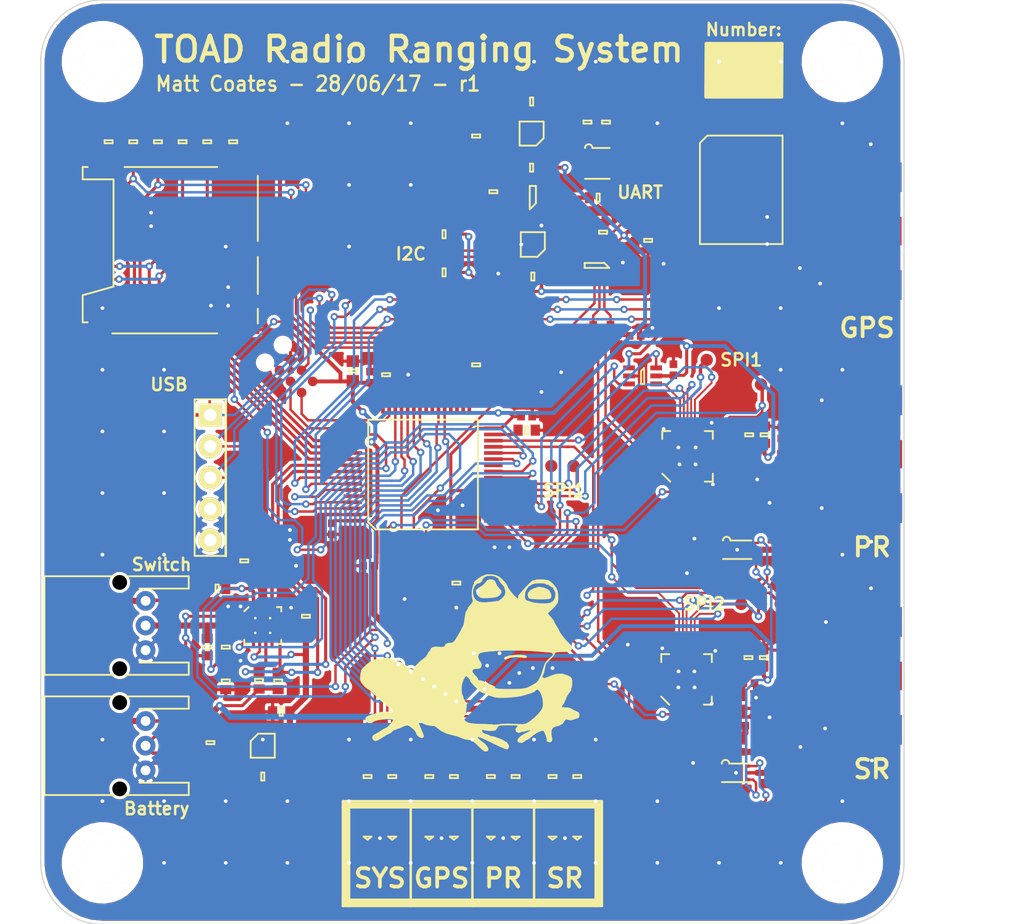
<source format=kicad_pcb>
(kicad_pcb (version 20170123) (host pcbnew no-vcs-found-feba091~58~ubuntu16.04.1)
  (layers (0 F.Cu signal) (31 B.Cu signal) (34 B.Paste user) (35 F.Paste user) (36 B.SilkS user) (37 F.SilkS user) (38 B.Mask user) (39 F.Mask user) (44 Edge.Cuts user hide))
  (net 0 "")
  (net 1 3v3)
  (net 2 GND)
  (net 3 /~RST)
  (net 4 "Net-(C10-Pad2)")
  (net 5 "Net-(C11-Pad2)")
  (net 6 /PR_RXn)
  (net 7 /PR_TX)
  (net 8 "Net-(C19-Pad2)")
  (net 9 /PR_RXp)
  (net 10 "Net-(C20-Pad2)")
  (net 11 "Net-(C22-Pad2)")
  (net 12 "Net-(C23-Pad2)")
  (net 13 "Net-(C29-Pad2)")
  (net 14 1v8)
  (net 15 "Net-(C30-Pad1)")
  (net 16 "Net-(C39-Pad1)")
  (net 17 "Net-(C41-Pad1)")
  (net 18 "Net-(C41-Pad2)")
  (net 19 5v)
  (net 20 VBATT)
  (net 21 "Net-(C46-Pad2)")
  (net 22 /SR_RXn)
  (net 23 "Net-(C50-Pad2)")
  (net 24 /SR_TX)
  (net 25 /SR_RXp)
  (net 26 "Net-(C51-Pad2)")
  (net 27 "Net-(C52-Pad2)")
  (net 28 "Net-(C53-Pad2)")
  (net 29 "Net-(C59-Pad1)")
  (net 30 /OTG_HS_DM)
  (net 31 /OTG_HS_DP)
  (net 32 "Net-(D6-Pad1)")
  (net 33 "Net-(D8-Pad2)")
  (net 34 "Net-(D9-Pad2)")
  (net 35 "Net-(D10-Pad2)")
  (net 36 "Net-(D11-Pad2)")
  (net 37 "Net-(D12-Pad2)")
  (net 38 "Net-(D13-Pad2)")
  (net 39 "Net-(D14-Pad2)")
  (net 40 "Net-(D16-Pad2)")
  (net 41 /PR_SDN)
  (net 42 /SR_SDN)
  (net 43 /SR_nIRQ)
  (net 44 /STM_HSE)
  (net 45 "Net-(IC1-Pad6)")
  (net 46 /SR_SW)
  (net 47 /PR_SW)
  (net 48 /SPI2_MISO)
  (net 49 /SPI2_MOSI)
  (net 50 /GPS_PPS)
  (net 51 /PR_GPIO)
  (net 52 /PR_nSS)
  (net 53 /SR_nSS)
  (net 54 /GATE)
  (net 55 /SPI1_SCK)
  (net 56 /SPI1_MISO)
  (net 57 /SPI1_MOSI)
  (net 58 /I_CHG_MON)
  (net 59 /V_BAT_MON)
  (net 60 "Net-(IC1-Pad26)")
  (net 61 /B_TEMP)
  (net 62 /CHG_EN)
  (net 63 /SPI2_SCK)
  (net 64 /PR_nIRQ)
  (net 65 "Net-(IC1-Pad33)")
  (net 66 /OTG_HS_VBUS)
  (net 67 /SYS_GD)
  (net 68 /SYS_ERR)
  (net 69 /SDIO_D0)
  (net 70 /SDIO_D1)
  (net 71 /GPS_GD)
  (net 72 /GPS_ERR)
  (net 73 /PR_GD)
  (net 74 /PR_ERR)
  (net 75 /SR_GD)
  (net 76 /SWDIO)
  (net 77 /SWDCLK)
  (net 78 /SR_ERR)
  (net 79 /SDIO_D2)
  (net 80 /SDIO_D3)
  (net 81 /SDIO_CK)
  (net 82 /SDIO_CMD)
  (net 83 /CHG_GOOD)
  (net 84 /P_GOOD)
  (net 85 /GPS_RST)
  (net 86 /USART1_TX)
  (net 87 /USART1_RX)
  (net 88 /I2C1_SCL)
  (net 89 /I2C1_SDA)
  (net 90 "Net-(IC2-Pad20)")
  (net 91 "Net-(IC2-Pad19)")
  (net 92 /R_CLK_1)
  (net 93 "Net-(IC2-Pad16)")
  (net 94 /PR_CS)
  (net 95 "Net-(IC2-Pad10)")
  (net 96 "Net-(IC2-Pad7)")
  (net 97 "Net-(IC2-Pad5)")
  (net 98 /GPS_TIM1)
  (net 99 "Net-(IC3-Pad5)")
  (net 100 "Net-(IC3-Pad13)")
  (net 101 "Net-(IC3-Pad14)")
  (net 102 "Net-(IC3-Pad15)")
  (net 103 "Net-(IC3-Pad16)")
  (net 104 "Net-(IC3-Pad17)")
  (net 105 "Net-(IC7-Pad12)")
  (net 106 "Net-(IC7-Pad14)")
  (net 107 "Net-(IC7-Pad15)")
  (net 108 "Net-(IC8-Pad1)")
  (net 109 "Net-(IC11-Pad7)")
  (net 110 "Net-(IC9-Pad5)")
  (net 111 "Net-(IC9-Pad7)")
  (net 112 "Net-(IC9-Pad9)")
  (net 113 "Net-(IC9-Pad10)")
  (net 114 "Net-(IC9-Pad16)")
  (net 115 /R_CLK_2)
  (net 116 "Net-(IC9-Pad19)")
  (net 117 "Net-(IC9-Pad20)")
  (net 118 "Net-(IC11-Pad3)")
  (net 119 "Net-(IC11-Pad4)")
  (net 120 "Net-(IC11-Pad6)")
  (net 121 "Net-(IC13-Pad4)")
  (net 122 "Net-(P2-Pad6)")
  (net 123 "Net-(U1-Pad10)")
  (net 124 "Net-(U1-Pad11)")
  (net 125 "Net-(Y1-Pad1)")
  (net 126 "Net-(D17-Pad1)")
  (net 127 "Net-(C28-Pad1)")
  (net 128 "Net-(C57-Pad1)")
  (net 129 "Net-(IC5-Pad1)")
  (net 130 "Net-(IC12-Pad1)")
  (net 131 "Net-(IC13-Pad9)")
  (net 132 "Net-(IC13-Pad10)")
  (module Library:toad (layer F.Cu) (at 89.75 109)
    (fp_text reference G*** hide)
    (fp_text value LOGO hide)
  )
  (module Library:BMI-S-201-F (layer F.Cu) (at 117.154228 105.54865 180)
    (fp_text reference X14)
    (fp_text value "RF Frame")
  )
  (module agg:0402 (layer F.Cu) (at 106.3 85 90)
    (fp_text reference C60)
    (fp_text value 100n)
    (pad 1 smd rect (at -0.45 0 90) (size 0.62 0.62) (layers F.Cu F.Paste F.Mask) (net 1 3v3))
    (pad 2 smd rect (at 0.45 0 90) (size 0.62 0.62) (layers F.Cu F.Paste F.Mask) (net 2 GND))
  )
  (module agg:MAX-M8Q (layer F.Cu) (at 111.8 70.4)
    (fp_text reference IC3)
    (fp_text value MAX-M8Q)
    (pad 1 smd rect (at -4.75 -4.4) (size 1.8 0.7) (layers F.Cu F.Paste F.Mask) (net 2 GND))
    (pad 2 smd rect (at -4.75 -3.3) (size 1.8 0.7) (layers F.Cu F.Paste F.Mask) (net 87 /USART1_RX))
    (pad 3 smd rect (at -4.75 -2.2) (size 1.8 0.7) (layers F.Cu F.Paste F.Mask) (net 86 /USART1_TX))
    (pad 4 smd rect (at -4.75 -1.1) (size 1.8 0.7) (layers F.Cu F.Paste F.Mask) (net 98 /GPS_TIM1))
    (pad 5 smd rect (at -4.75 0) (size 1.8 0.7) (layers F.Cu F.Paste F.Mask) (net 99 "Net-(IC3-Pad5)"))
    (pad 6 smd rect (at -4.75 1.1) (size 1.8 0.7) (layers F.Cu F.Paste F.Mask) (net 1 3v3))
    (pad 7 smd rect (at -4.75 2.2) (size 1.8 0.7) (layers F.Cu F.Paste F.Mask) (net 1 3v3))
    (pad 8 smd rect (at -4.75 3.3) (size 1.8 0.7) (layers F.Cu F.Paste F.Mask) (net 1 3v3))
    (pad 9 smd rect (at -4.75 4.4) (size 1.8 0.7) (layers F.Cu F.Paste F.Mask) (net 85 /GPS_RST))
    (pad 10 smd rect (at 4.75 4.4) (size 1.8 0.7) (layers F.Cu F.Paste F.Mask) (net 2 GND))
    (pad 11 smd rect (at 4.75 3.3) (size 1.8 0.7) (layers F.Cu F.Paste F.Mask) (net 126 "Net-(D17-Pad1)"))
    (pad 12 smd rect (at 4.75 2.2) (size 1.8 0.7) (layers F.Cu F.Paste F.Mask) (net 2 GND))
    (pad 13 smd rect (at 4.75 1.1) (size 1.8 0.7) (layers F.Cu F.Paste F.Mask) (net 100 "Net-(IC3-Pad13)"))
    (pad 14 smd rect (at 4.75 0) (size 1.8 0.7) (layers F.Cu F.Paste F.Mask) (net 101 "Net-(IC3-Pad14)"))
    (pad 15 smd rect (at 4.75 -1.1) (size 1.8 0.7) (layers F.Cu F.Paste F.Mask) (net 102 "Net-(IC3-Pad15)"))
    (pad 16 smd rect (at 4.75 -2.2) (size 1.8 0.7) (layers F.Cu F.Paste F.Mask) (net 103 "Net-(IC3-Pad16)"))
    (pad 17 smd rect (at 4.75 -3.3) (size 1.8 0.7) (layers F.Cu F.Paste F.Mask) (net 104 "Net-(IC3-Pad17)"))
    (pad 18 smd rect (at 4.75 -4.4) (size 1.8 0.7) (layers F.Cu F.Paste F.Mask) (net 50 /GPS_PPS))
  )
  (module Library:BMI-S-201-F (layer F.Cu) (at 117.219228 87.47365 180)
    (fp_text reference X10)
    (fp_text value "RF Frame")
  )
  (module agg:0603-L (layer F.Cu) (at 112.444228 90.27365 90)
    (fp_text reference C1)
    (fp_text value 2.2uF)
    (pad 1 smd rect (at -0.7 0 90) (size 0.75 0.9) (layers F.Cu F.Paste F.Mask) (net 1 3v3))
    (pad 2 smd rect (at 0.7 0 90) (size 0.75 0.9) (layers F.Cu F.Paste F.Mask) (net 2 GND))
  )
  (module agg:0402 (layer F.Cu) (at 111.244228 90.42365 90)
    (fp_text reference C2)
    (fp_text value 100nF)
    (pad 2 smd rect (at 0.45 0 90) (size 0.62 0.62) (layers F.Cu F.Paste F.Mask) (net 2 GND))
    (pad 1 smd rect (at -0.45 0 90) (size 0.62 0.62) (layers F.Cu F.Paste F.Mask) (net 1 3v3))
  )
  (module agg:0402 (layer F.Cu) (at 112.494228 92.34865)
    (fp_text reference C3)
    (fp_text value 220pF)
    (pad 2 smd rect (at 0.45 0) (size 0.62 0.62) (layers F.Cu F.Paste F.Mask) (net 2 GND))
    (pad 1 smd rect (at -0.45 0) (size 0.62 0.62) (layers F.Cu F.Paste F.Mask) (net 1 3v3))
  )
  (module agg:0402 (layer F.Cu) (at 87.5 102.3 270)
    (fp_text reference C4)
    (fp_text value 100n)
    (pad 2 smd rect (at 0.45 0 270) (size 0.62 0.62) (layers F.Cu F.Paste F.Mask) (net 2 GND))
    (pad 1 smd rect (at -0.45 0 270) (size 0.62 0.62) (layers F.Cu F.Paste F.Mask) (net 1 3v3))
  )
  (module agg:0603-L (layer F.Cu) (at 113.694228 90.27365 90)
    (fp_text reference C5)
    (fp_text value 1uF)
    (pad 2 smd rect (at 0.7 0 90) (size 0.75 0.9) (layers F.Cu F.Paste F.Mask) (net 2 GND))
    (pad 1 smd rect (at -0.7 0 90) (size 0.75 0.9) (layers F.Cu F.Paste F.Mask) (net 1 3v3))
  )
  (module agg:0402 (layer F.Cu) (at 112.044228 93.94865 270)
    (fp_text reference C6)
    (fp_text value 100pF)
    (pad 1 smd rect (at -0.45 0 270) (size 0.62 0.62) (layers F.Cu F.Paste F.Mask) (net 1 3v3))
    (pad 2 smd rect (at 0.45 0 270) (size 0.62 0.62) (layers F.Cu F.Paste F.Mask) (net 2 GND))
  )
  (module agg:0402 (layer F.Cu) (at 84.5 102.3 90)
    (fp_text reference C7)
    (fp_text value 100n)
    (pad 2 smd rect (at 0.45 0 90) (size 0.62 0.62) (layers F.Cu F.Paste F.Mask) (net 3 /~RST))
    (pad 1 smd rect (at -0.45 0 90) (size 0.62 0.62) (layers F.Cu F.Paste F.Mask) (net 2 GND))
  )
  (module agg:0402 (layer F.Cu) (at 94.4 88.8)
    (fp_text reference C8)
    (fp_text value 100n)
    (pad 1 smd rect (at -0.45 0) (size 0.62 0.62) (layers F.Cu F.Paste F.Mask) (net 1 3v3))
    (pad 2 smd rect (at 0.45 0) (size 0.62 0.62) (layers F.Cu F.Paste F.Mask) (net 2 GND))
  )
  (module agg:0402 (layer F.Cu) (at 81.7 85.6 90)
    (fp_text reference C9)
    (fp_text value 100n)
    (pad 2 smd rect (at 0.45 0 90) (size 0.62 0.62) (layers F.Cu F.Paste F.Mask) (net 2 GND))
    (pad 1 smd rect (at -0.45 0 90) (size 0.62 0.62) (layers F.Cu F.Paste F.Mask) (net 1 3v3))
  )
  (module agg:0603-L (layer F.Cu) (at 94.4 89.9 180)
    (fp_text reference C10)
    (fp_text value 2u2)
    (pad 2 smd rect (at 0.7 0 180) (size 0.75 0.9) (layers F.Cu F.Paste F.Mask) (net 4 "Net-(C10-Pad2)"))
    (pad 1 smd rect (at -0.7 0 180) (size 0.75 0.9) (layers F.Cu F.Paste F.Mask) (net 2 GND))
  )
  (module agg:0603-L (layer F.Cu) (at 83 85.4 270)
    (fp_text reference C11)
    (fp_text value 2u2)
    (pad 2 smd rect (at 0.7 0 270) (size 0.75 0.9) (layers F.Cu F.Paste F.Mask) (net 5 "Net-(C11-Pad2)"))
    (pad 1 smd rect (at -0.7 0 270) (size 0.75 0.9) (layers F.Cu F.Paste F.Mask) (net 2 GND))
  )
  (module agg:0402 (layer F.Cu) (at 78.6 97.9 270)
    (fp_text reference C12)
    (fp_text value 100n)
    (pad 1 smd rect (at -0.45 0 270) (size 0.62 0.62) (layers F.Cu F.Paste F.Mask) (net 1 3v3))
    (pad 2 smd rect (at 0.45 0 270) (size 0.62 0.62) (layers F.Cu F.Paste F.Mask) (net 2 GND))
  )
  (module agg:0402 (layer F.Cu) (at 94.3 97.1)
    (fp_text reference C13)
    (fp_text value 100n)
    (pad 2 smd rect (at 0.45 0) (size 0.62 0.62) (layers F.Cu F.Paste F.Mask) (net 2 GND))
    (pad 1 smd rect (at -0.45 0) (size 0.62 0.62) (layers F.Cu F.Paste F.Mask) (net 1 3v3))
  )
  (module agg:0402 (layer F.Cu) (at 81.6 100.9 180)
    (fp_text reference C14)
    (fp_text value 100n)
    (pad 1 smd rect (at -0.45 0 180) (size 0.62 0.62) (layers F.Cu F.Paste F.Mask) (net 1 3v3))
    (pad 2 smd rect (at 0.45 0 180) (size 0.62 0.62) (layers F.Cu F.Paste F.Mask) (net 2 GND))
  )
  (module agg:0603 (layer F.Cu) (at 80.3 85.1 90)
    (fp_text reference C15)
    (fp_text value 4u7)
    (pad 1 smd rect (at -0.8 0 90) (size 0.95 1) (layers F.Cu F.Paste F.Mask) (net 1 3v3))
    (pad 2 smd rect (at 0.8 0 90) (size 0.95 1) (layers F.Cu F.Paste F.Mask) (net 2 GND))
  )
  (module agg:0603-L (layer F.Cu) (at 88.7 102.3 270)
    (fp_text reference C16)
    (fp_text value 1u)
    (pad 1 smd rect (at -0.7 0 270) (size 0.75 0.9) (layers F.Cu F.Paste F.Mask) (net 1 3v3))
    (pad 2 smd rect (at 0.7 0 270) (size 0.75 0.9) (layers F.Cu F.Paste F.Mask) (net 2 GND))
  )
  (module agg:0402 (layer F.Cu) (at 107.344228 97.29865 270)
    (fp_text reference C17)
    (fp_text value 3pF)
    (pad 2 smd rect (at 0.45 0 270) (size 0.62 0.62) (layers F.Cu F.Paste F.Mask) (net 2 GND))
    (pad 1 smd rect (at -0.45 0 270) (size 0.62 0.62) (layers F.Cu F.Paste F.Mask) (net 6 /PR_RXn))
  )
  (module agg:0402 (layer F.Cu) (at 110.794228 93.94865 270)
    (fp_text reference C18)
    (fp_text value 33pF)
    (pad 2 smd rect (at 0.45 0 270) (size 0.62 0.62) (layers F.Cu F.Paste F.Mask) (net 2 GND))
    (pad 1 smd rect (at -0.45 0 270) (size 0.62 0.62) (layers F.Cu F.Paste F.Mask) (net 1 3v3))
  )
  (module agg:0402 (layer F.Cu) (at 108.569228 96.09865 270)
    (fp_text reference C19)
    (fp_text value 3.9pF)
    (pad 1 smd rect (at -0.45 0 270) (size 0.62 0.62) (layers F.Cu F.Paste F.Mask) (net 7 /PR_TX))
    (pad 2 smd rect (at 0.45 0 270) (size 0.62 0.62) (layers F.Cu F.Paste F.Mask) (net 8 "Net-(C19-Pad2)"))
  )
  (module agg:0402 (layer F.Cu) (at 106.144228 99.44865 90)
    (fp_text reference C20)
    (fp_text value 1pF)
    (pad 1 smd rect (at -0.45 0 90) (size 0.62 0.62) (layers F.Cu F.Paste F.Mask) (net 9 /PR_RXp))
    (pad 2 smd rect (at 0.45 0 90) (size 0.62 0.62) (layers F.Cu F.Paste F.Mask) (net 10 "Net-(C20-Pad2)"))
  )
  (module agg:0603-L (layer F.Cu) (at 104.25 74.5 270)
    (fp_text reference C21)
    (fp_text value 100n)
    (pad 2 smd rect (at 0.7 0 270) (size 0.75 0.9) (layers F.Cu F.Paste F.Mask) (net 2 GND))
    (pad 1 smd rect (at -0.7 0 270) (size 0.75 0.9) (layers F.Cu F.Paste F.Mask) (net 1 3v3))
  )
  (module agg:0402 (layer F.Cu) (at 112.644228 95.79865 180)
    (fp_text reference C22)
    (fp_text value 5.1pF)
    (pad 1 smd rect (at -0.45 0 180) (size 0.62 0.62) (layers F.Cu F.Paste F.Mask) (net 2 GND))
    (pad 2 smd rect (at 0.45 0 180) (size 0.62 0.62) (layers F.Cu F.Paste F.Mask) (net 11 "Net-(C22-Pad2)"))
  )
  (module agg:0402 (layer F.Cu) (at 113.294228 97.47365 270)
    (fp_text reference C23)
    (fp_text value 2.7pF)
    (pad 2 smd rect (at 0.45 0 270) (size 0.62 0.62) (layers F.Cu F.Paste F.Mask) (net 12 "Net-(C23-Pad2)"))
    (pad 1 smd rect (at -0.45 0 270) (size 0.62 0.62) (layers F.Cu F.Paste F.Mask) (net 2 GND))
  )
  (module agg:0603-L (layer F.Cu) (at 90.302433 66.036615 90)
    (fp_text reference C26)
    (fp_text value 1u)
    (pad 1 smd rect (at -0.7 0 90) (size 0.75 0.9) (layers F.Cu F.Paste F.Mask) (net 1 3v3))
    (pad 2 smd rect (at 0.7 0 90) (size 0.75 0.9) (layers F.Cu F.Paste F.Mask) (net 2 GND))
  )
  (module agg:0402 (layer F.Cu) (at 114.569228 93.97365 180)
    (fp_text reference C28)
    (fp_text value 4.7pF)
    (pad 2 smd rect (at 0.45 0 180) (size 0.62 0.62) (layers F.Cu F.Paste F.Mask) (net 2 GND))
    (pad 1 smd rect (at -0.45 0 180) (size 0.62 0.62) (layers F.Cu F.Paste F.Mask) (net 127 "Net-(C28-Pad1)"))
  )
  (module agg:0603-L (layer F.Cu) (at 94.802433 63.236615 180)
    (fp_text reference C29)
    (fp_text value 10n)
    (pad 2 smd rect (at 0.7 0 180) (size 0.75 0.9) (layers F.Cu F.Paste F.Mask) (net 13 "Net-(C29-Pad2)"))
    (pad 1 smd rect (at -0.7 0 180) (size 0.75 0.9) (layers F.Cu F.Paste F.Mask) (net 14 1v8))
  )
  (module agg:0402 (layer F.Cu) (at 115.044228 90.12365 90)
    (fp_text reference C30)
    (fp_text value 4.7pF)
    (pad 2 smd rect (at 0.45 0 90) (size 0.62 0.62) (layers F.Cu F.Paste F.Mask) (net 2 GND))
    (pad 1 smd rect (at -0.45 0 90) (size 0.62 0.62) (layers F.Cu F.Paste F.Mask) (net 15 "Net-(C30-Pad1)"))
  )
  (module agg:0603-L (layer F.Cu) (at 99.330971 64.905153 90)
    (fp_text reference C31)
    (fp_text value 1u)
    (pad 1 smd rect (at -0.7 0 90) (size 0.75 0.9) (layers F.Cu F.Paste F.Mask) (net 14 1v8))
    (pad 2 smd rect (at 0.7 0 90) (size 0.75 0.9) (layers F.Cu F.Paste F.Mask) (net 2 GND))
  )
  (module agg:0603-L (layer F.Cu) (at 100.830971 64.905153 90)
    (fp_text reference C32)
    (fp_text value 100n)
    (pad 2 smd rect (at 0.7 0 90) (size 0.75 0.9) (layers F.Cu F.Paste F.Mask) (net 2 GND))
    (pad 1 smd rect (at -0.7 0 90) (size 0.75 0.9) (layers F.Cu F.Paste F.Mask) (net 14 1v8))
  )
  (module agg:0603-L (layer F.Cu) (at 112.379228 108.34865 90)
    (fp_text reference C33)
    (fp_text value 2.2uF)
    (pad 1 smd rect (at -0.7 0) (size 0.75 0.9) (layers F.Cu F.Paste F.Mask) (net 1 3v3))
    (pad 2 smd rect (at 0.7 0) (size 0.75 0.9) (layers F.Cu F.Paste F.Mask) (net 2 GND))
  )
  (module agg:0402 (layer F.Cu) (at 111.179228 108.49865 90)
    (fp_text reference C34)
    (fp_text value 100nF)
    (pad 1 smd rect (at -0.45 0) (size 0.62 0.62) (layers F.Cu F.Paste F.Mask) (net 1 3v3))
    (pad 2 smd rect (at 0.45 0) (size 0.62 0.62) (layers F.Cu F.Paste F.Mask) (net 2 GND))
  )
  (module agg:0402 (layer F.Cu) (at 112.429228 110.42365)
    (fp_text reference C35)
    (fp_text value 220pF)
    (pad 2 smd rect (at 0.45 0) (size 0.62 0.62) (layers F.Cu F.Paste F.Mask) (net 2 GND))
    (pad 1 smd rect (at -0.45 0) (size 0.62 0.62) (layers F.Cu F.Paste F.Mask) (net 1 3v3))
  )
  (module agg:0603-L (layer F.Cu) (at 70.6 66.5 270)
    (fp_text reference C36)
    (fp_text value 100n)
    (pad 2 smd rect (at 0.7 0 270) (size 0.75 0.9) (layers F.Cu F.Paste F.Mask) (net 2 GND))
    (pad 1 smd rect (at -0.7 0 270) (size 0.75 0.9) (layers F.Cu F.Paste F.Mask) (net 1 3v3))
  )
  (module agg:0603-L (layer F.Cu) (at 113.629228 108.34865 90)
    (fp_text reference C37)
    (fp_text value 1uF)
    (pad 1 smd rect (at -0.7 0) (size 0.75 0.9) (layers F.Cu F.Paste F.Mask) (net 1 3v3))
    (pad 2 smd rect (at 0.7 0) (size 0.75 0.9) (layers F.Cu F.Paste F.Mask) (net 2 GND))
  )
  (module agg:0402 (layer F.Cu) (at 111.979228 112.02365 270)
    (fp_text reference C38)
    (fp_text value 100pF)
    (pad 2 smd rect (at 0.45 0) (size 0.62 0.62) (layers F.Cu F.Paste F.Mask) (net 2 GND))
    (pad 1 smd rect (at -0.45 0) (size 0.62 0.62) (layers F.Cu F.Paste F.Mask) (net 1 3v3))
  )
  (module agg:0603-L (layer F.Cu) (at 76.5 105 90)
    (fp_text reference C39)
    (fp_text value 4u7)
    (pad 1 smd rect (at -0.7 0 90) (size 0.75 0.9) (layers F.Cu F.Paste F.Mask) (net 16 "Net-(C39-Pad1)"))
    (pad 2 smd rect (at 0.7 0 90) (size 0.75 0.9) (layers F.Cu F.Paste F.Mask) (net 2 GND))
  )
  (module agg:0603-L (layer F.Cu) (at 94.8 68.6 180)
    (fp_text reference C40)
    (fp_text value 1n)
    (pad 1 smd rect (at -0.7 0 180) (size 0.75 0.9) (layers F.Cu F.Paste F.Mask) (net 1 3v3))
    (pad 2 smd rect (at 0.7 0 180) (size 0.75 0.9) (layers F.Cu F.Paste F.Mask) (net 2 GND))
  )
  (module agg:0603-L (layer F.Cu) (at 100.200971 71.035153 180)
    (fp_text reference C41)
    (fp_text value 1n)
    (pad 1 smd rect (at -0.7 0 180) (size 0.75 0.9) (layers F.Cu F.Paste F.Mask) (net 17 "Net-(C41-Pad1)"))
    (pad 2 smd rect (at 0.7 0 180) (size 0.75 0.9) (layers F.Cu F.Paste F.Mask) (net 18 "Net-(C41-Pad2)"))
  )
  (module agg:0603-L (layer F.Cu) (at 74.5 112.75 180)
    (fp_text reference C42)
    (fp_text value 1u)
    (pad 1 smd rect (at -0.7 0 180) (size 0.75 0.9) (layers F.Cu F.Paste F.Mask) (net 16 "Net-(C39-Pad1)"))
    (pad 2 smd rect (at 0.7 0 180) (size 0.75 0.9) (layers F.Cu F.Paste F.Mask) (net 2 GND))
  )
  (module agg:0603-L (layer F.Cu) (at 71.5 100.5 90)
    (fp_text reference C43)
    (fp_text value 1u)
    (pad 1 smd rect (at -0.7 0 90) (size 0.75 0.9) (layers F.Cu F.Paste F.Mask) (net 19 5v))
    (pad 2 smd rect (at 0.7 0 90) (size 0.75 0.9) (layers F.Cu F.Paste F.Mask) (net 2 GND))
  )
  (module agg:0603-L (layer F.Cu) (at 94.900971 77.435153 180)
    (fp_text reference C44)
    (fp_text value 100n)
    (pad 1 smd rect (at -0.7 0 180) (size 0.75 0.9) (layers F.Cu F.Paste F.Mask) (net 1 3v3))
    (pad 2 smd rect (at 0.7 0 180) (size 0.75 0.9) (layers F.Cu F.Paste F.Mask) (net 2 GND))
  )
  (module agg:0603-L (layer F.Cu) (at 68.5 107.5 270)
    (fp_text reference C45)
    (fp_text value 4u7)
    (pad 1 smd rect (at -0.7 0 270) (size 0.75 0.9) (layers F.Cu F.Paste F.Mask) (net 20 VBATT))
    (pad 2 smd rect (at 0.7 0 270) (size 0.75 0.9) (layers F.Cu F.Paste F.Mask) (net 2 GND))
  )
  (module agg:0603-L (layer F.Cu) (at 73 118)
    (fp_text reference C46)
    (fp_text value 10n)
    (pad 1 smd rect (at -0.7 0) (size 0.75 0.9) (layers F.Cu F.Paste F.Mask) (net 1 3v3))
    (pad 2 smd rect (at 0.7 0) (size 0.75 0.9) (layers F.Cu F.Paste F.Mask) (net 21 "Net-(C46-Pad2)"))
  )
  (module agg:0603-L (layer F.Cu) (at 68.75 115.25 270)
    (fp_text reference C47)
    (fp_text value 1u)
    (pad 2 smd rect (at 0.7 0 270) (size 0.75 0.9) (layers F.Cu F.Paste F.Mask) (net 2 GND))
    (pad 1 smd rect (at -0.7 0 270) (size 0.75 0.9) (layers F.Cu F.Paste F.Mask) (net 1 3v3))
  )
  (module agg:0402 (layer F.Cu) (at 107.279228 115.37365 270)
    (fp_text reference C48)
    (fp_text value 3pF)
    (pad 2 smd rect (at 0.45 0) (size 0.62 0.62) (layers F.Cu F.Paste F.Mask) (net 2 GND))
    (pad 1 smd rect (at -0.45 0) (size 0.62 0.62) (layers F.Cu F.Paste F.Mask) (net 22 /SR_RXn))
  )
  (module agg:0402 (layer F.Cu) (at 110.729228 112.02365 270)
    (fp_text reference C49)
    (fp_text value 33pF)
    (pad 2 smd rect (at 0.45 0) (size 0.62 0.62) (layers F.Cu F.Paste F.Mask) (net 2 GND))
    (pad 1 smd rect (at -0.45 0) (size 0.62 0.62) (layers F.Cu F.Paste F.Mask) (net 1 3v3))
  )
  (module agg:0402 (layer F.Cu) (at 108.504228 114.17365 270)
    (fp_text reference C50)
    (fp_text value 3.9pF)
    (pad 2 smd rect (at 0.45 0) (size 0.62 0.62) (layers F.Cu F.Paste F.Mask) (net 23 "Net-(C50-Pad2)"))
    (pad 1 smd rect (at -0.45 0) (size 0.62 0.62) (layers F.Cu F.Paste F.Mask) (net 24 /SR_TX))
  )
  (module agg:0402 (layer F.Cu) (at 106.079228 117.52365 90)
    (fp_text reference C51)
    (fp_text value 1pF)
    (pad 1 smd rect (at -0.45 0) (size 0.62 0.62) (layers F.Cu F.Paste F.Mask) (net 25 /SR_RXp))
    (pad 2 smd rect (at 0.45 0) (size 0.62 0.62) (layers F.Cu F.Paste F.Mask) (net 26 "Net-(C51-Pad2)"))
  )
  (module agg:0402 (layer F.Cu) (at 112.579228 113.87365 180)
    (fp_text reference C52)
    (fp_text value 5.1pF)
    (pad 1 smd rect (at -0.45 0) (size 0.62 0.62) (layers F.Cu F.Paste F.Mask) (net 2 GND))
    (pad 2 smd rect (at 0.45 0) (size 0.62 0.62) (layers F.Cu F.Paste F.Mask) (net 27 "Net-(C52-Pad2)"))
  )
  (module agg:0402 (layer F.Cu) (at 113.229228 115.54865 270)
    (fp_text reference C53)
    (fp_text value 2.7pF)
    (pad 2 smd rect (at 0.45 0) (size 0.62 0.62) (layers F.Cu F.Paste F.Mask) (net 28 "Net-(C53-Pad2)"))
    (pad 1 smd rect (at -0.45 0) (size 0.62 0.62) (layers F.Cu F.Paste F.Mask) (net 2 GND))
  )
  (module agg:0402 (layer F.Cu) (at 114.504228 112.04865 180)
    (fp_text reference C57)
    (fp_text value 4.7pF)
    (pad 2 smd rect (at 0.45 0) (size 0.62 0.62) (layers F.Cu F.Paste F.Mask) (net 2 GND))
    (pad 1 smd rect (at -0.45 0) (size 0.62 0.62) (layers F.Cu F.Paste F.Mask) (net 128 "Net-(C57-Pad1)"))
  )
  (module agg:0603-L (layer F.Cu) (at 100.600971 73.835153 90)
    (fp_text reference C58)
    (fp_text value 100n)
    (pad 1 smd rect (at -0.7 0 90) (size 0.75 0.9) (layers F.Cu F.Paste F.Mask) (net 1 3v3))
    (pad 2 smd rect (at 0.7 0 90) (size 0.75 0.9) (layers F.Cu F.Paste F.Mask) (net 2 GND))
  )
  (module agg:0402 (layer F.Cu) (at 114.979228 108.19865 90)
    (fp_text reference C59)
    (fp_text value 4.7pF)
    (pad 1 smd rect (at -0.45 0) (size 0.62 0.62) (layers F.Cu F.Paste F.Mask) (net 29 "Net-(C59-Pad1)"))
    (pad 2 smd rect (at 0.45 0) (size 0.62 0.62) (layers F.Cu F.Paste F.Mask) (net 2 GND))
  )
  (module agg:0402-L (layer F.Cu) (at 121.9 94 180)
    (fp_text reference D1)
    (fp_text value ESD_DIODE)
    (pad 1 smd rect (at -0.4 0 180) (size 0.52 0.52) (layers F.Cu F.Paste F.Mask) (net 15 "Net-(C30-Pad1)"))
    (pad 2 smd rect (at 0.4 0 180) (size 0.52 0.52) (layers F.Cu F.Paste F.Mask) (net 2 GND))
  )
  (module agg:0402-L (layer F.Cu) (at 68.3 86.2 180)
    (fp_text reference D2)
    (fp_text value ESD_DIODE)
    (pad 2 smd rect (at 0.4 0 180) (size 0.52 0.52) (layers F.Cu F.Paste F.Mask) (net 2 GND))
    (pad 1 smd rect (at -0.4 0 180) (size 0.52 0.52) (layers F.Cu F.Paste F.Mask) (net 19 5v))
  )
  (module agg:0402-L (layer F.Cu) (at 72.1 91.2)
    (fp_text reference D3)
    (fp_text value ESD_DIODE)
    (pad 1 smd rect (at -0.4 0) (size 0.52 0.52) (layers F.Cu F.Paste F.Mask) (net 30 /OTG_HS_DM))
    (pad 2 smd rect (at 0.4 0) (size 0.52 0.52) (layers F.Cu F.Paste F.Mask) (net 2 GND))
  )
  (module agg:0402-L (layer F.Cu) (at 72 93.8)
    (fp_text reference D4)
    (fp_text value ESD_DIODE)
    (pad 2 smd rect (at 0.4 0) (size 0.52 0.52) (layers F.Cu F.Paste F.Mask) (net 2 GND))
    (pad 1 smd rect (at -0.4 0) (size 0.52 0.52) (layers F.Cu F.Paste F.Mask) (net 31 /OTG_HS_DP))
  )
  (module agg:0402-L (layer F.Cu) (at 65.3 107.25 270)
    (fp_text reference D5)
    (fp_text value ESD_DIODE)
    (pad 2 smd rect (at 0.4 0 270) (size 0.52 0.52) (layers F.Cu F.Paste F.Mask) (net 2 GND))
    (pad 1 smd rect (at -0.4 0 270) (size 0.52 0.52) (layers F.Cu F.Paste F.Mask) (net 20 VBATT))
  )
  (module agg:0402-L (layer F.Cu) (at 65.9 113.5)
    (fp_text reference D6)
    (fp_text value ESD_DIODE)
    (pad 1 smd rect (at -0.4 0) (size 0.52 0.52) (layers F.Cu F.Paste F.Mask) (net 32 "Net-(D6-Pad1)"))
    (pad 2 smd rect (at 0.4 0) (size 0.52 0.52) (layers F.Cu F.Paste F.Mask) (net 2 GND))
  )
  (module agg:0402-L (layer F.Cu) (at 65.7 103.7)
    (fp_text reference D7)
    (fp_text value ESD_DIODE)
    (pad 2 smd rect (at 0.4 0) (size 0.52 0.52) (layers F.Cu F.Paste F.Mask) (net 2 GND))
    (pad 1 smd rect (at -0.4 0) (size 0.52 0.52) (layers F.Cu F.Paste F.Mask) (net 32 "Net-(D6-Pad1)"))
  )
  (module agg:0603-LED (layer F.Cu) (at 86.5 123 90)
    (fp_text reference D8)
    (fp_text value LED)
    (pad 2 smd rect (at 0.8 0 90) (size 0.95 1) (layers F.Cu F.Paste F.Mask) (net 33 "Net-(D8-Pad2)"))
    (pad 1 smd rect (at -0.8 0 90) (size 0.95 1) (layers F.Cu F.Paste F.Mask) (net 2 GND))
  )
  (module agg:0603-LED (layer F.Cu) (at 88.5 123 90)
    (fp_text reference D9)
    (fp_text value LED)
    (pad 1 smd rect (at -0.8 0 90) (size 0.95 1) (layers F.Cu F.Paste F.Mask) (net 2 GND))
    (pad 2 smd rect (at 0.8 0 90) (size 0.95 1) (layers F.Cu F.Paste F.Mask) (net 34 "Net-(D9-Pad2)"))
  )
  (module agg:0603-LED (layer F.Cu) (at 91.5 123 90)
    (fp_text reference D10)
    (fp_text value LED)
    (pad 2 smd rect (at 0.8 0 90) (size 0.95 1) (layers F.Cu F.Paste F.Mask) (net 35 "Net-(D10-Pad2)"))
    (pad 1 smd rect (at -0.8 0 90) (size 0.95 1) (layers F.Cu F.Paste F.Mask) (net 2 GND))
  )
  (module agg:0603-LED (layer F.Cu) (at 93.5 123 90)
    (fp_text reference D11)
    (fp_text value LED)
    (pad 1 smd rect (at -0.8 0 90) (size 0.95 1) (layers F.Cu F.Paste F.Mask) (net 2 GND))
    (pad 2 smd rect (at 0.8 0 90) (size 0.95 1) (layers F.Cu F.Paste F.Mask) (net 36 "Net-(D11-Pad2)"))
  )
  (module agg:0603-LED (layer F.Cu) (at 96.5 123 90)
    (fp_text reference D12)
    (fp_text value LED)
    (pad 1 smd rect (at -0.8 0 90) (size 0.95 1) (layers F.Cu F.Paste F.Mask) (net 2 GND))
    (pad 2 smd rect (at 0.8 0 90) (size 0.95 1) (layers F.Cu F.Paste F.Mask) (net 37 "Net-(D12-Pad2)"))
  )
  (module agg:0603-LED (layer F.Cu) (at 98.5 123 90)
    (fp_text reference D13)
    (fp_text value LED)
    (pad 1 smd rect (at -0.8 0 90) (size 0.95 1) (layers F.Cu F.Paste F.Mask) (net 2 GND))
    (pad 2 smd rect (at 0.8 0 90) (size 0.95 1) (layers F.Cu F.Paste F.Mask) (net 38 "Net-(D13-Pad2)"))
  )
  (module agg:0603-LED (layer F.Cu) (at 81.5 123 90)
    (fp_text reference D14)
    (fp_text value LED)
    (pad 2 smd rect (at 0.8 0 90) (size 0.95 1) (layers F.Cu F.Paste F.Mask) (net 39 "Net-(D14-Pad2)"))
    (pad 1 smd rect (at -0.8 0 90) (size 0.95 1) (layers F.Cu F.Paste F.Mask) (net 2 GND))
  )
  (module agg:0402-L (layer F.Cu) (at 122.2 112 180)
    (fp_text reference D15)
    (fp_text value ESD_DIODE)
    (pad 1 smd rect (at -0.4 0 180) (size 0.52 0.52) (layers F.Cu F.Paste F.Mask) (net 29 "Net-(C59-Pad1)"))
    (pad 2 smd rect (at 0.4 0 180) (size 0.52 0.52) (layers F.Cu F.Paste F.Mask) (net 2 GND))
  )
  (module agg:0603-LED (layer F.Cu) (at 83.5 123 90)
    (fp_text reference D16)
    (fp_text value LED)
    (pad 2 smd rect (at 0.8 0 90) (size 0.95 1) (layers F.Cu F.Paste F.Mask) (net 40 "Net-(D16-Pad2)"))
    (pad 1 smd rect (at -0.8 0 90) (size 0.95 1) (layers F.Cu F.Paste F.Mask) (net 2 GND))
  )
  (module agg:LQFP-64 (layer F.Cu) (at 86 93.5 90)
    (fp_text reference IC1)
    (fp_text value STM32F405RxTx)
    (pad 1 smd rect (at -5.7 -3.75 90) (size 1.5 0.3) (layers F.Cu F.Paste F.Mask) (net 1 3v3))
    (pad 2 smd rect (at -5.7 -3.25 90) (size 1.5 0.3) (layers F.Cu F.Paste F.Mask) (net 41 /PR_SDN))
    (pad 3 smd rect (at -5.7 -2.75 90) (size 1.5 0.3) (layers F.Cu F.Paste F.Mask) (net 42 /SR_SDN))
    (pad 4 smd rect (at -5.7 -2.25 90) (size 1.5 0.3) (layers F.Cu F.Paste F.Mask) (net 43 /SR_nIRQ))
    (pad 5 smd rect (at -5.7 -1.75 90) (size 1.5 0.3) (layers F.Cu F.Paste F.Mask) (net 44 /STM_HSE))
    (pad 6 smd rect (at -5.7 -1.25 90) (size 1.5 0.3) (layers F.Cu F.Paste F.Mask) (net 45 "Net-(IC1-Pad6)"))
    (pad 7 smd rect (at -5.7 -0.75 90) (size 1.5 0.3) (layers F.Cu F.Paste F.Mask) (net 3 /~RST))
    (pad 8 smd rect (at -5.7 -0.25 90) (size 1.5 0.3) (layers F.Cu F.Paste F.Mask) (net 46 /SR_SW))
    (pad 9 smd rect (at -5.7 0.25 90) (size 1.5 0.3) (layers F.Cu F.Paste F.Mask) (net 47 /PR_SW))
    (pad 10 smd rect (at -5.7 0.75 90) (size 1.5 0.3) (layers F.Cu F.Paste F.Mask) (net 48 /SPI2_MISO))
    (pad 11 smd rect (at -5.7 1.25 90) (size 1.5 0.3) (layers F.Cu F.Paste F.Mask) (net 49 /SPI2_MOSI))
    (pad 12 smd rect (at -5.7 1.75 90) (size 1.5 0.3) (layers F.Cu F.Paste F.Mask) (net 2 GND))
    (pad 13 smd rect (at -5.7 2.25 90) (size 1.5 0.3) (layers F.Cu F.Paste F.Mask) (net 1 3v3))
    (pad 14 smd rect (at -5.7 2.75 90) (size 1.5 0.3) (layers F.Cu F.Paste F.Mask) (net 50 /GPS_PPS))
    (pad 15 smd rect (at -5.7 3.25 90) (size 1.5 0.3) (layers F.Cu F.Paste F.Mask) (net 51 /PR_GPIO))
    (pad 16 smd rect (at -5.7 3.75 90) (size 1.5 0.3) (layers F.Cu F.Paste F.Mask) (net 52 /PR_nSS))
    (pad 17 smd rect (at -3.75 5.7 90) (size 0.3 1.5) (layers F.Cu F.Paste F.Mask) (net 53 /SR_nSS))
    (pad 18 smd rect (at -3.25 5.7 90) (size 0.3 1.5) (layers F.Cu F.Paste F.Mask) (net 2 GND))
    (pad 19 smd rect (at -2.75 5.7 90) (size 0.3 1.5) (layers F.Cu F.Paste F.Mask) (net 1 3v3))
    (pad 20 smd rect (at -2.25 5.7 90) (size 0.3 1.5) (layers F.Cu F.Paste F.Mask) (net 54 /GATE))
    (pad 21 smd rect (at -1.75 5.7 90) (size 0.3 1.5) (layers F.Cu F.Paste F.Mask) (net 55 /SPI1_SCK))
    (pad 22 smd rect (at -1.25 5.7 90) (size 0.3 1.5) (layers F.Cu F.Paste F.Mask) (net 56 /SPI1_MISO))
    (pad 23 smd rect (at -0.75 5.7 90) (size 0.3 1.5) (layers F.Cu F.Paste F.Mask) (net 57 /SPI1_MOSI))
    (pad 24 smd rect (at -0.25 5.7 90) (size 0.3 1.5) (layers F.Cu F.Paste F.Mask) (net 58 /I_CHG_MON))
    (pad 25 smd rect (at 0.25 5.7 90) (size 0.3 1.5) (layers F.Cu F.Paste F.Mask) (net 59 /V_BAT_MON))
    (pad 26 smd rect (at 0.75 5.7 90) (size 0.3 1.5) (layers F.Cu F.Paste F.Mask) (net 60 "Net-(IC1-Pad26)"))
    (pad 27 smd rect (at 1.25 5.7 90) (size 0.3 1.5) (layers F.Cu F.Paste F.Mask) (net 61 /B_TEMP))
    (pad 28 smd rect (at 1.75 5.7 90) (size 0.3 1.5) (layers F.Cu F.Paste F.Mask) (net 62 /CHG_EN))
    (pad 29 smd rect (at 2.25 5.7 90) (size 0.3 1.5) (layers F.Cu F.Paste F.Mask) (net 63 /SPI2_SCK))
    (pad 30 smd rect (at 2.75 5.7 90) (size 0.3 1.5) (layers F.Cu F.Paste F.Mask) (net 64 /PR_nIRQ))
    (pad 31 smd rect (at 3.25 5.7 90) (size 0.3 1.5) (layers F.Cu F.Paste F.Mask) (net 4 "Net-(C10-Pad2)"))
    (pad 32 smd rect (at 3.75 5.7 90) (size 0.3 1.5) (layers F.Cu F.Paste F.Mask) (net 1 3v3))
    (pad 33 smd rect (at 5.7 3.75 90) (size 1.5 0.3) (layers F.Cu F.Paste F.Mask) (net 65 "Net-(IC1-Pad33)"))
    (pad 34 smd rect (at 5.7 3.25 90) (size 1.5 0.3) (layers F.Cu F.Paste F.Mask) (net 66 /OTG_HS_VBUS))
    (pad 35 smd rect (at 5.7 2.75 90) (size 1.5 0.3) (layers F.Cu F.Paste F.Mask) (net 30 /OTG_HS_DM))
    (pad 36 smd rect (at 5.7 2.25 90) (size 1.5 0.3) (layers F.Cu F.Paste F.Mask) (net 31 /OTG_HS_DP))
    (pad 37 smd rect (at 5.7 1.75 90) (size 1.5 0.3) (layers F.Cu F.Paste F.Mask) (net 67 /SYS_GD))
    (pad 38 smd rect (at 5.7 1.25 90) (size 1.5 0.3) (layers F.Cu F.Paste F.Mask) (net 68 /SYS_ERR))
    (pad 39 smd rect (at 5.7 0.75 90) (size 1.5 0.3) (layers F.Cu F.Paste F.Mask) (net 69 /SDIO_D0))
    (pad 40 smd rect (at 5.7 0.25 90) (size 1.5 0.3) (layers F.Cu F.Paste F.Mask) (net 70 /SDIO_D1))
    (pad 41 smd rect (at 5.7 -0.25 90) (size 1.5 0.3) (layers F.Cu F.Paste F.Mask) (net 71 /GPS_GD))
    (pad 42 smd rect (at 5.7 -0.75 90) (size 1.5 0.3) (layers F.Cu F.Paste F.Mask) (net 72 /GPS_ERR))
    (pad 43 smd rect (at 5.7 -1.25 90) (size 1.5 0.3) (layers F.Cu F.Paste F.Mask) (net 73 /PR_GD))
    (pad 44 smd rect (at 5.7 -1.75 90) (size 1.5 0.3) (layers F.Cu F.Paste F.Mask) (net 74 /PR_ERR))
    (pad 45 smd rect (at 5.7 -2.25 90) (size 1.5 0.3) (layers F.Cu F.Paste F.Mask) (net 75 /SR_GD))
    (pad 46 smd rect (at 5.7 -2.75 90) (size 1.5 0.3) (layers F.Cu F.Paste F.Mask) (net 76 /SWDIO))
    (pad 47 smd rect (at 5.7 -3.25 90) (size 1.5 0.3) (layers F.Cu F.Paste F.Mask) (net 5 "Net-(C11-Pad2)"))
    (pad 48 smd rect (at 5.7 -3.75 90) (size 1.5 0.3) (layers F.Cu F.Paste F.Mask) (net 1 3v3))
    (pad 49 smd rect (at 3.75 -5.7 90) (size 0.3 1.5) (layers F.Cu F.Paste F.Mask) (net 77 /SWDCLK))
    (pad 50 smd rect (at 3.25 -5.7 90) (size 0.3 1.5) (layers F.Cu F.Paste F.Mask) (net 78 /SR_ERR))
    (pad 51 smd rect (at 2.75 -5.7 90) (size 0.3 1.5) (layers F.Cu F.Paste F.Mask) (net 79 /SDIO_D2))
    (pad 52 smd rect (at 2.25 -5.7 90) (size 0.3 1.5) (layers F.Cu F.Paste F.Mask) (net 80 /SDIO_D3))
    (pad 53 smd rect (at 1.75 -5.7 90) (size 0.3 1.5) (layers F.Cu F.Paste F.Mask) (net 81 /SDIO_CK))
    (pad 54 smd rect (at 1.25 -5.7 90) (size 0.3 1.5) (layers F.Cu F.Paste F.Mask) (net 82 /SDIO_CMD))
    (pad 55 smd rect (at 0.75 -5.7 90) (size 0.3 1.5) (layers F.Cu F.Paste F.Mask) (net 83 /CHG_GOOD))
    (pad 56 smd rect (at 0.25 -5.7 90) (size 0.3 1.5) (layers F.Cu F.Paste F.Mask) (net 84 /P_GOOD))
    (pad 57 smd rect (at -0.25 -5.7 90) (size 0.3 1.5) (layers F.Cu F.Paste F.Mask) (net 85 /GPS_RST))
    (pad 58 smd rect (at -0.75 -5.7 90) (size 0.3 1.5) (layers F.Cu F.Paste F.Mask) (net 86 /USART1_TX))
    (pad 59 smd rect (at -1.25 -5.7 90) (size 0.3 1.5) (layers F.Cu F.Paste F.Mask) (net 87 /USART1_RX))
    (pad 60 smd rect (at -1.75 -5.7 90) (size 0.3 1.5) (layers F.Cu F.Paste F.Mask) (net 2 GND))
    (pad 61 smd rect (at -2.25 -5.7 90) (size 0.3 1.5) (layers F.Cu F.Paste F.Mask) (net 88 /I2C1_SCL))
    (pad 62 smd rect (at -2.75 -5.7 90) (size 0.3 1.5) (layers F.Cu F.Paste F.Mask) (net 89 /I2C1_SDA))
    (pad 63 smd rect (at -3.25 -5.7 90) (size 0.3 1.5) (layers F.Cu F.Paste F.Mask) (net 2 GND))
    (pad 64 smd rect (at -3.75 -5.7 90) (size 0.3 1.5) (layers F.Cu F.Paste F.Mask) (net 1 3v3))
  )
  (module agg:QFN-20-EP-SI (layer F.Cu) (at 107.444228 92.02365 90)
    (fp_text reference IC2)
    (fp_text value Si4463)
    (pad EP smd rect (at 0 0 90) (size 2.6 2.6) (layers F.Cu F.Mask) (net 2 GND))
    (pad 20 smd rect (at -1 -2 90) (size 0.3 0.75) (layers F.Cu F.Paste F.Mask) (net 90 "Net-(IC2-Pad20)"))
    (pad 19 smd rect (at -0.5 -2 90) (size 0.3 0.75) (layers F.Cu F.Paste F.Mask) (net 91 "Net-(IC2-Pad19)"))
    (pad 18 smd rect (at 0 -2 90) (size 0.3 0.75) (layers F.Cu F.Paste F.Mask) (net 2 GND))
    (pad 17 smd rect (at 0.5 -2 90) (size 0.3 0.75) (layers F.Cu F.Paste F.Mask) (net 92 /R_CLK_1))
    (pad 16 smd rect (at 1 -2 90) (size 0.3 0.75) (layers F.Cu F.Paste F.Mask) (net 93 "Net-(IC2-Pad16)"))
    (pad 15 smd rect (at 2 -1 90) (size 0.75 0.3) (layers F.Cu F.Paste F.Mask) (net 94 /PR_CS))
    (pad 14 smd rect (at 2 -0.5 90) (size 0.75 0.3) (layers F.Cu F.Paste F.Mask) (net 57 /SPI1_MOSI))
    (pad 13 smd rect (at 2 0 90) (size 0.75 0.3) (layers F.Cu F.Paste F.Mask) (net 56 /SPI1_MISO))
    (pad 12 smd rect (at 2 0.5 90) (size 0.75 0.3) (layers F.Cu F.Paste F.Mask) (net 55 /SPI1_SCK))
    (pad 11 smd rect (at 2 1 90) (size 0.75 0.3) (layers F.Cu F.Paste F.Mask) (net 64 /PR_nIRQ))
    (pad 10 smd rect (at 1 2 90) (size 0.3 0.75) (layers F.Cu F.Paste F.Mask) (net 95 "Net-(IC2-Pad10)"))
    (pad 9 smd rect (at 0.5 2 90) (size 0.3 0.75) (layers F.Cu F.Paste F.Mask) (net 51 /PR_GPIO))
    (pad 8 smd rect (at 0 2 90) (size 0.3 0.75) (layers F.Cu F.Paste F.Mask) (net 1 3v3))
    (pad 7 smd rect (at -0.5 2 90) (size 0.3 0.75) (layers F.Cu F.Paste F.Mask) (net 96 "Net-(IC2-Pad7)"))
    (pad 6 smd rect (at -1 2 90) (size 0.3 0.75) (layers F.Cu F.Paste F.Mask) (net 1 3v3))
    (pad 5 smd rect (at -2 1 90) (size 0.75 0.3) (layers F.Cu F.Paste F.Mask) (net 97 "Net-(IC2-Pad5)"))
    (pad 4 smd rect (at -2 0.5 90) (size 0.75 0.3) (layers F.Cu F.Paste F.Mask) (net 7 /PR_TX))
    (pad 3 smd rect (at -2 0 90) (size 0.75 0.3) (layers F.Cu F.Paste F.Mask) (net 6 /PR_RXn))
    (pad 2 smd rect (at -2 -0.5 90) (size 0.75 0.3) (layers F.Cu F.Paste F.Mask) (net 9 /PR_RXp))
    (pad 1 smd rect (at -2 -1 90) (size 0.75 0.3) (layers F.Cu F.Paste F.Mask) (net 41 /PR_SDN))
  )
  (module agg:SC-70-6 (layer F.Cu) (at 103.8 85.5)
    (fp_text reference IC4)
    (fp_text value SN74LVC1G0832)
    (pad 1 smd rect (at -1.1 -0.65) (size 0.95 0.4) (layers F.Cu F.Paste F.Mask) (net 50 /GPS_PPS))
    (pad 2 smd rect (at -1.1 0) (size 0.95 0.4) (layers F.Cu F.Paste F.Mask) (net 2 GND))
    (pad 3 smd rect (at -1.1 0.65) (size 0.95 0.4) (layers F.Cu F.Paste F.Mask) (net 54 /GATE))
    (pad 4 smd rect (at 1.1 0.65) (size 0.95 0.4) (layers F.Cu F.Paste F.Mask) (net 94 /PR_CS))
    (pad 5 smd rect (at 1.1 0) (size 0.95 0.4) (layers F.Cu F.Paste F.Mask) (net 1 3v3))
    (pad 6 smd rect (at 1.1 -0.65) (size 0.95 0.4) (layers F.Cu F.Paste F.Mask) (net 52 /PR_nSS))
  )
  (module agg:TSLP7-4 (layer F.Cu) (at 111.469228 99.6)
    (fp_text reference IC5)
    (fp_text value BGS12AL7)
    (pad EP smd rect (at 0 0) (size 1.1 1.4) (layers F.Cu) (net 2 GND))
    (pad 6 smd rect (at 0.95 -0.55) (size 0.3 0.3) (layers F.Cu F.Paste F.Mask) (net 47 /PR_SW))
    (pad 5 smd rect (at 0.95 0) (size 0.3 0.3) (layers F.Cu F.Paste F.Mask) (net 127 "Net-(C28-Pad1)"))
    (pad 4 smd rect (at 0.95 0.55) (size 0.3 0.3) (layers F.Cu F.Paste F.Mask) (net 1 3v3))
    (pad 3 smd rect (at -0.95 0.55) (size 0.3 0.3) (layers F.Cu F.Paste F.Mask) (net 10 "Net-(C20-Pad2)"))
    (pad 2 smd rect (at -0.95 0) (size 0.3 0.3) (layers F.Cu F.Paste F.Mask) (net 2 GND))
    (pad 1 smd rect (at -0.95 -0.55) (size 0.3 0.3) (layers F.Cu F.Paste F.Mask) (net 129 "Net-(IC5-Pad1)"))
  )
  (module agg:MSOP-8 (layer F.Cu) (at 94.802433 65.836615 180)
    (fp_text reference IC6)
    (fp_text value ADP3335)
    (pad 1 smd rect (at -2.2 -0.975 180) (size 1.45 0.45) (layers F.Cu F.Paste F.Mask) (net 14 1v8))
    (pad 2 smd rect (at -2.2 -0.325 180) (size 1.45 0.45) (layers F.Cu F.Paste F.Mask) (net 14 1v8))
    (pad 3 smd rect (at -2.2 0.325 180) (size 1.45 0.45) (layers F.Cu F.Paste F.Mask) (net 14 1v8))
    (pad 4 smd rect (at -2.2 0.975 180) (size 1.45 0.45) (layers F.Cu F.Paste F.Mask) (net 2 GND))
    (pad 5 smd rect (at 2.2 0.975 180) (size 1.45 0.45) (layers F.Cu F.Paste F.Mask) (net 13 "Net-(C29-Pad2)"))
    (pad 6 smd rect (at 2.2 0.325 180) (size 1.45 0.45) (layers F.Cu F.Paste F.Mask) (net 1 3v3))
    (pad 7 smd rect (at 2.2 -0.325 180) (size 1.45 0.45) (layers F.Cu F.Paste F.Mask) (net 1 3v3))
    (pad 8 smd rect (at 2.2 -0.975 180) (size 1.45 0.45) (layers F.Cu F.Paste F.Mask) (net 1 3v3))
  )
  (module agg:QFN-16-EP-TI (layer F.Cu) (at 73 105.75)
    (fp_text reference IC7)
    (fp_text value BQ24232HA)
    (pad EP smd rect (at 0 0) (size 1.7 1.7) (layers F.Cu F.Mask) (net 2 GND))
    (pad EP thru_hole circle (at 0.6 0.6) (size 0.3 0.3) (drill 0.2) (layers *.Cu) (net 2 GND))
    (pad EP thru_hole circle (at 0.6 -0.6) (size 0.3 0.3) (drill 0.2) (layers *.Cu) (net 2 GND))
    (pad EP thru_hole circle (at -0.6 0.6) (size 0.3 0.3) (drill 0.2) (layers *.Cu) (net 2 GND))
    (pad EP thru_hole circle (at -0.6 -0.6) (size 0.3 0.3) (drill 0.2) (layers *.Cu) (net 2 GND))
    (pad 16 smd rect (at -0.75 -1.4) (size 0.25 0.6) (layers F.Cu F.Paste F.Mask) (net 58 /I_CHG_MON))
    (pad 15 smd rect (at -0.25 -1.4) (size 0.25 0.6) (layers F.Cu F.Paste F.Mask) (net 107 "Net-(IC7-Pad15)"))
    (pad 14 smd rect (at 0.25 -1.4) (size 0.25 0.6) (layers F.Cu F.Paste F.Mask) (net 106 "Net-(IC7-Pad14)"))
    (pad 13 smd rect (at 0.75 -1.4) (size 0.25 0.6) (layers F.Cu F.Paste F.Mask) (net 19 5v))
    (pad 12 smd rect (at 1.4 -0.75) (size 0.6 0.25) (layers F.Cu F.Paste F.Mask) (net 105 "Net-(IC7-Pad12)"))
    (pad 11 smd rect (at 1.4 -0.25) (size 0.6 0.25) (layers F.Cu F.Paste F.Mask) (net 16 "Net-(C39-Pad1)"))
    (pad 10 smd rect (at 1.4 0.25) (size 0.6 0.25) (layers F.Cu F.Paste F.Mask) (net 16 "Net-(C39-Pad1)"))
    (pad 9 smd rect (at 1.4 0.75) (size 0.6 0.25) (layers F.Cu F.Paste F.Mask) (net 83 /CHG_GOOD))
    (pad 8 smd rect (at 0.75 1.4) (size 0.25 0.6) (layers F.Cu F.Paste F.Mask) (net 2 GND))
    (pad 7 smd rect (at 0.25 1.4) (size 0.25 0.6) (layers F.Cu F.Paste F.Mask) (net 84 /P_GOOD))
    (pad 6 smd rect (at -0.25 1.4) (size 0.25 0.6) (layers F.Cu F.Paste F.Mask) (net 16 "Net-(C39-Pad1)"))
    (pad 5 smd rect (at -0.75 1.4) (size 0.25 0.6) (layers F.Cu F.Paste F.Mask) (net 2 GND))
    (pad 4 smd rect (at -1.4 0.75) (size 0.6 0.25) (layers F.Cu F.Paste F.Mask) (net 62 /CHG_EN))
    (pad 3 smd rect (at -1.4 0.25) (size 0.6 0.25) (layers F.Cu F.Paste F.Mask) (net 20 VBATT))
    (pad 2 smd rect (at -1.4 -0.25) (size 0.6 0.25) (layers F.Cu F.Paste F.Mask) (net 20 VBATT))
    (pad 1 smd rect (at -1.4 -0.75) (size 0.6 0.25) (layers F.Cu F.Paste F.Mask) (net 61 /B_TEMP))
  )
  (module agg:SOT-23-5 (layer F.Cu) (at 94.900971 71.035153 180)
    (fp_text reference IC8)
    (fp_text value NC7SZ04)
    (pad 1 smd rect (at -1.3 -0.95 180) (size 1.1 0.6) (layers F.Cu F.Paste F.Mask) (net 108 "Net-(IC8-Pad1)"))
    (pad 2 smd rect (at -1.3 0 180) (size 1.1 0.6) (layers F.Cu F.Paste F.Mask) (net 18 "Net-(C41-Pad2)"))
    (pad 3 smd rect (at -1.3 0.95 180) (size 1.1 0.6) (layers F.Cu F.Paste F.Mask) (net 2 GND))
    (pad 4 smd rect (at 1.3 0.95 180) (size 1.1 0.6) (layers F.Cu F.Paste F.Mask) (net 109 "Net-(IC11-Pad7)"))
    (pad 5 smd rect (at 1.3 -0.95 180) (size 1.1 0.6) (layers F.Cu F.Paste F.Mask) (net 1 3v3))
  )
  (module agg:MSOP-8 (layer F.Cu) (at 73 115.5)
    (fp_text reference IC10)
    (fp_text value ADP3335)
    (pad 8 smd rect (at 2.2 -0.975) (size 1.45 0.45) (layers F.Cu F.Paste F.Mask) (net 16 "Net-(C39-Pad1)"))
    (pad 7 smd rect (at 2.2 -0.325) (size 1.45 0.45) (layers F.Cu F.Paste F.Mask) (net 16 "Net-(C39-Pad1)"))
    (pad 6 smd rect (at 2.2 0.325) (size 1.45 0.45) (layers F.Cu F.Paste F.Mask) (net 16 "Net-(C39-Pad1)"))
    (pad 5 smd rect (at 2.2 0.975) (size 1.45 0.45) (layers F.Cu F.Paste F.Mask) (net 21 "Net-(C46-Pad2)"))
    (pad 4 smd rect (at -2.2 0.975) (size 1.45 0.45) (layers F.Cu F.Paste F.Mask) (net 2 GND))
    (pad 3 smd rect (at -2.2 0.325) (size 1.45 0.45) (layers F.Cu F.Paste F.Mask) (net 1 3v3))
    (pad 2 smd rect (at -2.2 -0.325) (size 1.45 0.45) (layers F.Cu F.Paste F.Mask) (net 1 3v3))
    (pad 1 smd rect (at -2.2 -0.975) (size 1.45 0.45) (layers F.Cu F.Paste F.Mask) (net 1 3v3))
  )
  (module agg:MSOP-10 (layer F.Cu) (at 94.900971 74.835153 180)
    (fp_text reference IC11)
    (fp_text value CS2100-CP)
    (pad 1 smd rect (at -2.2 -1 180) (size 1.45 0.3) (layers F.Cu F.Paste F.Mask) (net 1 3v3))
    (pad 2 smd rect (at -2.2 -0.5 180) (size 1.45 0.3) (layers F.Cu F.Paste F.Mask) (net 2 GND))
    (pad 3 smd rect (at -2.2 0 180) (size 1.45 0.3) (layers F.Cu F.Paste F.Mask) (net 118 "Net-(IC11-Pad3)"))
    (pad 4 smd rect (at -2.2 0.5 180) (size 1.45 0.3) (layers F.Cu F.Paste F.Mask) (net 119 "Net-(IC11-Pad4)"))
    (pad 5 smd rect (at -2.2 1 180) (size 1.45 0.3) (layers F.Cu F.Paste F.Mask) (net 98 /GPS_TIM1))
    (pad 6 smd rect (at 2.2 1 180) (size 1.45 0.3) (layers F.Cu F.Paste F.Mask) (net 120 "Net-(IC11-Pad6)"))
    (pad 7 smd rect (at 2.2 0.5 180) (size 1.45 0.3) (layers F.Cu F.Paste F.Mask) (net 109 "Net-(IC11-Pad7)"))
    (pad 8 smd rect (at 2.2 0 180) (size 1.45 0.3) (layers F.Cu F.Paste F.Mask) (net 2 GND))
    (pad 9 smd rect (at 2.2 -0.5 180) (size 1.45 0.3) (layers F.Cu F.Paste F.Mask) (net 88 /I2C1_SCL))
    (pad 10 smd rect (at 2.2 -1 180) (size 1.45 0.3) (layers F.Cu F.Paste F.Mask) (net 89 /I2C1_SDA))
  )
  (module agg:TSLP7-4 (layer F.Cu) (at 111.375 117.7)
    (fp_text reference IC12)
    (fp_text value BGS12AL7)
    (pad 1 smd rect (at -0.95 -0.55) (size 0.3 0.3) (layers F.Cu F.Paste F.Mask) (net 130 "Net-(IC12-Pad1)"))
    (pad 2 smd rect (at -0.95 0) (size 0.3 0.3) (layers F.Cu F.Paste F.Mask) (net 2 GND))
    (pad 3 smd rect (at -0.95 0.55) (size 0.3 0.3) (layers F.Cu F.Paste F.Mask) (net 26 "Net-(C51-Pad2)"))
    (pad 4 smd rect (at 0.95 0.55) (size 0.3 0.3) (layers F.Cu F.Paste F.Mask) (net 1 3v3))
    (pad 5 smd rect (at 0.95 0) (size 0.3 0.3) (layers F.Cu F.Paste F.Mask) (net 128 "Net-(C57-Pad1)"))
    (pad 6 smd rect (at 0.95 -0.55) (size 0.3 0.3) (layers F.Cu F.Paste F.Mask) (net 46 /SR_SW))
    (pad EP smd rect (at 0 0) (size 1.1 1.4) (layers F.Cu) (net 2 GND))
  )
  (module agg:DFN-10-SL18860DC (layer F.Cu) (at 99.900971 76.535153 270)
    (fp_text reference IC13)
    (fp_text value SL18860DC)
    (pad 1 smd rect (at -0.6 -0.8 270) (size 0.6 0.2) (layers F.Cu F.Paste F.Mask) (net 2 GND))
    (pad 2 smd rect (at -0.6 -0.4 270) (size 0.6 0.2) (layers F.Cu F.Paste F.Mask) (net 1 3v3))
    (pad 3 smd rect (at -0.6 0 270) (size 0.6 0.2) (layers F.Cu F.Paste F.Mask) (net 118 "Net-(IC11-Pad3)"))
    (pad 4 smd rect (at -0.6 0.4 270) (size 0.6 0.2) (layers F.Cu F.Paste F.Mask) (net 121 "Net-(IC13-Pad4)"))
    (pad 5 smd rect (at -0.6 0.8 270) (size 0.6 0.2) (layers F.Cu F.Paste F.Mask) (net 1 3v3))
    (pad 6 smd rect (at 0.6 0.8 270) (size 0.6 0.2) (layers F.Cu F.Paste F.Mask) (net 1 3v3))
    (pad 7 smd rect (at 0.6 0.4 270) (size 0.6 0.2) (layers F.Cu F.Paste F.Mask) (net 1 3v3))
    (pad 8 smd rect (at 0.6 0 270) (size 0.6 0.2) (layers F.Cu F.Paste F.Mask) (net 44 /STM_HSE))
    (pad 9 smd rect (at 0.6 -0.4 270) (size 0.6 0.2) (layers F.Cu F.Paste F.Mask) (net 131 "Net-(IC13-Pad9)"))
    (pad 10 smd rect (at 0.6 -0.8 270) (size 0.6 0.2) (layers F.Cu F.Paste F.Mask) (net 132 "Net-(IC13-Pad10)"))
  )
  (module agg:SIL-254P-05 (layer F.Cu) (at 68.75 93.75 270)
    (fp_text reference J1)
    (fp_text value USB)
    (pad 1 thru_hole rect (at -5.08 0 270) (size 1.9 1.9) (drill 1) (layers *.Cu *.Mask F.SilkS) (net 19 5v))
    (pad 2 thru_hole circle (at -2.54 0 270) (size 1.9 1.9) (drill 1) (layers *.Cu *.Mask F.SilkS) (net 30 /OTG_HS_DM))
    (pad 3 thru_hole circle (at 0 0 270) (size 1.9 1.9) (drill 1) (layers *.Cu *.Mask F.SilkS) (net 31 /OTG_HS_DP))
    (pad 4 thru_hole circle (at 2.54 0 270) (size 1.9 1.9) (drill 1) (layers *.Cu *.Mask F.SilkS) (net 2 GND))
    (pad 5 thru_hole circle (at 5.08 0 270) (size 1.9 1.9) (drill 1) (layers *.Cu *.Mask F.SilkS) (net 2 GND))
  )
  (module agg:S03B-PASK-2 (layer F.Cu) (at 63.5 115.5 90)
    (fp_text reference J2)
    (fp_text value BATT)
    (pad 3 thru_hole circle (at -2 0 90) (size 1.6 1.6) (drill 0.8) (layers *.Cu *.Mask) (net 2 GND))
    (pad 2 thru_hole circle (at 0 0 90) (size 1.6 1.6) (drill 0.8) (layers *.Cu *.Mask) (net 61 /B_TEMP))
    (pad 1 thru_hole circle (at 2 0 90) (size 1.6 1.6) (drill 0.8) (layers *.Cu *.Mask) (net 32 "Net-(D6-Pad1)"))
    (pad "" np_thru_hole circle (at -3.5 -2.1 90) (size 1.2 1.2) (drill 1.2) (layers *.Mask))
    (pad "" np_thru_hole circle (at 3.5 -2.1 90) (size 1.2 1.2) (drill 1.2) (layers *.Mask))
  )
  (module agg:S03B-PASK-2 (layer F.Cu) (at 63.5 105.75 90)
    (fp_text reference J3)
    (fp_text value SWITCH)
    (pad "" np_thru_hole circle (at 3.5 -2.1 90) (size 1.2 1.2) (drill 1.2) (layers *.Mask))
    (pad "" np_thru_hole circle (at -3.5 -2.1 90) (size 1.2 1.2) (drill 1.2) (layers *.Mask))
    (pad 1 thru_hole circle (at 2 0 90) (size 1.6 1.6) (drill 0.8) (layers *.Cu *.Mask) (net 32 "Net-(D6-Pad1)"))
    (pad 2 thru_hole circle (at 0 0 90) (size 1.6 1.6) (drill 0.8) (layers *.Cu *.Mask) (net 20 VBATT))
    (pad 3 thru_hole circle (at -2 0 90) (size 1.6 1.6) (drill 0.8) (layers *.Cu *.Mask) (net 2 GND))
  )
  (module agg:0402 (layer F.Cu) (at 106.894228 95.64865)
    (fp_text reference L2)
    (fp_text value 20nH)
    (pad 1 smd rect (at -0.45 0) (size 0.62 0.62) (layers F.Cu F.Paste F.Mask) (net 9 /PR_RXp))
    (pad 2 smd rect (at 0.45 0) (size 0.62 0.62) (layers F.Cu F.Paste F.Mask) (net 6 /PR_RXn))
  )
  (module agg:0402 (layer F.Cu) (at 106.119228 97.27365 270)
    (fp_text reference L3)
    (fp_text value 24nH)
    (pad 1 smd rect (at -0.45 0 270) (size 0.62 0.62) (layers F.Cu F.Paste F.Mask) (net 6 /PR_RXn))
    (pad 2 smd rect (at 0.45 0 270) (size 0.62 0.62) (layers F.Cu F.Paste F.Mask) (net 10 "Net-(C20-Pad2)"))
  )
  (module agg:0402 (layer F.Cu) (at 110.269228 96.87365)
    (fp_text reference L4)
    (fp_text value 15nH)
    (pad 1 smd rect (at -0.45 0) (size 0.62 0.62) (layers F.Cu F.Paste F.Mask) (net 8 "Net-(C19-Pad2)"))
    (pad 2 smd rect (at 0.45 0) (size 0.62 0.62) (layers F.Cu F.Paste F.Mask) (net 11 "Net-(C22-Pad2)"))
  )
  (module agg:0402 (layer F.Cu) (at 112.044228 97.47365 270)
    (fp_text reference L5)
    (fp_text value 11nH)
    (pad 2 smd rect (at 0.45 0 270) (size 0.62 0.62) (layers F.Cu F.Paste F.Mask) (net 12 "Net-(C23-Pad2)"))
    (pad 1 smd rect (at -0.45 0 270) (size 0.62 0.62) (layers F.Cu F.Paste F.Mask) (net 11 "Net-(C22-Pad2)"))
  )
  (module agg:0402 (layer F.Cu) (at 109.2 98.6 270)
    (fp_text reference L6)
    (fp_text value 11nH)
    (pad 1 smd rect (at -0.45 0 270) (size 0.62 0.62) (layers F.Cu F.Paste F.Mask) (net 12 "Net-(C23-Pad2)"))
    (pad 2 smd rect (at 0.45 0 270) (size 0.62 0.62) (layers F.Cu F.Paste F.Mask) (net 129 "Net-(IC5-Pad1)"))
  )
  (module agg:0402 (layer F.Cu) (at 115.019228 92.27365 90)
    (fp_text reference L7)
    (fp_text value 9.1nH)
    (pad 1 smd rect (at -0.45 0 90) (size 0.62 0.62) (layers F.Cu F.Paste F.Mask) (net 127 "Net-(C28-Pad1)"))
    (pad 2 smd rect (at 0.45 0 90) (size 0.62 0.62) (layers F.Cu F.Paste F.Mask) (net 15 "Net-(C30-Pad1)"))
  )
  (module agg:0402 (layer F.Cu) (at 106.829228 113.72365)
    (fp_text reference L9)
    (fp_text value 20nH)
    (pad 1 smd rect (at -0.45 0) (size 0.62 0.62) (layers F.Cu F.Paste F.Mask) (net 25 /SR_RXp))
    (pad 2 smd rect (at 0.45 0) (size 0.62 0.62) (layers F.Cu F.Paste F.Mask) (net 22 /SR_RXn))
  )
  (module agg:0402 (layer F.Cu) (at 106.054228 115.34865 270)
    (fp_text reference L10)
    (fp_text value 24nH)
    (pad 1 smd rect (at -0.45 0) (size 0.62 0.62) (layers F.Cu F.Paste F.Mask) (net 22 /SR_RXn))
    (pad 2 smd rect (at 0.45 0) (size 0.62 0.62) (layers F.Cu F.Paste F.Mask) (net 26 "Net-(C51-Pad2)"))
  )
  (module agg:0402 (layer F.Cu) (at 110.204228 114.94865)
    (fp_text reference L11)
    (fp_text value 15nH)
    (pad 1 smd rect (at -0.45 0) (size 0.62 0.62) (layers F.Cu F.Paste F.Mask) (net 23 "Net-(C50-Pad2)"))
    (pad 2 smd rect (at 0.45 0) (size 0.62 0.62) (layers F.Cu F.Paste F.Mask) (net 27 "Net-(C52-Pad2)"))
  )
  (module agg:0402 (layer F.Cu) (at 111.979228 115.54865 270)
    (fp_text reference L12)
    (fp_text value 11nH)
    (pad 1 smd rect (at -0.45 0) (size 0.62 0.62) (layers F.Cu F.Paste F.Mask) (net 27 "Net-(C52-Pad2)"))
    (pad 2 smd rect (at 0.45 0) (size 0.62 0.62) (layers F.Cu F.Paste F.Mask) (net 28 "Net-(C53-Pad2)"))
  )
  (module agg:0402 (layer F.Cu) (at 109.1 116.7 270)
    (fp_text reference L13)
    (fp_text value 11nH)
    (pad 2 smd rect (at 0.45 0 90) (size 0.62 0.62) (layers F.Cu F.Paste F.Mask) (net 130 "Net-(IC12-Pad1)"))
    (pad 1 smd rect (at -0.45 0 90) (size 0.62 0.62) (layers F.Cu F.Paste F.Mask) (net 28 "Net-(C53-Pad2)"))
  )
  (module agg:0402 (layer F.Cu) (at 114.985 110.35 90)
    (fp_text reference L14)
    (fp_text value 9.1nH)
    (pad 1 smd rect (at -0.45 0 90) (size 0.62 0.62) (layers F.Cu F.Paste F.Mask) (net 128 "Net-(C57-Pad1)"))
    (pad 2 smd rect (at 0.45 0 90) (size 0.62 0.62) (layers F.Cu F.Paste F.Mask) (net 29 "Net-(C59-Pad1)"))
  )
  (module agg:SMA-EDGE (layer F.Cu) (at 122.3 73.75 270)
    (fp_text reference P1)
    (fp_text value SMA)
    (pad 2 smd rect (at 4.375 0 270) (size 2.4 5) (layers F.Cu F.Mask) (net 2 GND))
    (pad 2 smd rect (at -4.375 0 270) (size 2.4 5) (layers F.Cu F.Mask) (net 2 GND))
    (pad 2 smd rect (at -4.375 0 270) (size 2.4 5) (layers B.Cu B.Mask) (net 2 GND))
    (pad 2 smd rect (at 4.375 0 270) (size 2.4 5) (layers B.Cu B.Mask) (net 2 GND))
    (pad 1 smd rect (at 0 0 270) (size 2.3 5) (layers F.Cu F.Mask) (net 126 "Net-(D17-Pad1)"))
  )
  (module agg:TC2030-NL (layer F.Cu) (at 75.7 85.5 135)
    (fp_text reference P2)
    (fp_text value SWD_TC)
    (pad "" np_thru_hole circle (at 2.54 -1.011 135) (size 1 1) (drill 1) (layers *.Cu *.Mask F.SilkS))
    (pad "" np_thru_hole circle (at 2.54 1.021 135) (size 1 1) (drill 1) (layers *.Cu *.Mask F.SilkS))
    (pad "" np_thru_hole circle (at -2.54 0.005 135) (size 1 1) (drill 1) (layers *.Cu *.Mask F.SilkS))
    (pad 6 smd circle (at 1.27 -0.63 135) (size 0.787 0.787) (layers F.Cu F.Mask) (net 122 "Net-(P2-Pad6)"))
    (pad 5 smd circle (at 1.27 0.64 135) (size 0.787 0.787) (layers F.Cu F.Mask) (net 2 GND))
    (pad 4 smd circle (at 0 -0.63 135) (size 0.787 0.787) (layers F.Cu F.Mask) (net 77 /SWDCLK))
    (pad 3 smd circle (at 0 0.64 135) (size 0.787 0.787) (layers F.Cu F.Mask) (net 3 /~RST))
    (pad 2 smd circle (at -1.27 -0.63 135) (size 0.787 0.787) (layers F.Cu F.Mask) (net 76 /SWDIO))
    (pad 1 smd circle (at -1.27 0.64 135) (size 0.787 0.787) (layers F.Cu F.Mask) (net 1 3v3))
  )
  (module agg:SMA-EDGE (layer F.Cu) (at 122.344228 91.84865 270)
    (fp_text reference P3)
    (fp_text value SMA)
    (pad 1 smd rect (at 0 0 270) (size 2.3 5) (layers F.Cu F.Mask) (net 15 "Net-(C30-Pad1)"))
    (pad 2 smd rect (at 4.375 0 270) (size 2.4 5) (layers B.Cu B.Mask) (net 2 GND))
    (pad 2 smd rect (at -4.375 0 270) (size 2.4 5) (layers B.Cu B.Mask) (net 2 GND))
    (pad 2 smd rect (at -4.375 0 270) (size 2.4 5) (layers F.Cu F.Mask) (net 2 GND))
    (pad 2 smd rect (at 4.375 0 270) (size 2.4 5) (layers F.Cu F.Mask) (net 2 GND))
  )
  (module agg:SMA-EDGE (layer F.Cu) (at 122.325 109.84 270)
    (fp_text reference P4)
    (fp_text value SMA)
    (pad 1 smd rect (at 0 0 270) (size 2.3 5) (layers F.Cu F.Mask) (net 29 "Net-(C59-Pad1)"))
    (pad 2 smd rect (at 4.375 0 270) (size 2.4 5) (layers B.Cu B.Mask) (net 2 GND))
    (pad 2 smd rect (at -4.375 0 270) (size 2.4 5) (layers B.Cu B.Mask) (net 2 GND))
    (pad 2 smd rect (at -4.375 0 270) (size 2.4 5) (layers F.Cu F.Mask) (net 2 GND))
    (pad 2 smd rect (at 4.375 0 270) (size 2.4 5) (layers F.Cu F.Mask) (net 2 GND))
  )
  (module agg:0603-L (layer F.Cu) (at 87.7 77.1)
    (fp_text reference R1)
    (fp_text value 10K)
    (pad 1 smd rect (at -0.7 0) (size 0.75 0.9) (layers F.Cu F.Paste F.Mask) (net 89 /I2C1_SDA))
    (pad 2 smd rect (at 0.7 0) (size 0.75 0.9) (layers F.Cu F.Paste F.Mask) (net 1 3v3))
  )
  (module agg:0603-L (layer F.Cu) (at 87.7 74)
    (fp_text reference R2)
    (fp_text value 10K)
    (pad 2 smd rect (at 0.7 0) (size 0.75 0.9) (layers F.Cu F.Paste F.Mask) (net 1 3v3))
    (pad 1 smd rect (at -0.7 0) (size 0.75 0.9) (layers F.Cu F.Paste F.Mask) (net 88 /I2C1_SCL))
  )
  (module agg:0603-L (layer F.Cu) (at 64.5 66.5 90)
    (fp_text reference R3)
    (fp_text value 47K)
    (pad 2 smd rect (at 0.7 0 90) (size 0.75 0.9) (layers F.Cu F.Paste F.Mask) (net 1 3v3))
    (pad 1 smd rect (at -0.7 0 90) (size 0.75 0.9) (layers F.Cu F.Paste F.Mask) (net 69 /SDIO_D0))
  )
  (module agg:0603-L (layer F.Cu) (at 70 107.5 90)
    (fp_text reference R4)
    (fp_text value 110k)
    (pad 1 smd rect (at -0.7 0 90) (size 0.75 0.9) (layers F.Cu F.Paste F.Mask) (net 59 /V_BAT_MON))
    (pad 2 smd rect (at 0.7 0 90) (size 0.75 0.9) (layers F.Cu F.Paste F.Mask) (net 20 VBATT))
  )
  (module agg:0603-L (layer F.Cu) (at 70 110.25 90)
    (fp_text reference R5)
    (fp_text value 110k)
    (pad 2 smd rect (at 0.7 0 90) (size 0.75 0.9) (layers F.Cu F.Paste F.Mask) (net 59 /V_BAT_MON))
    (pad 1 smd rect (at -0.7 0 90) (size 0.75 0.9) (layers F.Cu F.Paste F.Mask) (net 2 GND))
  )
  (module agg:0603-L (layer F.Cu) (at 62.5 66.5 90)
    (fp_text reference R6)
    (fp_text value 47K)
    (pad 1 smd rect (at -0.7 0 90) (size 0.75 0.9) (layers F.Cu F.Paste F.Mask) (net 70 /SDIO_D1))
    (pad 2 smd rect (at 0.7 0 90) (size 0.75 0.9) (layers F.Cu F.Paste F.Mask) (net 1 3v3))
  )
  (module agg:0603-L (layer F.Cu) (at 68.5 66.5 90)
    (fp_text reference R7)
    (fp_text value 47K)
    (pad 2 smd rect (at 0.7 0 90) (size 0.75 0.9) (layers F.Cu F.Paste F.Mask) (net 1 3v3))
    (pad 1 smd rect (at -0.7 0 90) (size 0.75 0.9) (layers F.Cu F.Paste F.Mask) (net 79 /SDIO_D2))
  )
  (module agg:0603-L (layer F.Cu) (at 66.5 66.5 90)
    (fp_text reference R8)
    (fp_text value 47K)
    (pad 1 smd rect (at -0.7 0 90) (size 0.75 0.9) (layers F.Cu F.Paste F.Mask) (net 80 /SDIO_D3))
    (pad 2 smd rect (at 0.7 0 90) (size 0.75 0.9) (layers F.Cu F.Paste F.Mask) (net 1 3v3))
  )
  (module agg:0603-L (layer F.Cu) (at 69.3 102.75)
    (fp_text reference R9)
    (fp_text value 4k32)
    (pad 2 smd rect (at 0.7 0) (size 0.75 0.9) (layers F.Cu F.Paste F.Mask) (net 58 /I_CHG_MON))
    (pad 1 smd rect (at -0.7 0) (size 0.75 0.9) (layers F.Cu F.Paste F.Mask) (net 2 GND))
  )
  (module agg:0603-L (layer F.Cu) (at 60.5 66.5 270)
    (fp_text reference R10)
    (fp_text value 47K)
    (pad 2 smd rect (at 0.7 0 270) (size 0.75 0.9) (layers F.Cu F.Paste F.Mask) (net 1 3v3))
    (pad 1 smd rect (at -0.7 0 270) (size 0.75 0.9) (layers F.Cu F.Paste F.Mask) (net 82 /SDIO_CMD))
  )
  (module agg:0603-L (layer F.Cu) (at 72.7 110.2 270)
    (fp_text reference R11)
    (fp_text value 10K)
    (pad 2 smd rect (at 0.7 0 270) (size 0.75 0.9) (layers F.Cu F.Paste F.Mask) (net 1 3v3))
    (pad 1 smd rect (at -0.7 0 270) (size 0.75 0.9) (layers F.Cu F.Paste F.Mask) (net 84 /P_GOOD))
  )
  (module agg:0603-L (layer F.Cu) (at 74.25 110.25 270)
    (fp_text reference R12)
    (fp_text value 10K)
    (pad 1 smd rect (at -0.7 0 270) (size 0.75 0.9) (layers F.Cu F.Paste F.Mask) (net 83 /CHG_GOOD))
    (pad 2 smd rect (at 0.7 0 270) (size 0.75 0.9) (layers F.Cu F.Paste F.Mask) (net 1 3v3))
  )
  (module agg:0603-L (layer F.Cu) (at 91.7 70.55 90)
    (fp_text reference R13)
    (fp_text value 1M)
    (pad 2 smd rect (at 0.7 0 90) (size 0.75 0.9) (layers F.Cu F.Paste F.Mask) (net 109 "Net-(IC11-Pad7)"))
    (pad 1 smd rect (at -0.7 0 90) (size 0.75 0.9) (layers F.Cu F.Paste F.Mask) (net 18 "Net-(C41-Pad2)"))
  )
  (module agg:0603-L (layer F.Cu) (at 90.3 84.6 270)
    (fp_text reference R14)
    (fp_text value 1k)
    (pad 1 smd rect (at -0.7 0 270) (size 0.75 0.9) (layers F.Cu F.Paste F.Mask) (net 19 5v))
    (pad 2 smd rect (at 0.7 0 270) (size 0.75 0.9) (layers F.Cu F.Paste F.Mask) (net 66 /OTG_HS_VBUS))
  )
  (module agg:0603-L (layer F.Cu) (at 86.5 118 270)
    (fp_text reference R15)
    (fp_text value 120R)
    (pad 2 smd rect (at 0.7 0 270) (size 0.75 0.9) (layers F.Cu F.Paste F.Mask) (net 33 "Net-(D8-Pad2)"))
    (pad 1 smd rect (at -0.7 0 270) (size 0.75 0.9) (layers F.Cu F.Paste F.Mask) (net 71 /GPS_GD))
  )
  (module agg:0603-L (layer F.Cu) (at 88.5 118 270)
    (fp_text reference R16)
    (fp_text value 120R)
    (pad 1 smd rect (at -0.7 0 270) (size 0.75 0.9) (layers F.Cu F.Paste F.Mask) (net 72 /GPS_ERR))
    (pad 2 smd rect (at 0.7 0 270) (size 0.75 0.9) (layers F.Cu F.Paste F.Mask) (net 34 "Net-(D9-Pad2)"))
  )
  (module agg:0603-L (layer F.Cu) (at 91.5 118 270)
    (fp_text reference R17)
    (fp_text value 120R)
    (pad 2 smd rect (at 0.7 0 270) (size 0.75 0.9) (layers F.Cu F.Paste F.Mask) (net 35 "Net-(D10-Pad2)"))
    (pad 1 smd rect (at -0.7 0 270) (size 0.75 0.9) (layers F.Cu F.Paste F.Mask) (net 73 /PR_GD))
  )
  (module agg:0603-L (layer F.Cu) (at 93.5 118 270)
    (fp_text reference R18)
    (fp_text value 120R)
    (pad 2 smd rect (at 0.7 0 270) (size 0.75 0.9) (layers F.Cu F.Paste F.Mask) (net 36 "Net-(D11-Pad2)"))
    (pad 1 smd rect (at -0.7 0 270) (size 0.75 0.9) (layers F.Cu F.Paste F.Mask) (net 74 /PR_ERR))
  )
  (module agg:0603-L (layer F.Cu) (at 96.5 118 270)
    (fp_text reference R19)
    (fp_text value 120R)
    (pad 1 smd rect (at -0.7 0 270) (size 0.75 0.9) (layers F.Cu F.Paste F.Mask) (net 75 /SR_GD))
    (pad 2 smd rect (at 0.7 0 270) (size 0.75 0.9) (layers F.Cu F.Paste F.Mask) (net 37 "Net-(D12-Pad2)"))
  )
  (module agg:0603-L (layer F.Cu) (at 98.5 118 270)
    (fp_text reference R20)
    (fp_text value 120R)
    (pad 1 smd rect (at -0.7 0 270) (size 0.75 0.9) (layers F.Cu F.Paste F.Mask) (net 78 /SR_ERR))
    (pad 2 smd rect (at 0.7 0 270) (size 0.75 0.9) (layers F.Cu F.Paste F.Mask) (net 38 "Net-(D13-Pad2)"))
  )
  (module agg:0603-L (layer F.Cu) (at 81.5 118 270)
    (fp_text reference R21)
    (fp_text value 120R)
    (pad 2 smd rect (at 0.7 0 270) (size 0.75 0.9) (layers F.Cu F.Paste F.Mask) (net 39 "Net-(D14-Pad2)"))
    (pad 1 smd rect (at -0.7 0 270) (size 0.75 0.9) (layers F.Cu F.Paste F.Mask) (net 67 /SYS_GD))
  )
  (module agg:0603-L (layer F.Cu) (at 83.5 118 270)
    (fp_text reference R22)
    (fp_text value 120R)
    (pad 2 smd rect (at 0.7 0 270) (size 0.75 0.9) (layers F.Cu F.Paste F.Mask) (net 40 "Net-(D16-Pad2)"))
    (pad 1 smd rect (at -0.7 0 270) (size 0.75 0.9) (layers F.Cu F.Paste F.Mask) (net 68 /SYS_ERR))
  )
  (module agg:MICROSD_MOLEX_503398-1892 (layer F.Cu) (at 62.5 75.25 90)
    (fp_text reference U1)
    (fp_text value MICROSD)
    (pad 1 smd rect (at -2.4 -2.7 90) (size 0.7 1.1) (layers F.Cu F.Paste F.Mask) (net 79 /SDIO_D2))
    (pad 2 smd rect (at -1.3 -2.7 90) (size 0.7 1.1) (layers F.Cu F.Paste F.Mask) (net 80 /SDIO_D3))
    (pad 3 smd rect (at -0.2 -2.7 90) (size 0.7 1.1) (layers F.Cu F.Paste F.Mask) (net 82 /SDIO_CMD))
    (pad 4 smd rect (at 0.9 -2.7 90) (size 0.7 1.1) (layers F.Cu F.Paste F.Mask) (net 1 3v3))
    (pad 5 smd rect (at 1.9 -2.7 90) (size 0.7 1.1) (layers F.Cu F.Paste F.Mask) (net 81 /SDIO_CK))
    (pad 6 smd rect (at 3 -2.7 90) (size 0.7 1.1) (layers F.Cu F.Paste F.Mask) (net 2 GND))
    (pad 7 smd rect (at 4.1 -2.7 90) (size 0.7 1.1) (layers F.Cu F.Paste F.Mask) (net 69 /SDIO_D0))
    (pad 8 smd rect (at 5.2 -2.7 90) (size 0.7 1.1) (layers F.Cu F.Paste F.Mask) (net 70 /SDIO_D1))
    (pad 9 smd rect (at -6.28 -2.685 90) (size 1.14 1.83) (layers F.Cu F.Paste F.Mask) (net 2 GND))
    (pad 9 smd rect (at 6.38 -2.2 90) (size 0.86 2.8) (layers F.Cu F.Paste F.Mask) (net 2 GND))
    (pad 9 smd rect (at 6.46 8.565 90) (size 0.7 3.33) (layers F.Cu F.Paste F.Mask) (net 2 GND))
    (pad 9 smd rect (at -6.5 8.565 90) (size 0.7 3.33) (layers F.Cu F.Paste F.Mask) (net 2 GND))
    (pad 10 smd rect (at -4.19 9.765 90) (size 0.9 0.93) (layers F.Cu F.Paste F.Mask) (net 123 "Net-(U1-Pad10)"))
    (pad 11 smd rect (at 0.075 9.84 90) (size 1.05 0.78) (layers F.Cu F.Paste F.Mask) (net 124 "Net-(U1-Pad11)"))
  )
  (module agg:M3_MOUNT (layer F.Cu) (at 60 60)
    (fp_text reference X8 hide)
    (fp_text value Mount hide)
    (pad "" np_thru_hole circle (at 1.8 1.8) (size 0.6 0.6) (drill 0.6) (layers *.Cu *.Mask F.SilkS))
    (pad "" np_thru_hole circle (at -1.8 1.8) (size 0.6 0.6) (drill 0.6) (layers *.Cu *.Mask F.SilkS))
    (pad "" np_thru_hole circle (at 1.8 -1.8) (size 0.6 0.6) (drill 0.6) (layers *.Cu *.Mask F.SilkS))
    (pad "" np_thru_hole circle (at -1.8 -1.8) (size 0.6 0.6) (drill 0.6) (layers *.Cu *.Mask F.SilkS))
    (pad "" np_thru_hole circle (at -2.5 0) (size 0.6 0.6) (drill 0.6) (layers *.Cu *.Mask F.SilkS))
    (pad "" np_thru_hole circle (at 0 2.5) (size 0.6 0.6) (drill 0.6) (layers *.Cu *.Mask F.SilkS))
    (pad "" np_thru_hole circle (at 2.5 0) (size 0.6 0.6) (drill 0.6) (layers *.Cu *.Mask F.SilkS))
    (pad "" np_thru_hole circle (at 0 -2.5) (size 0.6 0.6) (drill 0.6) (layers *.Cu *.Mask F.SilkS))
    (pad "" np_thru_hole circle (at 0 0) (size 3.3 3.3) (drill 3.3) (layers *.Cu *.Mask F.SilkS) (clearance 1.65))
  )
  (module agg:M3_MOUNT (layer F.Cu) (at 60 125)
    (fp_text reference X9 hide)
    (fp_text value Mount hide)
    (pad "" np_thru_hole circle (at 0 0) (size 3.3 3.3) (drill 3.3) (layers *.Cu *.Mask F.SilkS) (clearance 1.65))
    (pad "" np_thru_hole circle (at 0 -2.5) (size 0.6 0.6) (drill 0.6) (layers *.Cu *.Mask F.SilkS))
    (pad "" np_thru_hole circle (at 2.5 0) (size 0.6 0.6) (drill 0.6) (layers *.Cu *.Mask F.SilkS))
    (pad "" np_thru_hole circle (at 0 2.5) (size 0.6 0.6) (drill 0.6) (layers *.Cu *.Mask F.SilkS))
    (pad "" np_thru_hole circle (at -2.5 0) (size 0.6 0.6) (drill 0.6) (layers *.Cu *.Mask F.SilkS))
    (pad "" np_thru_hole circle (at -1.8 -1.8) (size 0.6 0.6) (drill 0.6) (layers *.Cu *.Mask F.SilkS))
    (pad "" np_thru_hole circle (at 1.8 -1.8) (size 0.6 0.6) (drill 0.6) (layers *.Cu *.Mask F.SilkS))
    (pad "" np_thru_hole circle (at -1.8 1.8) (size 0.6 0.6) (drill 0.6) (layers *.Cu *.Mask F.SilkS))
    (pad "" np_thru_hole circle (at 1.8 1.8) (size 0.6 0.6) (drill 0.6) (layers *.Cu *.Mask F.SilkS))
  )
  (module agg:M3_MOUNT (layer F.Cu) (at 120 60)
    (fp_text reference X12 hide)
    (fp_text value Mount hide)
    (pad "" np_thru_hole circle (at 0 0) (size 3.3 3.3) (drill 3.3) (layers *.Cu *.Mask F.SilkS) (clearance 1.65))
    (pad "" np_thru_hole circle (at 0 -2.5) (size 0.6 0.6) (drill 0.6) (layers *.Cu *.Mask F.SilkS))
    (pad "" np_thru_hole circle (at 2.5 0) (size 0.6 0.6) (drill 0.6) (layers *.Cu *.Mask F.SilkS))
    (pad "" np_thru_hole circle (at 0 2.5) (size 0.6 0.6) (drill 0.6) (layers *.Cu *.Mask F.SilkS))
    (pad "" np_thru_hole circle (at -2.5 0) (size 0.6 0.6) (drill 0.6) (layers *.Cu *.Mask F.SilkS))
    (pad "" np_thru_hole circle (at -1.8 -1.8) (size 0.6 0.6) (drill 0.6) (layers *.Cu *.Mask F.SilkS))
    (pad "" np_thru_hole circle (at 1.8 -1.8) (size 0.6 0.6) (drill 0.6) (layers *.Cu *.Mask F.SilkS))
    (pad "" np_thru_hole circle (at -1.8 1.8) (size 0.6 0.6) (drill 0.6) (layers *.Cu *.Mask F.SilkS))
    (pad "" np_thru_hole circle (at 1.8 1.8) (size 0.6 0.6) (drill 0.6) (layers *.Cu *.Mask F.SilkS))
  )
  (module agg:M3_MOUNT (layer F.Cu) (at 120 125)
    (fp_text reference X13 hide)
    (fp_text value Mount hide)
    (pad "" np_thru_hole circle (at 1.8 1.8) (size 0.6 0.6) (drill 0.6) (layers *.Cu *.Mask F.SilkS))
    (pad "" np_thru_hole circle (at -1.8 1.8) (size 0.6 0.6) (drill 0.6) (layers *.Cu *.Mask F.SilkS))
    (pad "" np_thru_hole circle (at 1.8 -1.8) (size 0.6 0.6) (drill 0.6) (layers *.Cu *.Mask F.SilkS))
    (pad "" np_thru_hole circle (at -1.8 -1.8) (size 0.6 0.6) (drill 0.6) (layers *.Cu *.Mask F.SilkS))
    (pad "" np_thru_hole circle (at -2.5 0) (size 0.6 0.6) (drill 0.6) (layers *.Cu *.Mask F.SilkS))
    (pad "" np_thru_hole circle (at 0 2.5) (size 0.6 0.6) (drill 0.6) (layers *.Cu *.Mask F.SilkS))
    (pad "" np_thru_hole circle (at 2.5 0) (size 0.6 0.6) (drill 0.6) (layers *.Cu *.Mask F.SilkS))
    (pad "" np_thru_hole circle (at 0 -2.5) (size 0.6 0.6) (drill 0.6) (layers *.Cu *.Mask F.SilkS))
    (pad "" np_thru_hole circle (at 0 0) (size 3.3 3.3) (drill 3.3) (layers *.Cu *.Mask F.SilkS) (clearance 1.65))
  )
  (module agg:XTAL-25x20 (layer F.Cu) (at 100.130971 68.255153)
    (fp_text reference Y1)
    (fp_text value "26M TCXO")
    (pad 1 smd rect (at -0.7 -1.05) (size 1 0.8) (layers F.Cu F.Paste F.Mask) (net 125 "Net-(Y1-Pad1)"))
    (pad 2 smd rect (at -0.7 1.05) (size 1 0.8) (layers F.Cu F.Paste F.Mask) (net 2 GND))
    (pad 3 smd rect (at 0.7 1.05) (size 1 0.8) (layers F.Cu F.Paste F.Mask) (net 17 "Net-(C41-Pad1)"))
    (pad 4 smd rect (at 0.7 -1.05) (size 1 0.8) (layers F.Cu F.Paste F.Mask) (net 14 1v8))
  )
  (module agg:0402 (layer F.Cu) (at 110.269228 95.64865 180)
    (fp_text reference L1)
    (fp_text value 120nH)
    (pad 1 smd rect (at -0.45 0 180) (size 0.62 0.62) (layers F.Cu F.Paste F.Mask) (net 1 3v3))
    (pad 2 smd rect (at 0.45 0 180) (size 0.62 0.62) (layers F.Cu F.Paste F.Mask) (net 7 /PR_TX))
  )
  (module agg:0402 (layer F.Cu) (at 110.204228 113.72365 180)
    (fp_text reference L8)
    (fp_text value 120nH)
    (pad 1 smd rect (at -0.45 0) (size 0.62 0.62) (layers F.Cu F.Paste F.Mask) (net 1 3v3))
    (pad 2 smd rect (at 0.45 0) (size 0.62 0.62) (layers F.Cu F.Paste F.Mask) (net 24 /SR_TX))
  )
  (module agg:QFN-20-EP-SI (layer F.Cu) (at 107.365 110.12 90)
    (fp_text reference IC9)
    (fp_text value Si4463)
    (pad 1 smd rect (at -2 -1 90) (size 0.75 0.3) (layers F.Cu F.Paste F.Mask) (net 42 /SR_SDN))
    (pad 2 smd rect (at -2 -0.5 90) (size 0.75 0.3) (layers F.Cu F.Paste F.Mask) (net 25 /SR_RXp))
    (pad 3 smd rect (at -2 0 90) (size 0.75 0.3) (layers F.Cu F.Paste F.Mask) (net 22 /SR_RXn))
    (pad 4 smd rect (at -2 0.5 90) (size 0.75 0.3) (layers F.Cu F.Paste F.Mask) (net 24 /SR_TX))
    (pad 5 smd rect (at -2 1 90) (size 0.75 0.3) (layers F.Cu F.Paste F.Mask) (net 110 "Net-(IC9-Pad5)"))
    (pad 6 smd rect (at -1 2 90) (size 0.3 0.75) (layers F.Cu F.Paste F.Mask) (net 1 3v3))
    (pad 7 smd rect (at -0.5 2 90) (size 0.3 0.75) (layers F.Cu F.Paste F.Mask) (net 111 "Net-(IC9-Pad7)"))
    (pad 8 smd rect (at 0 2 90) (size 0.3 0.75) (layers F.Cu F.Paste F.Mask) (net 1 3v3))
    (pad 9 smd rect (at 0.5 2 90) (size 0.3 0.75) (layers F.Cu F.Paste F.Mask) (net 112 "Net-(IC9-Pad9)"))
    (pad 10 smd rect (at 1 2 90) (size 0.3 0.75) (layers F.Cu F.Paste F.Mask) (net 113 "Net-(IC9-Pad10)"))
    (pad 11 smd rect (at 2 1 90) (size 0.75 0.3) (layers F.Cu F.Paste F.Mask) (net 43 /SR_nIRQ))
    (pad 12 smd rect (at 2 0.5 90) (size 0.75 0.3) (layers F.Cu F.Paste F.Mask) (net 63 /SPI2_SCK))
    (pad 13 smd rect (at 2 0 90) (size 0.75 0.3) (layers F.Cu F.Paste F.Mask) (net 48 /SPI2_MISO))
    (pad 14 smd rect (at 2 -0.5 90) (size 0.75 0.3) (layers F.Cu F.Paste F.Mask) (net 49 /SPI2_MOSI))
    (pad 15 smd rect (at 2 -1 90) (size 0.75 0.3) (layers F.Cu F.Paste F.Mask) (net 53 /SR_nSS))
    (pad 16 smd rect (at 1 -2 90) (size 0.3 0.75) (layers F.Cu F.Paste F.Mask) (net 114 "Net-(IC9-Pad16)"))
    (pad 17 smd rect (at 0.5 -2 90) (size 0.3 0.75) (layers F.Cu F.Paste F.Mask) (net 115 /R_CLK_2))
    (pad 18 smd rect (at 0 -2 90) (size 0.3 0.75) (layers F.Cu F.Paste F.Mask) (net 2 GND))
    (pad 19 smd rect (at -0.5 -2 90) (size 0.3 0.75) (layers F.Cu F.Paste F.Mask) (net 116 "Net-(IC9-Pad19)"))
    (pad 20 smd rect (at -1 -2 90) (size 0.3 0.75) (layers F.Cu F.Paste F.Mask) (net 117 "Net-(IC9-Pad20)"))
    (pad EP smd rect (at 0 0 90) (size 2.6 2.6) (layers F.Cu F.Mask) (net 2 GND))
  )
  (module agg:0402-L (layer F.Cu) (at 118.7 75.2 270)
    (fp_text reference D17)
    (fp_text value ESD_DIODE)
    (pad 1 smd rect (at -0.4 0 270) (size 0.52 0.52) (layers F.Cu F.Paste F.Mask) (net 126 "Net-(D17-Pad1)"))
    (pad 2 smd rect (at 0.4 0 270) (size 0.52 0.52) (layers F.Cu F.Paste F.Mask) (net 2 GND))
  )
  (module agg:0402-L (layer F.Cu) (at 65.4 116.5 270)
    (fp_text reference D18)
    (fp_text value ESD_DIODE)
    (pad 1 smd rect (at -0.4 0 270) (size 0.52 0.52) (layers F.Cu F.Paste F.Mask) (net 61 /B_TEMP))
    (pad 2 smd rect (at 0.4 0 270) (size 0.52 0.52) (layers F.Cu F.Paste F.Mask) (net 2 GND))
  )
  (module agg:TESTPAD (layer F.Cu) (at 113.4 64)
    (fp_text reference TP1 hide)
    (fp_text value TESTPAD hide)
    (pad 1 smd circle (at 0 0) (size 1 1) (layers F.Cu F.Mask) (net 50 /GPS_PPS))
  )
  (module agg:TESTPAD (layer F.Cu) (at 103.6 68.8)
    (fp_text reference TP2 hide)
    (fp_text value TESTPAD hide)
    (pad 1 smd circle (at 0 0) (size 1 1) (layers F.Cu F.Mask) (net 86 /USART1_TX))
  )
  (module agg:TESTPAD (layer F.Cu) (at 103.6 66.6)
    (fp_text reference TP3 hide)
    (fp_text value TESTPAD hide)
    (pad 1 smd circle (at 0 0) (size 1 1) (layers F.Cu F.Mask) (net 87 /USART1_RX))
  )
  (module agg:TESTPAD (layer F.Cu) (at 109 84.2)
    (fp_text reference TP4 hide)
    (fp_text value TESTPAD hide)
    (pad 1 smd circle (at 0 0) (size 1 1) (layers F.Cu F.Mask) (net 55 /SPI1_SCK))
  )
  (module agg:TESTPAD (layer F.Cu) (at 98.2 92.8)
    (fp_text reference TP5 hide)
    (fp_text value TESTPAD hide)
    (pad 1 smd circle (at 0 0) (size 1 1) (layers F.Cu F.Mask) (net 56 /SPI1_MISO))
  )
  (module agg:TESTPAD (layer F.Cu) (at 96.4 92.8)
    (fp_text reference TP6 hide)
    (fp_text value TESTPAD hide)
    (pad 1 smd circle (at 0 0) (size 1 1) (layers F.Cu F.Mask) (net 57 /SPI1_MOSI))
  )
  (module agg:TESTPAD (layer F.Cu) (at 85 77.2)
    (fp_text reference TP7 hide)
    (fp_text value TESTPAD hide)
    (pad 1 smd circle (at 0 0) (size 1 1) (layers F.Cu F.Mask) (net 89 /I2C1_SDA))
  )
  (module agg:TESTPAD (layer F.Cu) (at 85 74)
    (fp_text reference TP8 hide)
    (fp_text value TESTPAD hide)
    (pad 1 smd circle (at 0 0) (size 1 1) (layers F.Cu F.Mask) (net 88 /I2C1_SCL))
  )
  (module agg:TESTPAD (layer F.Cu) (at 111.8 104 90)
    (fp_text reference TP9 hide)
    (fp_text value TESTPAD hide)
    (pad 1 smd circle (at 0 0 90) (size 1 1) (layers F.Cu F.Mask) (net 63 /SPI2_SCK))
  )
  (module agg:TESTPAD (layer F.Cu) (at 113.4 104 90)
    (fp_text reference TP10 hide)
    (fp_text value TESTPAD hide)
    (pad 1 smd circle (at 0 0 90) (size 1 1) (layers F.Cu F.Mask) (net 48 /SPI2_MISO))
  )
  (module agg:TESTPAD (layer F.Cu) (at 115 104 90)
    (fp_text reference TP11 hide)
    (fp_text value TESTPAD hide)
    (pad 1 smd circle (at 0 0 90) (size 1 1) (layers F.Cu F.Mask) (net 49 /SPI2_MOSI))
  )
  (module agg:TESTPAD (layer F.Cu) (at 113.4 86.2)
    (fp_text reference TP12 hide)
    (fp_text value TESTPAD hide)
    (pad 1 smd circle (at 0 0) (size 1 1) (layers F.Cu F.Mask) (net 51 /PR_GPIO))
  )
  (module agg:0402 (layer F.Cu) (at 99.8 81.8 270)
    (fp_text reference R23)
    (fp_text value 10K)
    (pad 1 smd rect (at -0.45 0 270) (size 0.62 0.62) (layers F.Cu F.Paste F.Mask) (net 131 "Net-(IC13-Pad9)"))
    (pad 2 smd rect (at 0.45 0 270) (size 0.62 0.62) (layers F.Cu F.Paste F.Mask) (net 115 /R_CLK_2))
  )
  (module agg:0402 (layer F.Cu) (at 98.4 82.7 90)
    (fp_text reference R24)
    (fp_text value 10K)
    (pad 1 smd rect (at -0.45 0 90) (size 0.62 0.62) (layers F.Cu F.Paste F.Mask) (net 2 GND))
    (pad 2 smd rect (at 0.45 0 90) (size 0.62 0.62) (layers F.Cu F.Paste F.Mask) (net 115 /R_CLK_2))
  )
  (module agg:0402 (layer F.Cu) (at 101.2 81.8 270)
    (fp_text reference R25)
    (fp_text value 10K)
    (pad 2 smd rect (at 0.45 0 270) (size 0.62 0.62) (layers F.Cu F.Paste F.Mask) (net 92 /R_CLK_1))
    (pad 1 smd rect (at -0.45 0 270) (size 0.62 0.62) (layers F.Cu F.Paste F.Mask) (net 132 "Net-(IC13-Pad10)"))
  )
  (module agg:0402 (layer F.Cu) (at 103.2 82.25 180)
    (fp_text reference R26)
    (fp_text value 10K)
    (pad 1 smd rect (at -0.45 0 180) (size 0.62 0.62) (layers F.Cu F.Paste F.Mask) (net 2 GND))
    (pad 2 smd rect (at 0.45 0 180) (size 0.62 0.62) (layers F.Cu F.Paste F.Mask) (net 92 /R_CLK_1))
  )
  (gr_text SPI1 (at 111.8 84.2) (layer F.SilkS) (effects (font (size 1 1) (thickness 0.2))))
  (gr_text UART (at 103.6 70.6) (layer F.SilkS) (effects (font (size 1 1) (thickness 0.2))))
  (gr_text I2C (at 85 75.6) (layer F.SilkS) (effects (font (size 1 1) (thickness 0.2))))
  (gr_text SPI1 (at 97.4 94.8) (layer F.SilkS) (effects (font (size 1 1) (thickness 0.2))))
  (gr_text SPI2 (at 108.8 104) (layer F.SilkS) (effects (font (size 1 1) (thickness 0.2))))
  (gr_text USB (at 65.4 86.2) (layer F.SilkS) (effects (font (size 1 1) (thickness 0.2))))
  (gr_text "Matt Coates - 28/06/17 - r1" (at 64.2 61.8) (layer F.SilkS) (effects (font (size 1.2 1.1) (thickness 0.2)) (justify left)))
  (gr_text Number: (at 112 57.4) (layer F.SilkS) (effects (font (size 1 1) (thickness 0.2))))
  (gr_text SR (at 122.4 117.4) (layer F.SilkS) (effects (font (size 1.5 1.5) (thickness 0.3))))
  (gr_text PR (at 122.4 99.4) (layer F.SilkS) (effects (font (size 1.5 1.5) (thickness 0.3))))
  (gr_text GPS (at 122 81.6) (layer F.SilkS) (effects (font (size 1.5 1.5) (thickness 0.3))))
  (gr_text Battery (at 64.4 120.6) (layer F.SilkS) (effects (font (size 1 1) (thickness 0.2))))
  (gr_text Switch (at 64.8 100.8) (layer F.SilkS) (effects (font (size 1 1) (thickness 0.2))))
  (gr_text "TOAD Radio Ranging System" (at 64 59) (layer F.SilkS) (effects (font (size 2 2) (thickness 0.36)) (justify left)))
  (gr_line (start 70 100.1) (end 70 100.1) (layer F.SilkS) (width 0.2))
  (gr_line (start 70 87.4) (end 70 100.1) (layer F.SilkS) (width 0.2))
  (gr_line (start 79.8 128.2) (end 79.9 128.1) (layer F.SilkS) (width 0.2))
  (gr_line (start 79.9 120.4) (end 79.9 128.1) (layer F.SilkS) (width 0.2))
  (gr_line (start 100.1 120.4) (end 79.9 120.4) (layer F.SilkS) (width 0.2))
  (gr_line (start 100.1 128.2) (end 100.1 120.4) (layer F.SilkS) (width 0.2))
  (gr_line (start 79.9 128.2) (end 100.1 128.2) (layer F.SilkS) (width 0.2))
  (gr_line (start 79.7 128.4) (end 79.9 128.2) (layer F.SilkS) (width 0.2))
  (gr_line (start 79.6 128.3) (end 79.7 128.4) (layer F.SilkS) (width 0.2))
  (gr_line (start 79.6 120.1) (end 79.6 128.3) (layer F.SilkS) (width 0.2))
  (gr_line (start 79.7 120.2) (end 79.6 120.1) (layer F.SilkS) (width 0.2))
  (gr_line (start 100.4 120.2) (end 79.7 120.2) (layer F.SilkS) (width 0.2))
  (gr_line (start 100.4 128.4) (end 100.4 120.2) (layer F.SilkS) (width 0.2))
  (gr_line (start 79.8 128.4) (end 100.4 128.4) (layer F.SilkS) (width 0.2))
  (gr_line (start 79.75 128.25) (end 79.75 128.25) (layer F.SilkS) (width 0.2))
  (gr_line (start 79.75 120.25) (end 79.75 128.25) (layer F.SilkS) (width 0.2))
  (gr_line (start 100.25 120.25) (end 79.75 120.25) (layer F.SilkS) (width 0.2))
  (gr_line (start 100.25 128.25) (end 100.25 120.25) (layer F.SilkS) (width 0.2))
  (gr_line (start 79.5 128.25) (end 100.25 128.25) (layer F.SilkS) (width 0.2))
  (gr_line (start 79.5 128) (end 79.5 128) (layer F.SilkS) (width 0.2))
  (gr_line (start 100.5 128) (end 79.5 128) (layer F.SilkS) (width 0.2))
  (gr_line (start 79.5 120.5) (end 79.5 120.5) (layer F.SilkS) (width 0.2))
  (gr_line (start 100.5 120.5) (end 79.5 120.5) (layer F.SilkS) (width 0.2))
  (gr_line (start 100 128.5) (end 100 128.5) (layer F.SilkS) (width 0.2))
  (gr_line (start 100 120) (end 100 128.5) (layer F.SilkS) (width 0.2))
  (gr_line (start 95 128.5) (end 95 128.5) (layer F.SilkS) (width 0.2))
  (gr_line (start 95 120) (end 95 128.5) (layer F.SilkS) (width 0.2))
  (gr_line (start 90 128.5) (end 90 128.5) (layer F.SilkS) (width 0.2))
  (gr_line (start 90 120) (end 90 128.5) (layer F.SilkS) (width 0.2))
  (gr_line (start 80 128.5) (end 80 128.5) (layer F.SilkS) (width 0.2))
  (gr_line (start 80 120) (end 80 128.5) (layer F.SilkS) (width 0.2))
  (gr_line (start 85 128.5) (end 85 128.5) (layer F.SilkS) (width 0.2))
  (gr_line (start 85 120) (end 85 128.5) (layer F.SilkS) (width 0.2))
  (gr_line (start 79.5 128.5) (end 79.5 128.5) (layer F.SilkS) (width 0.2))
  (gr_line (start 100.5 128.5) (end 79.5 128.5) (layer F.SilkS) (width 0.2))
  (gr_line (start 100.5 120) (end 100.5 128.5) (layer F.SilkS) (width 0.2))
  (gr_line (start 79.5 120) (end 100.5 120) (layer F.SilkS) (width 0.2))
  (gr_line (start 79.5 128.5) (end 79.5 120) (layer F.SilkS) (width 0.2))
  (gr_text SR (at 97.5 126.25) (layer F.SilkS) (effects (font (size 1.5 1.5) (thickness 0.3))))
  (gr_text PR (at 92.5 126.25) (layer F.SilkS) (effects (font (size 1.5 1.5) (thickness 0.3))))
  (gr_text GPS (at 87.5 126.25) (layer F.SilkS) (effects (font (size 1.5 1.5) (thickness 0.3))))
  (gr_text SYS (at 82.5 126.25) (layer F.SilkS) (effects (font (size 1.5 1.5) (thickness 0.3))))
  (gr_line (start 60 55) (end 60 55) (layer Edge.Cuts) (width 0.1))
  (gr_line (start 120 55) (end 60 55) (layer Edge.Cuts) (width 0.1))
  (gr_line (start 125 60) (end 125 60) (layer Edge.Cuts) (width 0.1))
  (gr_line (start 125 125) (end 125 60) (layer Edge.Cuts) (width 0.1))
  (gr_line (start 60 130) (end 120 130) (layer Edge.Cuts) (width 0.1))
  (gr_line (start 55 60) (end 55 125) (layer Edge.Cuts) (width 0.1))
  (gr_arc (start 120 125) (end 120 130) (angle -90) (layer Edge.Cuts) (width 0.1))
  (gr_arc (start 60 125) (end 55 125) (angle -90) (layer Edge.Cuts) (width 0.1))
  (gr_arc (start 60 60) (end 60 55) (angle -90) (layer Edge.Cuts) (width 0.1))
  (gr_arc (start 120 60) (end 125 60) (angle -90) (layer Edge.Cuts) (width 0.1))
  (gr_line (start 50 55) (end 50 55) (layer Edge.Cuts) (width 0.1))
  (gr_line (start 60 130) (end 60 130) (layer Edge.Cuts) (width 0.1))
  (gr_line (start 130 130) (end 130 130) (layer Edge.Cuts) (width 0.1))
  (segment (start 102.3 82.8) (end 107.1 82.8) (width 0.32) (layer B.Cu) (net 1))
  (segment (start 107.1 82.8) (end 107.374999 83.074999) (width 0.32) (layer B.Cu) (net 1))
  (segment (start 102.3 82.8) (end 104 81.1) (width 0.32) (layer B.Cu) (net 1))
  (segment (start 96.6 88.5) (end 102.3 82.8) (width 0.32) (layer B.Cu) (net 1))
  (segment (start 113 119.5) (end 112.2 118.7) (width 0.2) (layer B.Cu) (net 1))
  (segment (start 112.2 118.7) (end 112.2 111) (width 0.2) (layer B.Cu) (net 1))
  (segment (start 112.2 111) (end 113.03 110.17) (width 0.2) (layer B.Cu) (net 1))
  (segment (start 113.03 110.17) (end 113.935 110.17) (width 0.2) (layer B.Cu) (net 1))
  (segment (start 113 118.5) (end 112.75 118.25) (width 0.2) (layer F.Cu) (net 1))
  (segment (start 112.75 118.25) (end 112.325 118.25) (width 0.2) (layer F.Cu) (net 1))
  (segment (start 113 119.5) (end 113 118.5) (width 0.2) (layer F.Cu) (net 1))
  (segment (start 113 100.380772) (end 113 100.604422) (width 0.2) (layer F.Cu) (net 1))
  (segment (start 112.419228 100.15) (end 112.769228 100.15) (width 0.2) (layer F.Cu) (net 1))
  (segment (start 112.769228 100.15) (end 113 100.380772) (width 0.2) (layer F.Cu) (net 1))
  (segment (start 114.234999 107.3) (end 114.234999 102.634999) (width 0.2) (layer B.Cu) (net 1))
  (segment (start 114.234999 102.634999) (end 113 101.4) (width 0.2) (layer B.Cu) (net 1))
  (segment (start 97.100971 75.835153) (end 94.935153 75.835153) (width 0.28) (layer F.Cu) (net 1))
  (segment (start 94.935153 75.835153) (end 94.9 75.8) (width 0.28) (layer F.Cu) (net 1))
  (segment (start 94.9 75.8) (end 95.3 76.2) (width 0.32) (layer F.Cu) (net 1))
  (segment (start 95.3 76.2) (end 95.600971 76.500971) (width 0.32) (layer F.Cu) (net 1))
  (segment (start 93.600971 71.985153) (end 94.470971 71.985153) (width 0.32) (layer F.Cu) (net 1))
  (segment (start 94.470971 71.985153) (end 94.9 72.414182) (width 0.32) (layer F.Cu) (net 1))
  (segment (start 94.9 72.414182) (end 94.9 75.8) (width 0.32) (layer F.Cu) (net 1))
  (segment (start 95.600971 76.500971) (end 95.600971 77.435153) (width 0.32) (layer F.Cu) (net 1))
  (segment (start 88.25 91.851054) (end 88.25 94.8) (width 0.25) (layer F.Cu) (net 1))
  (segment (start 89.2 94.8) (end 88.25 94.8) (width 0.25) (layer F.Cu) (net 1))
  (segment (start 88.25 94.8) (end 88.25 96.3) (width 0.25) (layer F.Cu) (net 1))
  (segment (start 90.65 96.25) (end 89.2 94.8) (width 0.25) (layer F.Cu) (net 1))
  (segment (start 91.7 96.25) (end 90.65 96.25) (width 0.25) (layer F.Cu) (net 1))
  (segment (start 110.729228 110.429228) (end 110.729228 111.1) (width 0.25) (layer F.Cu) (net 1))
  (segment (start 110.729228 111.1) (end 110.729228 111.57365) (width 0.25) (layer F.Cu) (net 1))
  (segment (start 109.365 111.12) (end 110.709228 111.12) (width 0.25) (layer F.Cu) (net 1))
  (segment (start 110.709228 111.12) (end 110.729228 111.1) (width 0.25) (layer F.Cu) (net 1))
  (segment (start 110.42 110.12) (end 110.729228 110.429228) (width 0.25) (layer F.Cu) (net 1))
  (segment (start 109.365 110.12) (end 110.42 110.12) (width 0.25) (layer F.Cu) (net 1))
  (segment (start 111.979228 111.57365) (end 110.729228 111.57365) (width 0.32) (layer F.Cu) (net 1))
  (segment (start 111.979228 110.42365) (end 111.979228 111.57365) (width 0.32) (layer F.Cu) (net 1))
  (segment (start 111.43865 110.42365) (end 111.979228 110.42365) (width 0.32) (layer F.Cu) (net 1))
  (segment (start 111.179228 110.164228) (end 111.43865 110.42365) (width 0.32) (layer F.Cu) (net 1))
  (segment (start 111.179228 108.94865) (end 111.179228 110.164228) (width 0.32) (layer F.Cu) (net 1))
  (segment (start 111.179228 108.94865) (end 112.279228 108.94865) (width 0.32) (layer F.Cu) (net 1))
  (segment (start 112.279228 108.94865) (end 112.379228 109.04865) (width 0.32) (layer F.Cu) (net 1))
  (segment (start 113.629228 109.04865) (end 112.379228 109.04865) (width 0.32) (layer F.Cu) (net 1))
  (segment (start 113.629228 109.864228) (end 113.629228 109.04865) (width 0.32) (layer F.Cu) (net 1))
  (segment (start 113.935 110.17) (end 113.629228 109.864228) (width 0.32) (layer F.Cu) (net 1))
  (segment (start 110.794228 92.44865) (end 110.794228 93) (width 0.25) (layer F.Cu) (net 1))
  (segment (start 110.794228 93) (end 110.794228 93.49865) (width 0.25) (layer F.Cu) (net 1))
  (segment (start 109.444228 93.02365) (end 110.770578 93.02365) (width 0.25) (layer F.Cu) (net 1))
  (segment (start 110.770578 93.02365) (end 110.794228 93) (width 0.25) (layer F.Cu) (net 1))
  (segment (start 110.369228 92.02365) (end 110.794228 92.44865) (width 0.25) (layer F.Cu) (net 1))
  (segment (start 109.444228 92.02365) (end 110.369228 92.02365) (width 0.25) (layer F.Cu) (net 1))
  (segment (start 112.044228 93.49865) (end 110.794228 93.49865) (width 0.32) (layer F.Cu) (net 1))
  (segment (start 112.044228 92.34865) (end 112.044228 93.49865) (width 0.32) (layer F.Cu) (net 1))
  (segment (start 111.544228 92.34865) (end 112.044228 92.34865) (width 0.32) (layer F.Cu) (net 1))
  (segment (start 111.244228 90.87365) (end 111.244228 92.04865) (width 0.32) (layer F.Cu) (net 1))
  (segment (start 111.244228 92.04865) (end 111.544228 92.34865) (width 0.32) (layer F.Cu) (net 1))
  (segment (start 112.444228 90.97365) (end 111.344228 90.97365) (width 0.32) (layer F.Cu) (net 1))
  (segment (start 111.344228 90.97365) (end 111.244228 90.87365) (width 0.32) (layer F.Cu) (net 1))
  (segment (start 113.694228 90.97365) (end 112.444228 90.97365) (width 0.32) (layer F.Cu) (net 1))
  (segment (start 113.694228 91.82365) (end 113.694228 90.97365) (width 0.32) (layer F.Cu) (net 1))
  (segment (start 113.969228 92.09865) (end 113.694228 91.82365) (width 0.32) (layer F.Cu) (net 1))
  (segment (start 94.611615 66.811615) (end 92.602433 66.811615) (width 0.32) (layer F.Cu) (net 1))
  (segment (start 95.5 67.7) (end 94.611615 66.811615) (width 0.32) (layer F.Cu) (net 1))
  (segment (start 95.5 68.6) (end 95.5 67.7) (width 0.32) (layer F.Cu) (net 1))
  (segment (start 97.5 68.6) (end 95.5 68.6) (width 0.32) (layer F.Cu) (net 1))
  (segment (start 58.15 74.35) (end 59.8 74.35) (width 0.32) (layer F.Cu) (net 1))
  (segment (start 57.6 68.1) (end 57.6 73.8) (width 0.32) (layer F.Cu) (net 1))
  (segment (start 57.6 73.8) (end 58.15 74.35) (width 0.32) (layer F.Cu) (net 1))
  (segment (start 60.5 67.2) (end 58.5 67.2) (width 0.32) (layer F.Cu) (net 1))
  (segment (start 58.5 67.2) (end 57.6 68.1) (width 0.32) (layer F.Cu) (net 1))
  (segment (start 62.5 65.8) (end 62.2 65.8) (width 0.32) (layer F.Cu) (net 1))
  (segment (start 62.2 65.8) (end 60.8 67.2) (width 0.32) (layer F.Cu) (net 1))
  (segment (start 60.8 67.2) (end 60.5 67.2) (width 0.32) (layer F.Cu) (net 1))
  (segment (start 64.5 65.8) (end 62.5 65.8) (width 0.32) (layer F.Cu) (net 1))
  (segment (start 66.5 65.8) (end 64.5 65.8) (width 0.32) (layer F.Cu) (net 1))
  (segment (start 68.5 65.8) (end 66.5 65.8) (width 0.32) (layer F.Cu) (net 1))
  (segment (start 70.6 65.8) (end 68.5 65.8) (width 0.32) (layer F.Cu) (net 1))
  (segment (start 72.8 65.8) (end 70.6 65.8) (width 0.32) (layer F.Cu) (net 1))
  (segment (start 74.4 67.4) (end 72.8 65.8) (width 0.32) (layer F.Cu) (net 1))
  (segment (start 79.3 85.945477) (end 79.3 85.250552) (width 0.32) (layer F.Cu) (net 1))
  (segment (start 79.3 85.250552) (end 74.4 80.350552) (width 0.32) (layer F.Cu) (net 1))
  (segment (start 74.4 80.350552) (end 74.4 67.4) (width 0.32) (layer F.Cu) (net 1))
  (segment (start 81.7 86.05) (end 80.45 86.05) (width 0.32) (layer F.Cu) (net 1))
  (segment (start 80.45 86.05) (end 80.3 85.9) (width 0.32) (layer F.Cu) (net 1))
  (segment (start 80.3 87.6) (end 80.3 85.9) (width 0.32) (layer F.Cu) (net 1))
  (segment (start 81.1 88.4) (end 80.3 87.6) (width 0.32) (layer F.Cu) (net 1))
  (segment (start 82.3 97.2) (end 82.3 91.324265) (width 0.32) (layer F.Cu) (net 1))
  (segment (start 82.3 91.324265) (end 81.825735 90.85) (width 0.32) (layer F.Cu) (net 1))
  (segment (start 81.9 97.7) (end 81.9 97.6) (width 0.32) (layer F.Cu) (net 1))
  (segment (start 81.9 97.6) (end 82.3 97.2) (width 0.32) (layer F.Cu) (net 1))
  (segment (start 81.45 97.25) (end 80.3 97.25) (width 0.28) (layer F.Cu) (net 1))
  (segment (start 82.25 99.2) (end 82.25 98.05) (width 0.28) (layer F.Cu) (net 1))
  (segment (start 82.25 98.05) (end 81.45 97.25) (width 0.28) (layer F.Cu) (net 1))
  (segment (start 82.25 99.2) (end 82.25 100.7) (width 0.28) (layer F.Cu) (net 1))
  (segment (start 82.25 100.7) (end 82.05 100.9) (width 0.28) (layer F.Cu) (net 1))
  (segment (start 114.234999 107.3) (end 114.234999 109.7) (width 0.32) (layer B.Cu) (net 1))
  (segment (start 114.234999 109.7) (end 114.234999 109.870001) (width 0.32) (layer B.Cu) (net 1))
  (segment (start 114.234999 109.870001) (end 113.935 110.17) (width 0.32) (layer B.Cu) (net 1))
  (segment (start 112.734999 105.8) (end 114.234999 107.3) (width 0.32) (layer B.Cu) (net 1))
  (segment (start 102.1 105.8) (end 112.734999 105.8) (width 0.32) (layer B.Cu) (net 1))
  (segment (start 99.7 108.2) (end 102.1 105.8) (width 0.32) (layer B.Cu) (net 1))
  (segment (start 93.7 108.2) (end 99.7 108.2) (width 0.32) (layer B.Cu) (net 1))
  (segment (start 91 110.9) (end 93.7 108.2) (width 0.32) (layer B.Cu) (net 1))
  (segment (start 114.4 87) (end 114.4 91.667878) (width 0.32) (layer B.Cu) (net 1))
  (segment (start 114.4 91.667878) (end 113.969228 92.09865) (width 0.32) (layer B.Cu) (net 1))
  (segment (start 107.374999 83.074999) (end 110.474999 83.074999) (width 0.32) (layer B.Cu) (net 1))
  (segment (start 110.474999 83.074999) (end 114.4 87) (width 0.32) (layer B.Cu) (net 1))
  (segment (start 102.3 74.1) (end 97.5 69.3) (width 0.32) (layer B.Cu) (net 1))
  (segment (start 97.5 69.3) (end 97.5 68.6) (width 0.32) (layer B.Cu) (net 1))
  (segment (start 103.935153 78.635153) (end 95.600971 78.635153) (width 0.32) (layer B.Cu) (net 1))
  (segment (start 104 81.1) (end 104 75.8) (width 0.32) (layer B.Cu) (net 1))
  (segment (start 104 75.8) (end 102.3 74.1) (width 0.32) (layer B.Cu) (net 1))
  (segment (start 92.1 88.5) (end 96.6 88.5) (width 0.32) (layer B.Cu) (net 1))
  (segment (start 83 88.5) (end 92.1 88.5) (width 0.32) (layer B.Cu) (net 1))
  (segment (start 82.1 89.4) (end 83 88.5) (width 0.32) (layer B.Cu) (net 1))
  (segment (start 82.125734 90.550001) (end 82.125734 89.425734) (width 0.32) (layer B.Cu) (net 1))
  (segment (start 82.125734 89.425734) (end 81.1 88.4) (width 0.32) (layer B.Cu) (net 1))
  (segment (start 81.825735 90.85) (end 82.125734 90.550001) (width 0.32) (layer B.Cu) (net 1))
  (via (at 113 119.5) (size 0.6) (drill 0.3) (layers F.Cu B.Cu) (net 1))
  (segment (start 113 100.604422) (end 113 101.4) (width 0.2) (layer F.Cu) (net 1))
  (via (at 113 101.4) (size 0.6) (drill 0.3) (layers F.Cu B.Cu) (net 1))
  (segment (start 89.7 77.1) (end 91.235153 78.635153) (width 0.25) (layer F.Cu) (net 1))
  (segment (start 91.235153 78.635153) (end 95.600971 78.635153) (width 0.25) (layer F.Cu) (net 1))
  (segment (start 88.4 77.1) (end 89.7 77.1) (width 0.25) (layer F.Cu) (net 1))
  (via (at 89.7 77.1) (size 0.6) (drill 0.3) (layers F.Cu B.Cu) (net 1))
  (segment (start 89.7 74.2) (end 89.7 77.1) (width 0.25) (layer B.Cu) (net 1))
  (segment (start 89.5 74) (end 89.7 74.2) (width 0.25) (layer F.Cu) (net 1))
  (via (at 89.7 74.2) (size 0.6) (drill 0.3) (layers F.Cu B.Cu) (net 1))
  (segment (start 88.4 74) (end 89.5 74) (width 0.25) (layer F.Cu) (net 1))
  (via (at 97.5 68.6) (size 0.6) (drill 0.3) (layers F.Cu B.Cu) (net 1))
  (segment (start 104 81.1) (end 104 78.7) (width 0.25) (layer B.Cu) (net 1))
  (segment (start 104 78.7) (end 104 75.8) (width 0.25) (layer B.Cu) (net 1))
  (segment (start 103.935153 78.635153) (end 104 78.7) (width 0.25) (layer B.Cu) (net 1))
  (via (at 95.600971 78.635153) (size 0.6) (drill 0.3) (layers F.Cu B.Cu) (net 1))
  (segment (start 104.25 73.8) (end 102.599999 73.800001) (width 0.32) (layer F.Cu) (net 1))
  (segment (start 102.599999 73.800001) (end 102.3 74.1) (width 0.32) (layer F.Cu) (net 1))
  (segment (start 100.600971 74.535153) (end 101.864847 74.535153) (width 0.2) (layer F.Cu) (net 1))
  (segment (start 101.864847 74.535153) (end 102.3 74.1) (width 0.2) (layer F.Cu) (net 1))
  (via (at 102.3 74.1) (size 0.6) (drill 0.3) (layers F.Cu B.Cu) (net 1))
  (segment (start 111.979228 111.57365) (end 111.3 111.57365) (width 0.2) (layer F.Cu) (net 1))
  (segment (start 111.3 111.57365) (end 110.729228 111.57365) (width 0.2) (layer F.Cu) (net 1))
  (segment (start 110.654228 113.72365) (end 111.164228 113.72365) (width 0.2) (layer F.Cu) (net 1))
  (segment (start 111.164228 113.72365) (end 111.369227 113.518651) (width 0.2) (layer F.Cu) (net 1))
  (segment (start 111.369227 113.518651) (end 111.369227 111.642877) (width 0.2) (layer F.Cu) (net 1))
  (segment (start 111.369227 111.642877) (end 111.3 111.57365) (width 0.2) (layer F.Cu) (net 1))
  (segment (start 112.044228 93.49865) (end 111.4 93.49865) (width 0.2) (layer F.Cu) (net 1))
  (segment (start 111.4 93.49865) (end 110.794228 93.49865) (width 0.2) (layer F.Cu) (net 1))
  (segment (start 110.719228 95.64865) (end 111.229228 95.64865) (width 0.2) (layer F.Cu) (net 1))
  (segment (start 111.229228 95.64865) (end 111.404229 95.473649) (width 0.2) (layer F.Cu) (net 1))
  (segment (start 111.404229 95.473649) (end 111.404229 93.502879) (width 0.2) (layer F.Cu) (net 1))
  (segment (start 111.404229 93.502879) (end 111.4 93.49865) (width 0.2) (layer F.Cu) (net 1))
  (segment (start 107.374999 85.225001) (end 107.15 85.45) (width 0.25) (layer F.Cu) (net 1))
  (segment (start 107.15 85.45) (end 106.3 85.45) (width 0.25) (layer F.Cu) (net 1))
  (segment (start 107.374999 83.074999) (end 107.374999 85.225001) (width 0.25) (layer F.Cu) (net 1))
  (via (at 107.374999 83.074999) (size 0.6) (drill 0.3) (layers F.Cu B.Cu) (net 1))
  (segment (start 93.95 88.8) (end 93.3 88.8) (width 0.25) (layer F.Cu) (net 1))
  (segment (start 93.3 88.8) (end 92.35 89.75) (width 0.25) (layer F.Cu) (net 1))
  (segment (start 92.35 89.75) (end 91.7 89.75) (width 0.25) (layer F.Cu) (net 1))
  (segment (start 82.05 100.9) (end 82.05 104.85) (width 0.5) (layer F.Cu) (net 1))
  (segment (start 82.05 104.85) (end 85.1 107.9) (width 0.5) (layer F.Cu) (net 1))
  (segment (start 85.1 107.9) (end 88 107.9) (width 0.5) (layer F.Cu) (net 1))
  (segment (start 88 107.9) (end 91 110.9) (width 0.5) (layer F.Cu) (net 1))
  (segment (start 88.85 113.15) (end 91 111) (width 0.5) (layer B.Cu) (net 1))
  (segment (start 91 111) (end 91 110.9) (width 0.5) (layer B.Cu) (net 1))
  (via (at 91 110.9) (size 0.6) (drill 0.3) (layers F.Cu B.Cu) (net 1))
  (segment (start 70.4 113.15) (end 88.85 113.15) (width 0.5) (layer B.Cu) (net 1))
  (segment (start 69.5 112.25) (end 70.4 113.15) (width 0.5) (layer B.Cu) (net 1))
  (segment (start 82.125734 89.425734) (end 82.1 89.4) (width 0.25) (layer B.Cu) (net 1))
  (via (at 81.825735 90.85) (size 0.6) (drill 0.3) (layers F.Cu B.Cu) (net 1))
  (segment (start 100.300971 75.935153) (end 100.300971 74.835153) (width 0.15) (layer F.Cu) (net 1))
  (segment (start 100.300971 74.835153) (end 100.600971 74.535153) (width 0.15) (layer F.Cu) (net 1))
  (segment (start 100.22 76.53) (end 100.32 76.53) (width 0.15) (layer F.Cu) (net 1))
  (segment (start 100.300971 76.385153) (end 100.300971 76.510971) (width 0.15) (layer F.Cu) (net 1))
  (segment (start 100.300971 76.510971) (end 100.32 76.53) (width 0.15) (layer F.Cu) (net 1))
  (segment (start 100.300971 75.935153) (end 100.300971 76.385153) (width 0.15) (layer F.Cu) (net 1))
  (segment (start 100.300971 76.385153) (end 100.3 76.386124) (width 0.15) (layer F.Cu) (net 1))
  (segment (start 99.500971 77.135153) (end 99.500971 76.550971) (width 0.15) (layer F.Cu) (net 1))
  (segment (start 99.500971 76.550971) (end 99.48 76.53) (width 0.15) (layer F.Cu) (net 1))
  (segment (start 99.48 76.53) (end 100.22 76.53) (width 0.15) (layer F.Cu) (net 1))
  (segment (start 99.100971 76.53) (end 99.100971 77.135153) (width 0.15) (layer F.Cu) (net 1))
  (segment (start 99.100971 75.935153) (end 99.100971 76.53) (width 0.15) (layer F.Cu) (net 1))
  (segment (start 99.100971 76.53) (end 99.48 76.53) (width 0.15) (layer F.Cu) (net 1))
  (segment (start 99.500971 77.135153) (end 99.500971 76.600971) (width 0.15) (layer F.Cu) (net 1))
  (segment (start 77.050574 85.945477) (end 78.6 85.945477) (width 0.32) (layer F.Cu) (net 1))
  (segment (start 78.6 85.945477) (end 79.3 85.945477) (width 0.32) (layer F.Cu) (net 1))
  (segment (start 79.3 85.945477) (end 80.254523 85.945477) (width 0.32) (layer F.Cu) (net 1))
  (segment (start 91.7 96.25) (end 93.05 96.25) (width 0.25) (layer F.Cu) (net 1))
  (segment (start 93.05 96.25) (end 93.85 97.05) (width 0.25) (layer F.Cu) (net 1))
  (segment (start 93.85 97.05) (end 93.85 97.1) (width 0.25) (layer F.Cu) (net 1))
  (segment (start 82.1 89.4) (end 81.1 88.4) (width 0.25) (layer B.Cu) (net 1))
  (via (at 69.5 112.25) (size 0.6) (drill 0.3) (layers F.Cu B.Cu) (net 1))
  (segment (start 92.1 88.5) (end 93 88.5) (width 0.25) (layer F.Cu) (net 1))
  (segment (start 93 88.5) (end 93.3 88.8) (width 0.25) (layer F.Cu) (net 1))
  (via (at 92.1 88.5) (size 0.6) (drill 0.3) (layers F.Cu B.Cu) (net 1))
  (via (at 81.1 88.4) (size 0.6) (drill 0.3) (layers F.Cu B.Cu) (net 1))
  (segment (start 81.9 97.7) (end 82.25 98.05) (width 0.25) (layer F.Cu) (net 1))
  (segment (start 81.45 97.25) (end 81.9 97.7) (width 0.25) (layer F.Cu) (net 1))
  (segment (start 88.25 96.3) (end 88.25 99.2) (width 0.25) (layer F.Cu) (net 1))
  (segment (start 91.7 89.75) (end 90.351054 89.75) (width 0.25) (layer F.Cu) (net 1))
  (segment (start 90.351054 89.75) (end 88.25 91.851054) (width 0.25) (layer F.Cu) (net 1))
  (segment (start 72.7 110.9) (end 74.2 110.9) (width 0.25) (layer F.Cu) (net 1))
  (segment (start 74.2 110.9) (end 74.25 110.95) (width 0.25) (layer F.Cu) (net 1))
  (segment (start 69.5 112.25) (end 71.35 112.25) (width 0.25) (layer F.Cu) (net 1))
  (segment (start 71.35 112.25) (end 72.7 110.9) (width 0.25) (layer F.Cu) (net 1))
  (segment (start 68.75 113) (end 69.5 112.25) (width 0.5) (layer F.Cu) (net 1))
  (segment (start 68.75 114.55) (end 68.75 113) (width 0.5) (layer F.Cu) (net 1))
  (segment (start 70.8 114.525) (end 68.775 114.525) (width 0.5) (layer F.Cu) (net 1))
  (segment (start 68.775 114.525) (end 68.75 114.55) (width 0.5) (layer F.Cu) (net 1))
  (segment (start 70.8 115.175) (end 70.8 114.525) (width 0.5) (layer F.Cu) (net 1))
  (segment (start 70.8 115.825) (end 70.8 115.175) (width 0.35) (layer F.Cu) (net 1))
  (segment (start 71.825 115.825) (end 72.3 116.3) (width 0.35) (layer F.Cu) (net 1))
  (segment (start 72.3 116.3) (end 72.3 118) (width 0.35) (layer F.Cu) (net 1))
  (segment (start 70.8 115.825) (end 71.825 115.825) (width 0.35) (layer F.Cu) (net 1))
  (segment (start 80.254523 85.945477) (end 80.3 85.9) (width 0.32) (layer F.Cu) (net 1))
  (segment (start 82.25 86.95) (end 81.7 86.4) (width 0.25) (layer F.Cu) (net 1))
  (segment (start 81.7 86.4) (end 81.7 86.05) (width 0.25) (layer F.Cu) (net 1))
  (segment (start 82.25 87.8) (end 82.25 86.95) (width 0.25) (layer F.Cu) (net 1))
  (segment (start 88.25 99.2) (end 88.25 100.7) (width 0.25) (layer F.Cu) (net 1))
  (segment (start 88.7 101.6) (end 88.7 101.15) (width 0.25) (layer F.Cu) (net 1))
  (segment (start 88.7 101.15) (end 88.25 100.7) (width 0.25) (layer F.Cu) (net 1))
  (segment (start 88.2 101.6) (end 87.95 101.85) (width 0.25) (layer F.Cu) (net 1))
  (segment (start 87.95 101.85) (end 87.5 101.85) (width 0.25) (layer F.Cu) (net 1))
  (segment (start 88.7 101.6) (end 88.2 101.6) (width 0.25) (layer F.Cu) (net 1))
  (segment (start 80.3 97.25) (end 78.8 97.25) (width 0.25) (layer F.Cu) (net 1))
  (segment (start 78.8 97.25) (end 78.6 97.45) (width 0.25) (layer F.Cu) (net 1))
  (segment (start 104.9 85.5) (end 106.25 85.5) (width 0.28) (layer F.Cu) (net 1))
  (segment (start 106.25 85.5) (end 106.3 85.45) (width 0.28) (layer F.Cu) (net 1))
  (segment (start 104.25 73.8) (end 104.35 73.7) (width 0.32) (layer F.Cu) (net 1))
  (segment (start 104.35 73.7) (end 107.05 73.7) (width 0.32) (layer F.Cu) (net 1))
  (segment (start 95.600971 78.335153) (end 95.600971 78.635153) (width 0.28) (layer F.Cu) (net 1))
  (segment (start 95.600971 77.435153) (end 95.600971 78.335153) (width 0.28) (layer F.Cu) (net 1))
  (segment (start 92.602433 66.161615) (end 92.602433 66.811615) (width 0.35) (layer F.Cu) (net 1))
  (segment (start 92.602433 66.811615) (end 92.602433 65.511615) (width 0.35) (layer F.Cu) (net 1))
  (segment (start 92.602433 66.811615) (end 90.377433 66.811615) (width 0.35) (layer F.Cu) (net 1))
  (segment (start 90.377433 66.811615) (end 90.302433 66.736615) (width 0.35) (layer F.Cu) (net 1))
  (segment (start 107.05 72.6) (end 107.05 73.7) (width 0.35) (layer F.Cu) (net 1))
  (segment (start 107.05 71.5) (end 107.05 72.6) (width 0.35) (layer F.Cu) (net 1))
  (via (at 113.935 110.17) (size 0.6) (drill 0.3) (layers F.Cu B.Cu) (net 1))
  (via (at 113.969228 92.09865) (size 0.6) (drill 0.3) (layers F.Cu B.Cu) (net 1))
  (segment (start 104.6 76.4) (end 105.5 76.4) (width 0.2) (layer F.Cu) (net 2))
  (via (at 105.5 76.4) (size 0.6) (drill 0.3) (layers F.Cu B.Cu) (net 2))
  (segment (start 104.25 76.75) (end 104.6 76.4) (width 0.2) (layer F.Cu) (net 2))
  (segment (start 104.25 75.2) (end 104.25 76.75) (width 0.2) (layer F.Cu) (net 2))
  (segment (start 104.25 82.25) (end 104.6 81.9) (width 0.2) (layer F.Cu) (net 2))
  (segment (start 104.6 81.9) (end 104.6 81.6) (width 0.2) (layer F.Cu) (net 2))
  (via (at 104.6 81.6) (size 0.6) (drill 0.3) (layers F.Cu B.Cu) (net 2))
  (segment (start 103.65 82.25) (end 104.25 82.25) (width 0.2) (layer F.Cu) (net 2))
  (segment (start 112.879228 110.42365) (end 112.879228 111.479228) (width 0.2) (layer F.Cu) (net 2))
  (segment (start 112.879228 111.479228) (end 113 111.6) (width 0.2) (layer F.Cu) (net 2))
  (via (at 113 111.6) (size 0.6) (drill 0.3) (layers F.Cu B.Cu) (net 2))
  (segment (start 107.795578 116.9) (end 107.9 116.9) (width 0.25) (layer F.Cu) (net 2))
  (via (at 107.9 116.9) (size 0.6) (drill 0.3) (layers F.Cu B.Cu) (net 2))
  (segment (start 107.279228 115.82365) (end 107.279228 116.38365) (width 0.25) (layer F.Cu) (net 2))
  (segment (start 107.279228 116.38365) (end 107.795578 116.9) (width 0.25) (layer F.Cu) (net 2))
  (via (at 111.375 117.7) (size 0.6) (drill 0.3) (layers F.Cu B.Cu) (net 2))
  (segment (start 110.425 117.7) (end 111.375 117.7) (width 0.28) (layer F.Cu) (net 2))
  (segment (start 107.344228 98.444228) (end 107.6 98.7) (width 0.25) (layer F.Cu) (net 2))
  (segment (start 107.6 98.7) (end 108 98.7) (width 0.25) (layer F.Cu) (net 2))
  (via (at 108 98.7) (size 0.6) (drill 0.3) (layers F.Cu B.Cu) (net 2))
  (segment (start 107.344228 97.74865) (end 107.344228 98.444228) (width 0.25) (layer F.Cu) (net 2))
  (segment (start 111.469228 99.6) (end 108.8 99.6) (width 0.2) (layer B.Cu) (net 2))
  (segment (start 108.8 99.6) (end 107.4 101) (width 0.2) (layer B.Cu) (net 2))
  (segment (start 107.4 101) (end 107.4 101.5) (width 0.2) (layer B.Cu) (net 2))
  (via (at 111.469228 99.6) (size 0.6) (drill 0.3) (layers F.Cu B.Cu) (net 2))
  (segment (start 110.519228 99.6) (end 111.469228 99.6) (width 0.2) (layer F.Cu) (net 2))
  (via (at 107.4 101.5) (size 0.6) (drill 0.3) (layers F.Cu B.Cu) (net 2))
  (segment (start 109.4 88.1) (end 109.4 89.3) (width 0.2) (layer F.Cu) (net 2))
  (via (at 109.4 89.3) (size 0.6) (drill 0.3) (layers F.Cu B.Cu) (net 2))
  (segment (start 112.5 85) (end 109.4 88.1) (width 0.2) (layer F.Cu) (net 2))
  (segment (start 115 85) (end 112.5 85) (width 0.2) (layer F.Cu) (net 2))
  (via (at 105.5 89.8) (size 0.6) (drill 0.3) (layers F.Cu B.Cu) (net 2))
  (segment (start 106.7 91) (end 105.5 89.8) (width 0.2) (layer B.Cu) (net 2))
  (segment (start 106.7 91.3) (end 106.7 91) (width 0.2) (layer B.Cu) (net 2))
  (segment (start 105.1 107.3) (end 105.4 107.6) (width 0.2) (layer F.Cu) (net 2))
  (via (at 105.4 107.6) (size 0.6) (drill 0.3) (layers F.Cu B.Cu) (net 2))
  (segment (start 102.6 107.3) (end 105.1 107.3) (width 0.2) (layer F.Cu) (net 2))
  (segment (start 109.94865 108.04865) (end 109.7 107.8) (width 0.2) (layer F.Cu) (net 2))
  (via (at 109.7 107.8) (size 0.6) (drill 0.3) (layers F.Cu B.Cu) (net 2))
  (segment (start 111.179228 108.04865) (end 109.94865 108.04865) (width 0.2) (layer F.Cu) (net 2))
  (segment (start 118 115.6) (end 116.6 115.6) (width 0.2) (layer F.Cu) (net 2))
  (via (at 116.6 115.6) (size 0.6) (drill 0.3) (layers F.Cu B.Cu) (net 2))
  (segment (start 118.6 115) (end 118 115.6) (width 0.2) (layer F.Cu) (net 2))
  (segment (start 118.6 114.1) (end 118.6 115) (width 0.2) (layer F.Cu) (net 2))
  (via (at 122.344228 98.944228) (size 0.6) (drill 0.3) (layers F.Cu B.Cu) (net 2))
  (segment (start 122.344228 96.22365) (end 122.344228 98.944228) (width 0.2) (layer F.Cu) (net 2))
  (via (at 122.325 102.725) (size 0.6) (drill 0.3) (layers F.Cu B.Cu) (net 2))
  (segment (start 122.325 105.465) (end 122.325 102.725) (width 0.2) (layer F.Cu) (net 2))
  (segment (start 122.325 114.215) (end 122.325 116.625) (width 0.2) (layer B.Cu) (net 2))
  (segment (start 122.325 116.625) (end 122.4 116.7) (width 0.2) (layer B.Cu) (net 2))
  (via (at 122.4 116.7) (size 0.6) (drill 0.3) (layers F.Cu B.Cu) (net 2))
  (segment (start 118.715 114.215) (end 118.6 114.1) (width 0.2) (layer F.Cu) (net 2))
  (via (at 118.6 114.1) (size 0.6) (drill 0.3) (layers F.Cu B.Cu) (net 2))
  (segment (start 122.325 114.215) (end 118.715 114.215) (width 0.2) (layer F.Cu) (net 2))
  (via (at 118.665 105.465) (size 0.6) (drill 0.3) (layers F.Cu B.Cu) (net 2))
  (segment (start 122.325 105.465) (end 118.665 105.465) (width 0.2) (layer F.Cu) (net 2))
  (via (at 118.32365 96.22365) (size 0.6) (drill 0.3) (layers F.Cu B.Cu) (net 2))
  (segment (start 122.344228 96.22365) (end 118.32365 96.22365) (width 0.2) (layer F.Cu) (net 2))
  (via (at 118.32635 87.47365) (size 0.6) (drill 0.3) (layers F.Cu B.Cu) (net 2))
  (segment (start 122.344228 87.47365) (end 118.32635 87.47365) (width 0.2) (layer F.Cu) (net 2))
  (via (at 122.3 66.7) (size 0.6) (drill 0.3) (layers F.Cu B.Cu) (net 2))
  (segment (start 122.3 69.375) (end 122.3 66.7) (width 0.2) (layer F.Cu) (net 2))
  (segment (start 118.325 78.125) (end 118.2 78) (width 0.2) (layer B.Cu) (net 2))
  (via (at 118.2 78) (size 0.6) (drill 0.3) (layers F.Cu B.Cu) (net 2))
  (segment (start 122.3 78.125) (end 118.325 78.125) (width 0.2) (layer B.Cu) (net 2))
  (segment (start 122.3 78.125) (end 122.3 80.8) (width 0.2) (layer F.Cu) (net 2))
  (via (at 122.3 80.8) (size 0.6) (drill 0.3) (layers F.Cu B.Cu) (net 2))
  (via (at 116.55 76.75) (size 0.6) (drill 0.3) (layers F.Cu B.Cu) (net 2))
  (segment (start 116.55 74.8) (end 116.55 76.75) (width 0.2) (layer F.Cu) (net 2))
  (via (at 113.9 74.8) (size 0.6) (drill 0.3) (layers F.Cu B.Cu) (net 2))
  (segment (start 116.55 74.8) (end 113.9 74.8) (width 0.2) (layer F.Cu) (net 2))
  (segment (start 116.55 72.6) (end 113.9 72.6) (width 0.2) (layer F.Cu) (net 2))
  (via (at 113.9 72.6) (size 0.6) (drill 0.3) (layers F.Cu B.Cu) (net 2))
  (via (at 63.95 73.35) (size 0.6) (drill 0.3) (layers F.Cu B.Cu) (net 2))
  (segment (start 63.95 72.25) (end 63.95 73.35) (width 0.2) (layer F.Cu) (net 2))
  (via (at 70.2 78.3) (size 0.6) (drill 0.3) (layers F.Cu B.Cu) (net 2))
  (segment (start 70.2 79.8) (end 70.2 78.3) (width 0.2) (layer F.Cu) (net 2))
  (segment (start 70.2 79.8) (end 68.8 79.8) (width 0.2) (layer F.Cu) (net 2))
  (via (at 68.8 79.8) (size 0.6) (drill 0.3) (layers F.Cu B.Cu) (net 2))
  (segment (start 74.9 100.2) (end 75.6 100.9) (width 0.2) (layer F.Cu) (net 2))
  (segment (start 75.6 100.9) (end 75.7 100.9) (width 0.2) (layer F.Cu) (net 2))
  (via (at 75.7 100.9) (size 0.6) (drill 0.3) (layers F.Cu B.Cu) (net 2))
  (segment (start 74.9 99.3) (end 74.9 100.2) (width 0.2) (layer F.Cu) (net 2))
  (segment (start 75.2 99) (end 74.9 99.3) (width 0.2) (layer F.Cu) (net 2))
  (segment (start 75.2 98.8) (end 75.2 99) (width 0.2) (layer F.Cu) (net 2))
  (segment (start 88.7 103) (end 90.5 103) (width 0.2) (layer F.Cu) (net 2))
  (via (at 90.5 103) (size 0.6) (drill 0.3) (layers F.Cu B.Cu) (net 2))
  (segment (start 91.2 109) (end 91.1 109) (width 0.2) (layer F.Cu) (net 2))
  (segment (start 91.1 109) (end 90.1 108) (width 0.2) (layer F.Cu) (net 2))
  (via (at 90.1 108) (size 0.6) (drill 0.3) (layers F.Cu B.Cu) (net 2))
  (segment (start 94.9 109.2) (end 96.5 109.2) (width 0.2) (layer B.Cu) (net 2))
  (via (at 96.5 109.2) (size 0.6) (drill 0.3) (layers F.Cu B.Cu) (net 2))
  (segment (start 93.8 109.6) (end 94.2 109.2) (width 0.2) (layer F.Cu) (net 2))
  (segment (start 94.2 109.2) (end 94.9 109.2) (width 0.2) (layer F.Cu) (net 2))
  (via (at 94.9 109.2) (size 0.6) (drill 0.3) (layers F.Cu B.Cu) (net 2))
  (segment (start 122.5 85) (end 122.5 87.317878) (width 0.2) (layer B.Cu) (net 2))
  (segment (start 122.5 87.317878) (end 122.344228 87.47365) (width 0.2) (layer B.Cu) (net 2))
  (segment (start 120 85) (end 122.5 85) (width 0.2) (layer B.Cu) (net 2))
  (segment (start 120 100) (end 122.344228 97.655772) (width 0.2) (layer B.Cu) (net 2))
  (segment (start 122.344228 97.655772) (end 122.344228 96.22365) (width 0.2) (layer B.Cu) (net 2))
  (segment (start 120 85) (end 115 85) (width 0.2) (layer B.Cu) (net 2))
  (segment (start 115 80) (end 115 85) (width 0.2) (layer B.Cu) (net 2))
  (segment (start 110 80) (end 115 80) (width 0.2) (layer B.Cu) (net 2))
  (segment (start 115 65) (end 120 65) (width 0.2) (layer B.Cu) (net 2))
  (segment (start 115 60) (end 115 65) (width 0.2) (layer B.Cu) (net 2))
  (segment (start 110 60) (end 115 60) (width 0.2) (layer B.Cu) (net 2))
  (segment (start 105 60) (end 110 60) (width 0.2) (layer B.Cu) (net 2))
  (segment (start 105 60) (end 105 65) (width 0.2) (layer B.Cu) (net 2))
  (segment (start 100 60) (end 105 60) (width 0.2) (layer B.Cu) (net 2))
  (segment (start 95 60) (end 100 60) (width 0.2) (layer B.Cu) (net 2))
  (segment (start 85 60) (end 85 65) (width 0.2) (layer B.Cu) (net 2))
  (segment (start 95 60) (end 85 60) (width 0.2) (layer B.Cu) (net 2))
  (segment (start 90 60) (end 95 60) (width 0.2) (layer B.Cu) (net 2))
  (segment (start 85 60) (end 90 60) (width 0.2) (layer B.Cu) (net 2))
  (segment (start 80 60) (end 85 60) (width 0.2) (layer B.Cu) (net 2))
  (segment (start 75 60) (end 80 60) (width 0.2) (layer B.Cu) (net 2))
  (segment (start 70 60) (end 75 60) (width 0.2) (layer B.Cu) (net 2))
  (segment (start 65 60) (end 70 60) (width 0.2) (layer B.Cu) (net 2))
  (segment (start 75 65) (end 75 60) (width 0.2) (layer B.Cu) (net 2))
  (segment (start 80 65) (end 75 65) (width 0.2) (layer B.Cu) (net 2))
  (segment (start 80 70) (end 80 65) (width 0.2) (layer B.Cu) (net 2))
  (segment (start 80 70) (end 85 70) (width 0.2) (layer B.Cu) (net 2))
  (segment (start 80 75) (end 80 70) (width 0.2) (layer B.Cu) (net 2))
  (segment (start 70 75) (end 80 75) (width 0.2) (layer B.Cu) (net 2))
  (segment (start 65 85) (end 65 80) (width 0.2) (layer B.Cu) (net 2))
  (segment (start 65 80) (end 70 75) (width 0.2) (layer B.Cu) (net 2))
  (segment (start 60 80) (end 60 85) (width 0.2) (layer B.Cu) (net 2))
  (segment (start 60 95) (end 65 95) (width 0.2) (layer B.Cu) (net 2))
  (segment (start 60 90) (end 65 90) (width 0.2) (layer B.Cu) (net 2))
  (segment (start 60 85) (end 65 85) (width 0.2) (layer B.Cu) (net 2))
  (segment (start 60 90) (end 60 85) (width 0.2) (layer B.Cu) (net 2))
  (segment (start 60 95) (end 60 90) (width 0.2) (layer B.Cu) (net 2))
  (segment (start 60 100) (end 60 95) (width 0.2) (layer B.Cu) (net 2))
  (segment (start 65 100) (end 60 100) (width 0.2) (layer B.Cu) (net 2))
  (segment (start 60 115) (end 60 100) (width 0.2) (layer B.Cu) (net 2))
  (segment (start 60 120) (end 60 115) (width 0.2) (layer B.Cu) (net 2))
  (segment (start 65 120) (end 60 120) (width 0.2) (layer B.Cu) (net 2))
  (segment (start 80 115) (end 80 120) (width 0.2) (layer B.Cu) (net 2))
  (segment (start 85 115) (end 85 120) (width 0.2) (layer B.Cu) (net 2))
  (segment (start 90 115) (end 90 120) (width 0.2) (layer B.Cu) (net 2))
  (segment (start 95 115) (end 95 120) (width 0.2) (layer B.Cu) (net 2))
  (segment (start 100 115) (end 100 120) (width 0.2) (layer B.Cu) (net 2))
  (segment (start 115 120) (end 115 125) (width 0.2) (layer B.Cu) (net 2))
  (segment (start 120 120) (end 115 120) (width 0.2) (layer B.Cu) (net 2))
  (segment (start 105 120) (end 105 125) (width 0.2) (layer B.Cu) (net 2))
  (segment (start 110 125) (end 115 125) (width 0.2) (layer B.Cu) (net 2))
  (segment (start 110 125) (end 105 125) (width 0.2) (layer B.Cu) (net 2))
  (segment (start 100 125) (end 105 125) (width 0.2) (layer B.Cu) (net 2))
  (segment (start 95 125) (end 100 125) (width 0.2) (layer B.Cu) (net 2))
  (segment (start 90 125) (end 95 125) (width 0.2) (layer B.Cu) (net 2))
  (segment (start 85 125) (end 90 125) (width 0.2) (layer B.Cu) (net 2))
  (segment (start 80 125) (end 85 125) (width 0.2) (layer B.Cu) (net 2))
  (segment (start 95 120) (end 100 120) (width 0.2) (layer B.Cu) (net 2))
  (segment (start 90 120) (end 95 120) (width 0.2) (layer B.Cu) (net 2))
  (segment (start 85 120) (end 90 120) (width 0.2) (layer B.Cu) (net 2))
  (segment (start 80 120) (end 85 120) (width 0.2) (layer B.Cu) (net 2))
  (segment (start 75 120) (end 80 120) (width 0.2) (layer B.Cu) (net 2))
  (segment (start 75 120) (end 75 125) (width 0.2) (layer B.Cu) (net 2))
  (segment (start 70 120) (end 70 125) (width 0.2) (layer B.Cu) (net 2))
  (segment (start 75 125) (end 80 125) (width 0.2) (layer B.Cu) (net 2))
  (segment (start 70 125) (end 75 125) (width 0.2) (layer B.Cu) (net 2))
  (via (at 120 100) (size 0.6) (drill 0.3) (layers F.Cu B.Cu) (net 2))
  (via (at 120 85) (size 0.6) (drill 0.3) (layers F.Cu B.Cu) (net 2))
  (via (at 115 85) (size 0.6) (drill 0.3) (layers F.Cu B.Cu) (net 2))
  (via (at 110 80) (size 0.6) (drill 0.3) (layers F.Cu B.Cu) (net 2))
  (via (at 115 80) (size 0.6) (drill 0.3) (layers F.Cu B.Cu) (net 2))
  (via (at 120 65) (size 0.6) (drill 0.3) (layers F.Cu B.Cu) (net 2))
  (via (at 115 60) (size 0.6) (drill 0.3) (layers F.Cu B.Cu) (net 2))
  (via (at 110 60) (size 0.6) (drill 0.3) (layers F.Cu B.Cu) (net 2))
  (via (at 105 65) (size 0.6) (drill 0.3) (layers F.Cu B.Cu) (net 2))
  (via (at 105 60) (size 0.6) (drill 0.3) (layers F.Cu B.Cu) (net 2))
  (via (at 100 60) (size 0.6) (drill 0.3) (layers F.Cu B.Cu) (net 2))
  (via (at 95 60) (size 0.6) (drill 0.3) (layers F.Cu B.Cu) (net 2))
  (via (at 90 60) (size 0.6) (drill 0.3) (layers F.Cu B.Cu) (net 2))
  (via (at 80 75) (size 0.6) (drill 0.3) (layers F.Cu B.Cu) (net 2))
  (via (at 80 70) (size 0.6) (drill 0.3) (layers F.Cu B.Cu) (net 2))
  (via (at 85 70) (size 0.6) (drill 0.3) (layers F.Cu B.Cu) (net 2))
  (via (at 85 65) (size 0.6) (drill 0.3) (layers F.Cu B.Cu) (net 2))
  (via (at 85 60) (size 0.6) (drill 0.3) (layers F.Cu B.Cu) (net 2))
  (via (at 80 60) (size 0.6) (drill 0.3) (layers F.Cu B.Cu) (net 2))
  (via (at 80 65) (size 0.6) (drill 0.3) (layers F.Cu B.Cu) (net 2))
  (via (at 75 65) (size 0.6) (drill 0.3) (layers F.Cu B.Cu) (net 2))
  (via (at 75 60) (size 0.6) (drill 0.3) (layers F.Cu B.Cu) (net 2))
  (via (at 70 60) (size 0.6) (drill 0.3) (layers F.Cu B.Cu) (net 2))
  (via (at 65 60) (size 0.6) (drill 0.3) (layers F.Cu B.Cu) (net 2))
  (via (at 70 75) (size 0.6) (drill 0.3) (layers F.Cu B.Cu) (net 2))
  (via (at 60 80) (size 0.6) (drill 0.3) (layers F.Cu B.Cu) (net 2))
  (via (at 65 100) (size 0.6) (drill 0.3) (layers F.Cu B.Cu) (net 2))
  (via (at 65 95) (size 0.6) (drill 0.3) (layers F.Cu B.Cu) (net 2))
  (via (at 65 90) (size 0.6) (drill 0.3) (layers F.Cu B.Cu) (net 2))
  (via (at 65 85) (size 0.6) (drill 0.3) (layers F.Cu B.Cu) (net 2))
  (via (at 60 85) (size 0.6) (drill 0.3) (layers F.Cu B.Cu) (net 2))
  (via (at 60 90) (size 0.6) (drill 0.3) (layers F.Cu B.Cu) (net 2))
  (via (at 60 95) (size 0.6) (drill 0.3) (layers F.Cu B.Cu) (net 2))
  (via (at 60 100) (size 0.6) (drill 0.3) (layers F.Cu B.Cu) (net 2))
  (via (at 60 115) (size 0.6) (drill 0.3) (layers F.Cu B.Cu) (net 2))
  (via (at 60 120) (size 0.6) (drill 0.3) (layers F.Cu B.Cu) (net 2))
  (via (at 120 120) (size 0.6) (drill 0.3) (layers F.Cu B.Cu) (net 2))
  (via (at 110 125) (size 0.6) (drill 0.3) (layers F.Cu B.Cu) (net 2))
  (via (at 115 125) (size 0.6) (drill 0.3) (layers F.Cu B.Cu) (net 2))
  (via (at 100 115) (size 0.6) (drill 0.3) (layers F.Cu B.Cu) (net 2))
  (via (at 95 115) (size 0.6) (drill 0.3) (layers F.Cu B.Cu) (net 2))
  (via (at 90 115) (size 0.6) (drill 0.3) (layers F.Cu B.Cu) (net 2))
  (via (at 85 115) (size 0.6) (drill 0.3) (layers F.Cu B.Cu) (net 2))
  (via (at 80 115) (size 0.6) (drill 0.3) (layers F.Cu B.Cu) (net 2))
  (via (at 85 120) (size 0.6) (drill 0.3) (layers F.Cu B.Cu) (net 2))
  (via (at 90 120) (size 0.6) (drill 0.3) (layers F.Cu B.Cu) (net 2))
  (via (at 95 120) (size 0.6) (drill 0.3) (layers F.Cu B.Cu) (net 2))
  (via (at 100 120) (size 0.6) (drill 0.3) (layers F.Cu B.Cu) (net 2))
  (via (at 105 120) (size 0.6) (drill 0.3) (layers F.Cu B.Cu) (net 2))
  (via (at 105 125) (size 0.6) (drill 0.3) (layers F.Cu B.Cu) (net 2))
  (via (at 100 125) (size 0.6) (drill 0.3) (layers F.Cu B.Cu) (net 2))
  (via (at 95 125) (size 0.6) (drill 0.3) (layers F.Cu B.Cu) (net 2))
  (via (at 90 125) (size 0.6) (drill 0.3) (layers F.Cu B.Cu) (net 2))
  (via (at 85 125) (size 0.6) (drill 0.3) (layers F.Cu B.Cu) (net 2))
  (via (at 80 125) (size 0.6) (drill 0.3) (layers F.Cu B.Cu) (net 2))
  (via (at 80 120) (size 0.6) (drill 0.3) (layers F.Cu B.Cu) (net 2))
  (via (at 75 125) (size 0.6) (drill 0.3) (layers F.Cu B.Cu) (net 2))
  (via (at 75 120) (size 0.6) (drill 0.3) (layers F.Cu B.Cu) (net 2))
  (via (at 70 120) (size 0.6) (drill 0.3) (layers F.Cu B.Cu) (net 2))
  (segment (start 65 125) (end 70 125) (width 0.2) (layer B.Cu) (net 2))
  (via (at 70 125) (size 0.6) (drill 0.3) (layers F.Cu B.Cu) (net 2))
  (segment (start 65 120) (end 65 125) (width 0.2) (layer B.Cu) (net 2))
  (via (at 65 125) (size 0.6) (drill 0.3) (layers F.Cu B.Cu) (net 2))
  (segment (start 63.5 117.5) (end 63.5 118.5) (width 0.2) (layer B.Cu) (net 2))
  (segment (start 63.5 118.5) (end 65 120) (width 0.2) (layer B.Cu) (net 2))
  (via (at 65 120) (size 0.6) (drill 0.3) (layers F.Cu B.Cu) (net 2))
  (segment (start 104.77 109.47) (end 102.6 107.3) (width 0.25) (layer B.Cu) (net 2))
  (via (at 102.6 107.3) (size 0.6) (drill 0.3) (layers F.Cu B.Cu) (net 2))
  (segment (start 106.715 109.47) (end 104.77 109.47) (width 0.25) (layer B.Cu) (net 2))
  (segment (start 105.365 110.12) (end 107.365 110.12) (width 0.25) (layer F.Cu) (net 2))
  (segment (start 106.7 110.77) (end 106.715 110.77) (width 0.25) (layer F.Cu) (net 2))
  (segment (start 106.715 110.77) (end 107.365 110.12) (width 0.25) (layer F.Cu) (net 2))
  (segment (start 108.015 110.77) (end 107.365 110.12) (width 0.25) (layer F.Cu) (net 2))
  (segment (start 108 109.47) (end 108 109.485) (width 0.25) (layer F.Cu) (net 2))
  (segment (start 108 109.485) (end 107.365 110.12) (width 0.25) (layer F.Cu) (net 2))
  (segment (start 106.715 109.47) (end 107.365 110.12) (width 0.25) (layer F.Cu) (net 2))
  (via (at 106.7 110.77) (size 0.6) (drill 0.3) (layers F.Cu B.Cu) (net 2))
  (via (at 108.015 110.77) (size 0.6) (drill 0.3) (layers F.Cu B.Cu) (net 2))
  (via (at 108 109.47) (size 0.6) (drill 0.3) (layers F.Cu B.Cu) (net 2))
  (via (at 106.715 109.47) (size 0.6) (drill 0.3) (layers F.Cu B.Cu) (net 2))
  (segment (start 114.02635 113.87365) (end 114.1 113.8) (width 0.25) (layer F.Cu) (net 2))
  (via (at 114.1 113.2) (size 0.6) (drill 0.3) (layers F.Cu B.Cu) (net 2))
  (segment (start 114.1 113.8) (end 114.1 113.2) (width 0.25) (layer F.Cu) (net 2))
  (segment (start 113.029228 113.87365) (end 114.02635 113.87365) (width 0.25) (layer F.Cu) (net 2))
  (segment (start 109.77365 112.47365) (end 109.4 112.1) (width 0.25) (layer F.Cu) (net 2))
  (via (at 109.4 112.1) (size 0.6) (drill 0.3) (layers F.Cu B.Cu) (net 2))
  (segment (start 110.729228 112.47365) (end 109.77365 112.47365) (width 0.25) (layer F.Cu) (net 2))
  (segment (start 114.24865 107.64865) (end 114.34865 107.74865) (width 0.25) (layer F.Cu) (net 2))
  (segment (start 114.34865 107.74865) (end 114.979228 107.74865) (width 0.25) (layer F.Cu) (net 2))
  (segment (start 113.629228 107.64865) (end 114.24865 107.64865) (width 0.25) (layer F.Cu) (net 2))
  (segment (start 111.55135 108.04865) (end 111.95135 107.64865) (width 0.25) (layer F.Cu) (net 2))
  (segment (start 111.95135 107.64865) (end 112.379228 107.64865) (width 0.25) (layer F.Cu) (net 2))
  (segment (start 111.179228 108.04865) (end 111.55135 108.04865) (width 0.25) (layer F.Cu) (net 2))
  (segment (start 114.27365 89.57365) (end 114.37365 89.67365) (width 0.25) (layer F.Cu) (net 2))
  (segment (start 114.37365 89.67365) (end 115.044228 89.67365) (width 0.25) (layer F.Cu) (net 2))
  (segment (start 113.694228 89.57365) (end 114.27365 89.57365) (width 0.25) (layer F.Cu) (net 2))
  (segment (start 112.02635 89.57365) (end 111.62635 89.97365) (width 0.25) (layer F.Cu) (net 2))
  (segment (start 111.62635 89.97365) (end 111.244228 89.97365) (width 0.25) (layer F.Cu) (net 2))
  (segment (start 112.444228 89.57365) (end 112.02635 89.57365) (width 0.25) (layer F.Cu) (net 2))
  (via (at 114.09865 95.79865) (size 0.6) (drill 0.3) (layers F.Cu B.Cu) (net 2))
  (segment (start 113.094228 95.79865) (end 114.09865 95.79865) (width 0.25) (layer F.Cu) (net 2))
  (segment (start 112.90135 94.39865) (end 113.1 94.2) (width 0.25) (layer F.Cu) (net 2))
  (segment (start 113.1 94.2) (end 113.1 93.9) (width 0.25) (layer F.Cu) (net 2))
  (via (at 113.1 93.9) (size 0.6) (drill 0.3) (layers F.Cu B.Cu) (net 2))
  (segment (start 112.044228 94.39865) (end 112.90135 94.39865) (width 0.25) (layer F.Cu) (net 2))
  (segment (start 110.794228 94.39865) (end 109.59865 94.39865) (width 0.25) (layer F.Cu) (net 2))
  (segment (start 109.59865 94.39865) (end 109.5 94.3) (width 0.25) (layer F.Cu) (net 2))
  (via (at 109.5 94.3) (size 0.6) (drill 0.3) (layers F.Cu B.Cu) (net 2))
  (segment (start 105.444228 92.02365) (end 107.444228 92.02365) (width 0.25) (layer F.Cu) (net 2))
  (segment (start 106.794228 92.67365) (end 107.444228 92.02365) (width 0.25) (layer F.Cu) (net 2))
  (segment (start 106.794228 92.67365) (end 106.794228 91.394228) (width 0.25) (layer F.Cu) (net 2))
  (segment (start 106.794228 91.394228) (end 106.7 91.3) (width 0.25) (layer F.Cu) (net 2))
  (segment (start 108.094228 92.67365) (end 106.794228 92.67365) (width 0.25) (layer F.Cu) (net 2))
  (segment (start 108.1 91.3) (end 108.1 92.667878) (width 0.25) (layer F.Cu) (net 2))
  (segment (start 108.1 92.667878) (end 108.094228 92.67365) (width 0.25) (layer F.Cu) (net 2))
  (segment (start 106.7 91.3) (end 108.1 91.3) (width 0.25) (layer F.Cu) (net 2))
  (via (at 106.794228 92.67365) (size 0.6) (drill 0.3) (layers F.Cu B.Cu) (net 2))
  (via (at 108.094228 92.67365) (size 0.6) (drill 0.3) (layers F.Cu B.Cu) (net 2))
  (via (at 108.1 91.3) (size 0.6) (drill 0.3) (layers F.Cu B.Cu) (net 2))
  (via (at 106.7 91.3) (size 0.6) (drill 0.3) (layers F.Cu B.Cu) (net 2))
  (segment (start 100.700971 75.935153) (end 101.835153 75.935153) (width 0.2) (layer F.Cu) (net 2))
  (segment (start 101.835153 75.935153) (end 102.2 76.3) (width 0.2) (layer F.Cu) (net 2))
  (segment (start 102.2 75.7) (end 102.2 76.3) (width 0.2) (layer F.Cu) (net 2))
  (via (at 102.2 76.3) (size 0.6) (drill 0.3) (layers F.Cu B.Cu) (net 2))
  (segment (start 102.7 75.2) (end 102.2 75.7) (width 0.2) (layer F.Cu) (net 2))
  (segment (start 104.25 75.2) (end 102.7 75.2) (width 0.2) (layer F.Cu) (net 2))
  (via (at 93.964847 74.835153) (size 0.6) (drill 0.3) (layers F.Cu B.Cu) (net 2))
  (segment (start 92.700971 74.835153) (end 93.964847 74.835153) (width 0.2) (layer F.Cu) (net 2))
  (via (at 95.6 73.3) (size 0.6) (drill 0.3) (layers F.Cu B.Cu) (net 2))
  (segment (start 95.6 75) (end 95.6 73.3) (width 0.2) (layer F.Cu) (net 2))
  (segment (start 95.935153 75.335153) (end 95.6 75) (width 0.2) (layer F.Cu) (net 2))
  (segment (start 97.100971 75.335153) (end 95.935153 75.335153) (width 0.2) (layer F.Cu) (net 2))
  (segment (start 92.335153 77.435153) (end 92.1 77.2) (width 0.2) (layer F.Cu) (net 2))
  (via (at 92.1 77.2) (size 0.6) (drill 0.3) (layers F.Cu B.Cu) (net 2))
  (segment (start 94.200971 77.435153) (end 92.335153 77.435153) (width 0.2) (layer F.Cu) (net 2))
  (via (at 63.95 72.25) (size 0.6) (drill 0.3) (layers F.Cu B.Cu) (net 2))
  (segment (start 59.8 72.25) (end 63.95 72.25) (width 0.2) (layer F.Cu) (net 2))
  (segment (start 71.065 81.75) (end 71.065 80.665) (width 0.2) (layer F.Cu) (net 2))
  (segment (start 84.1 84.7) (end 84.8 85.4) (width 0.2) (layer F.Cu) (net 2))
  (via (at 84.8 85.4) (size 0.6) (drill 0.3) (layers F.Cu B.Cu) (net 2))
  (segment (start 83 84.7) (end 84.1 84.7) (width 0.2) (layer F.Cu) (net 2))
  (segment (start 71.065 80.665) (end 70.2 79.8) (width 0.2) (layer F.Cu) (net 2))
  (via (at 70.2 79.8) (size 0.6) (drill 0.3) (layers F.Cu B.Cu) (net 2))
  (segment (start 95.6 86.8) (end 97.2 85.2) (width 0.2) (layer B.Cu) (net 2))
  (via (at 97.2 85.2) (size 0.6) (drill 0.3) (layers F.Cu B.Cu) (net 2))
  (segment (start 94.85 87.55) (end 95.6 86.8) (width 0.2) (layer F.Cu) (net 2))
  (via (at 95.6 86.8) (size 0.6) (drill 0.3) (layers F.Cu B.Cu) (net 2))
  (segment (start 94.85 88.8) (end 94.85 87.55) (width 0.2) (layer F.Cu) (net 2))
  (segment (start 93.8 109.6) (end 93 110.4) (width 0.2) (layer F.Cu) (net 2))
  (via (at 93 110.4) (size 0.6) (drill 0.3) (layers F.Cu B.Cu) (net 2))
  (via (at 93.8 109.6) (size 0.6) (drill 0.3) (layers F.Cu B.Cu) (net 2))
  (segment (start 92.2 108) (end 93.8 109.6) (width 0.2) (layer F.Cu) (net 2))
  (segment (start 91.2 109) (end 92.2 108) (width 0.2) (layer F.Cu) (net 2))
  (via (at 92.2 108) (size 0.6) (drill 0.3) (layers F.Cu B.Cu) (net 2))
  (segment (start 88.7 104.3) (end 88.7 106.5) (width 0.2) (layer B.Cu) (net 2))
  (segment (start 88.7 106.5) (end 91.2 109) (width 0.2) (layer B.Cu) (net 2))
  (via (at 91.2 109) (size 0.6) (drill 0.3) (layers F.Cu B.Cu) (net 2))
  (segment (start 75.2 98) (end 75.2 98.8) (width 0.2) (layer B.Cu) (net 2))
  (via (at 75.2 98.8) (size 0.6) (drill 0.3) (layers F.Cu B.Cu) (net 2))
  (segment (start 75.55 98.35) (end 75.2 98) (width 0.2) (layer F.Cu) (net 2))
  (via (at 75.2 98) (size 0.6) (drill 0.3) (layers F.Cu B.Cu) (net 2))
  (segment (start 78.6 98.35) (end 75.55 98.35) (width 0.2) (layer F.Cu) (net 2))
  (via (at 93 99.4) (size 0.6) (drill 0.3) (layers F.Cu B.Cu) (net 2))
  (segment (start 91.8 99.4) (end 93 99.4) (width 0.2) (layer F.Cu) (net 2))
  (via (at 88.7 104.3) (size 0.6) (drill 0.3) (layers F.Cu B.Cu) (net 2))
  (segment (start 88.7 103) (end 88.7 104.3) (width 0.2) (layer F.Cu) (net 2))
  (segment (start 89.75 96.75) (end 89.2 96.2) (width 0.25) (layer F.Cu) (net 2))
  (via (at 89.2 96) (size 0.6) (drill 0.3) (layers F.Cu B.Cu) (net 2))
  (segment (start 89.2 96.2) (end 89.2 96) (width 0.25) (layer F.Cu) (net 2))
  (segment (start 91.7 96.75) (end 89.75 96.75) (width 0.25) (layer F.Cu) (net 2))
  (segment (start 91.8 99.2) (end 91.8 99.4) (width 0.2) (layer F.Cu) (net 2))
  (via (at 91.8 99.4) (size 0.6) (drill 0.3) (layers F.Cu B.Cu) (net 2))
  (segment (start 90.2 97.6) (end 91.8 99.2) (width 0.2) (layer F.Cu) (net 2))
  (segment (start 90.2 97) (end 90.2 97.6) (width 0.2) (layer F.Cu) (net 2))
  (segment (start 90.45 96.75) (end 90.2 97) (width 0.2) (layer F.Cu) (net 2))
  (segment (start 91.7 96.75) (end 90.45 96.75) (width 0.2) (layer F.Cu) (net 2))
  (segment (start 87.75 96.95) (end 87.2 96.4) (width 0.2) (layer F.Cu) (net 2))
  (via (at 87.2 96.4) (size 0.6) (drill 0.3) (layers F.Cu B.Cu) (net 2))
  (segment (start 87.75 99.2) (end 87.75 96.95) (width 0.2) (layer F.Cu) (net 2))
  (segment (start 77.6 98.2) (end 77.75 98.35) (width 0.2) (layer F.Cu) (net 2))
  (segment (start 77.75 98.35) (end 78.6 98.35) (width 0.2) (layer F.Cu) (net 2))
  (segment (start 77.6 97.2) (end 77.6 98.2) (width 0.2) (layer F.Cu) (net 2))
  (segment (start 78.05 96.75) (end 77.6 97.2) (width 0.2) (layer F.Cu) (net 2))
  (segment (start 80.3 96.75) (end 78.05 96.75) (width 0.2) (layer F.Cu) (net 2))
  (segment (start 70.2 108.2) (end 70.6 108.6) (width 0.2) (layer B.Cu) (net 2))
  (segment (start 70.6 108.6) (end 71.2 108.6) (width 0.2) (layer B.Cu) (net 2))
  (via (at 71.2 108.6) (size 0.6) (drill 0.3) (layers F.Cu B.Cu) (net 2))
  (segment (start 70.2 104.2) (end 70.2 108.2) (width 0.2) (layer B.Cu) (net 2))
  (via (at 70.2 104.2) (size 0.6) (drill 0.3) (layers F.Cu B.Cu) (net 2))
  (segment (start 71.2 104.2) (end 70.2 104.2) (width 0.2) (layer F.Cu) (net 2))
  (segment (start 71.3 104.3) (end 71.2 104.2) (width 0.2) (layer B.Cu) (net 2))
  (via (at 71.2 104.2) (size 0.6) (drill 0.3) (layers F.Cu B.Cu) (net 2))
  (segment (start 75.3 104.3) (end 71.3 104.3) (width 0.2) (layer B.Cu) (net 2))
  (via (at 75.3 104.3) (size 0.6) (drill 0.3) (layers F.Cu B.Cu) (net 2))
  (segment (start 76.5 104.3) (end 75.3 104.3) (width 0.25) (layer F.Cu) (net 2))
  (segment (start 73.8 114.2) (end 73 115) (width 0.2) (layer F.Cu) (net 2))
  (via (at 73 115) (size 0.6) (drill 0.3) (layers F.Cu B.Cu) (net 2))
  (segment (start 73.8 112.75) (end 73.8 114.2) (width 0.2) (layer F.Cu) (net 2))
  (via (at 84.5 103.6) (size 0.6) (drill 0.3) (layers F.Cu B.Cu) (net 2))
  (segment (start 84.5 102.75) (end 84.5 103.6) (width 0.2) (layer F.Cu) (net 2))
  (segment (start 81.7 96.6) (end 81.55 96.75) (width 0.2) (layer F.Cu) (net 2))
  (segment (start 81.55 96.75) (end 80.3 96.75) (width 0.2) (layer F.Cu) (net 2))
  (segment (start 81.7 95.5) (end 81.7 96.6) (width 0.2) (layer F.Cu) (net 2))
  (segment (start 81.45 95.25) (end 81.7 95.5) (width 0.2) (layer F.Cu) (net 2))
  (segment (start 80.3 95.25) (end 81.45 95.25) (width 0.2) (layer F.Cu) (net 2))
  (segment (start 73.75 107.15) (end 73.75 106.5) (width 0.25) (layer F.Cu) (net 2))
  (segment (start 73.75 106.5) (end 73.6 106.35) (width 0.25) (layer F.Cu) (net 2))
  (segment (start 72.25 107.15) (end 72.25 106.5) (width 0.25) (layer F.Cu) (net 2))
  (segment (start 72.25 106.5) (end 72.4 106.35) (width 0.25) (layer F.Cu) (net 2))
  (segment (start 65.4 116.9) (end 64.1 116.9) (width 0.28) (layer F.Cu) (net 2))
  (segment (start 64.1 116.9) (end 63.5 117.5) (width 0.28) (layer F.Cu) (net 2))
  (via (at 97.5 123) (size 0.6) (drill 0.3) (layers F.Cu B.Cu) (net 2))
  (segment (start 97.5 123.8) (end 98.5 123.8) (width 0.35) (layer F.Cu) (net 2))
  (segment (start 96.5 123.8) (end 97.5 123.8) (width 0.35) (layer F.Cu) (net 2))
  (segment (start 97.5 123.8) (end 97.5 123) (width 0.35) (layer F.Cu) (net 2))
  (via (at 92.5 123) (size 0.6) (drill 0.3) (layers F.Cu B.Cu) (net 2))
  (segment (start 92.5 123.8) (end 93.5 123.8) (width 0.35) (layer F.Cu) (net 2))
  (segment (start 92.5 123.8) (end 92.5 123) (width 0.35) (layer F.Cu) (net 2))
  (segment (start 91.5 123.8) (end 92.5 123.8) (width 0.35) (layer F.Cu) (net 2))
  (via (at 87.5 123) (size 0.6) (drill 0.3) (layers F.Cu B.Cu) (net 2))
  (segment (start 87.5 123.8) (end 88.5 123.8) (width 0.35) (layer F.Cu) (net 2))
  (segment (start 86.5 123.8) (end 87.5 123.8) (width 0.35) (layer F.Cu) (net 2))
  (segment (start 87.5 123.8) (end 87.5 123) (width 0.35) (layer F.Cu) (net 2))
  (segment (start 82.5 123.8) (end 83.5 123.8) (width 0.35) (layer F.Cu) (net 2))
  (segment (start 82.5 123.8) (end 82.5 123) (width 0.35) (layer F.Cu) (net 2))
  (segment (start 81.5 123.8) (end 82.5 123.8) (width 0.35) (layer F.Cu) (net 2))
  (via (at 82.5 123) (size 0.6) (drill 0.3) (layers F.Cu B.Cu) (net 2))
  (segment (start 76.2 97.8) (end 76.2 99.2) (width 0.2) (layer B.Cu) (net 3))
  (segment (start 76.2 99.2) (end 75.8 99.6) (width 0.2) (layer B.Cu) (net 3))
  (segment (start 75.6 97.2) (end 76.2 97.8) (width 0.2) (layer B.Cu) (net 3))
  (segment (start 74.4 97.2) (end 75.6 97.2) (width 0.2) (layer B.Cu) (net 3))
  (segment (start 73.4 96.2) (end 74.4 97.2) (width 0.2) (layer B.Cu) (net 3))
  (segment (start 75.8 99.6) (end 77.7 99.6) (width 0.2) (layer F.Cu) (net 3))
  (via (at 75.8 99.6) (size 0.6) (drill 0.3) (layers F.Cu B.Cu) (net 3))
  (segment (start 74.498896 81.1) (end 76.7 83.301104) (width 0.2) (layer F.Cu) (net 3))
  (segment (start 76.7 83.301104) (end 76.7 84.5) (width 0.2) (layer F.Cu) (net 3))
  (segment (start 73.9 81.1) (end 74.498896 81.1) (width 0.2) (layer F.Cu) (net 3))
  (segment (start 81.234312 92.59999) (end 81.234311 92.59999) (width 0.2) (layer B.Cu) (net 3))
  (segment (start 81.234311 92.59999) (end 78.09992 95.734381) (width 0.2) (layer B.Cu) (net 3))
  (segment (start 78.09992 95.734381) (end 78.09992 99.20008) (width 0.2) (layer B.Cu) (net 3))
  (segment (start 78.09992 99.20008) (end 77.7 99.6) (width 0.2) (layer B.Cu) (net 3))
  (via (at 77.7 99.6) (size 0.6) (drill 0.3) (layers F.Cu B.Cu) (net 3))
  (segment (start 89 91.109042) (end 88.115214 90.224256) (width 0.2) (layer B.Cu) (net 3))
  (segment (start 87.4 94.6) (end 89 93) (width 0.2) (layer B.Cu) (net 3))
  (segment (start 84.7 91.7) (end 83.400001 91.7) (width 0.2) (layer B.Cu) (net 3))
  (segment (start 89 93) (end 89 91.109042) (width 0.2) (layer B.Cu) (net 3))
  (segment (start 88.115214 90.224256) (end 86.175744 90.224256) (width 0.2) (layer B.Cu) (net 3))
  (segment (start 86.175744 90.224256) (end 84.7 91.7) (width 0.2) (layer B.Cu) (net 3))
  (segment (start 83.400001 91.7) (end 82.50001 92.59999) (width 0.2) (layer B.Cu) (net 3))
  (segment (start 82.50001 92.59999) (end 81.234312 92.59999) (width 0.2) (layer B.Cu) (net 3))
  (segment (start 81.234312 92.59999) (end 81.2 92.634302) (width 0.2) (layer B.Cu) (net 3))
  (segment (start 73.4 93.065699) (end 73.37499 93.040689) (width 0.2) (layer B.Cu) (net 3))
  (segment (start 73.4 96.2) (end 73.4 93.065699) (width 0.2) (layer B.Cu) (net 3))
  (segment (start 73.37499 93.040689) (end 73.37499 90.07499) (width 0.2) (layer B.Cu) (net 3))
  (via (at 87.4 94.6) (size 0.6) (drill 0.3) (layers F.Cu B.Cu) (net 3))
  (segment (start 85.25 96.75) (end 87.4 94.6) (width 0.2) (layer F.Cu) (net 3))
  (segment (start 85.25 99.2) (end 85.25 96.75) (width 0.2) (layer F.Cu) (net 3))
  (via (at 73.37499 90.07499) (size 0.6) (drill 0.3) (layers F.Cu B.Cu) (net 3))
  (segment (start 73 89.7) (end 73.37499 90.07499) (width 0.2) (layer F.Cu) (net 3))
  (segment (start 70.7 87.4) (end 73 89.7) (width 0.2) (layer F.Cu) (net 3))
  (via (at 70.7 87.4) (size 0.6) (drill 0.3) (layers F.Cu B.Cu) (net 3))
  (segment (start 70.7 84.3) (end 70.7 87.4) (width 0.2) (layer B.Cu) (net 3))
  (segment (start 73.9 81.1) (end 70.7 84.3) (width 0.2) (layer B.Cu) (net 3))
  (via (at 73.9 81.1) (size 0.6) (drill 0.3) (layers F.Cu B.Cu) (net 3))
  (segment (start 76.546047 84.653953) (end 76.7 84.5) (width 0.2) (layer F.Cu) (net 3))
  (segment (start 76.152548 85.047452) (end 76.546047 84.653953) (width 0.2) (layer F.Cu) (net 3))
  (segment (start 85.25 100.25) (end 84.5 101) (width 0.2) (layer F.Cu) (net 3))
  (segment (start 84.5 101) (end 84.5 101.85) (width 0.2) (layer F.Cu) (net 3))
  (segment (start 85.25 99.2) (end 85.25 100.25) (width 0.2) (layer F.Cu) (net 3))
  (segment (start 91.7 90.25) (end 93.35 90.25) (width 0.25) (layer F.Cu) (net 4))
  (segment (start 93.35 90.25) (end 93.7 89.9) (width 0.25) (layer F.Cu) (net 4))
  (segment (start 82.75 87.8) (end 82.75 86.35) (width 0.25) (layer F.Cu) (net 5))
  (segment (start 82.75 86.35) (end 83 86.1) (width 0.25) (layer F.Cu) (net 5))
  (segment (start 107.344228 96.84865) (end 106.144228 96.84865) (width 0.5) (layer F.Cu) (net 6))
  (segment (start 106.144228 96.84865) (end 106.119228 96.82365) (width 0.5) (layer F.Cu) (net 6))
  (segment (start 107.344228 95.64865) (end 107.344228 96.84865) (width 0.5) (layer F.Cu) (net 6))
  (segment (start 107.344228 94.97365) (end 107.344228 95.64865) (width 0.28) (layer F.Cu) (net 6))
  (segment (start 107.444228 94.87365) (end 107.344228 94.97365) (width 0.28) (layer F.Cu) (net 6))
  (segment (start 107.444228 94.02365) (end 107.444228 94.87365) (width 0.28) (layer F.Cu) (net 6))
  (segment (start 107.319228 96.82365) (end 107.344228 96.84865) (width 0.2) (layer F.Cu) (net 6))
  (segment (start 108.569228 95.64865) (end 109.819228 95.64865) (width 0.5) (layer F.Cu) (net 7))
  (segment (start 108.569228 95.64865) (end 108.569228 95.17365) (width 0.28) (layer F.Cu) (net 7))
  (segment (start 107.944228 94.02365) (end 107.944228 94.54865) (width 0.28) (layer F.Cu) (net 7))
  (segment (start 107.944228 94.54865) (end 108.569228 95.17365) (width 0.28) (layer F.Cu) (net 7))
  (segment (start 109.369228 96.87365) (end 109.819228 96.87365) (width 0.5) (layer F.Cu) (net 8))
  (segment (start 109.044228 96.54865) (end 109.369228 96.87365) (width 0.5) (layer F.Cu) (net 8))
  (segment (start 108.569228 96.54865) (end 109.044228 96.54865) (width 0.5) (layer F.Cu) (net 8))
  (segment (start 105.95135 95.64865) (end 106.444228 95.64865) (width 0.28) (layer F.Cu) (net 9))
  (segment (start 105.2 99.6) (end 105.2 96.4) (width 0.28) (layer F.Cu) (net 9))
  (segment (start 105.2 96.4) (end 105.95135 95.64865) (width 0.28) (layer F.Cu) (net 9))
  (segment (start 105.49865 99.89865) (end 105.2 99.6) (width 0.28) (layer F.Cu) (net 9))
  (segment (start 106.144228 99.89865) (end 105.49865 99.89865) (width 0.28) (layer F.Cu) (net 9))
  (segment (start 106.944228 94.02365) (end 106.944228 94.64865) (width 0.28) (layer F.Cu) (net 9))
  (segment (start 106.444228 95.14865) (end 106.944228 94.64865) (width 0.28) (layer F.Cu) (net 9))
  (segment (start 106.444228 95.64865) (end 106.444228 95.14865) (width 0.28) (layer F.Cu) (net 9))
  (segment (start 109.8 100.15) (end 108.4 100.15) (width 0.5) (layer F.Cu) (net 10))
  (segment (start 106.144228 98.99865) (end 106.788648 98.99865) (width 0.5) (layer F.Cu) (net 10))
  (segment (start 106.788648 98.99865) (end 107.939998 100.15) (width 0.5) (layer F.Cu) (net 10))
  (segment (start 107.939998 100.15) (end 108.4 100.15) (width 0.5) (layer F.Cu) (net 10))
  (segment (start 110.519228 100.15) (end 109.8 100.15) (width 0.28) (layer F.Cu) (net 10))
  (segment (start 106.119228 97.72365) (end 106.119228 98.97365) (width 0.5) (layer F.Cu) (net 10))
  (segment (start 106.119228 98.97365) (end 106.144228 98.99865) (width 0.5) (layer F.Cu) (net 10))
  (segment (start 112.044228 97.02365) (end 111.469228 97.02365) (width 0.5) (layer F.Cu) (net 11))
  (segment (start 111.319228 96.87365) (end 111.469228 97.02365) (width 0.5) (layer F.Cu) (net 11))
  (segment (start 110.719228 96.87365) (end 111.319228 96.87365) (width 0.5) (layer F.Cu) (net 11))
  (segment (start 112.194228 96.27365) (end 112.194228 95.79865) (width 0.5) (layer F.Cu) (net 11))
  (segment (start 112.044228 96.42365) (end 112.194228 96.27365) (width 0.5) (layer F.Cu) (net 11))
  (segment (start 112.044228 97.02365) (end 112.044228 96.42365) (width 0.5) (layer F.Cu) (net 11))
  (segment (start 110.65 98.15) (end 110.87635 97.92365) (width 0.5) (layer F.Cu) (net 12))
  (segment (start 110.87635 97.92365) (end 112.044228 97.92365) (width 0.5) (layer F.Cu) (net 12))
  (segment (start 109.2 98.15) (end 110.65 98.15) (width 0.5) (layer F.Cu) (net 12))
  (segment (start 112.044228 97.92365) (end 113.294228 97.92365) (width 0.5) (layer F.Cu) (net 12))
  (segment (start 94.102433 63.236615) (end 94.102433 64.436615) (width 0.35) (layer F.Cu) (net 13))
  (segment (start 94.102433 64.436615) (end 93.677433 64.861615) (width 0.35) (layer F.Cu) (net 13))
  (segment (start 93.677433 64.861615) (end 92.602433 64.861615) (width 0.35) (layer F.Cu) (net 13))
  (segment (start 100.830971 65.605153) (end 100.830971 67.205153) (width 0.28) (layer F.Cu) (net 14))
  (segment (start 99.330971 65.605153) (end 100.830971 65.605153) (width 0.28) (layer F.Cu) (net 14))
  (segment (start 97.002433 65.511615) (end 99.237433 65.511615) (width 0.28) (layer F.Cu) (net 14))
  (segment (start 99.237433 65.511615) (end 99.330971 65.605153) (width 0.28) (layer F.Cu) (net 14))
  (segment (start 97.002433 65.511615) (end 97.002433 66.161615) (width 0.35) (layer F.Cu) (net 14))
  (segment (start 99.277433 65.611615) (end 99.302433 65.636615) (width 0.35) (layer F.Cu) (net 14))
  (segment (start 95.977433 65.511615) (end 95.502433 65.036615) (width 0.35) (layer F.Cu) (net 14))
  (segment (start 95.502433 65.036615) (end 95.502433 63.236615) (width 0.35) (layer F.Cu) (net 14))
  (segment (start 97.002433 65.511615) (end 95.977433 65.511615) (width 0.35) (layer F.Cu) (net 14))
  (segment (start 97.002433 65.511615) (end 97.002433 66.811615) (width 0.35) (layer F.Cu) (net 14))
  (segment (start 122.3 94) (end 122.3 91.892878) (width 0.25) (layer F.Cu) (net 15))
  (segment (start 122.3 91.892878) (end 122.344228 91.84865) (width 0.25) (layer F.Cu) (net 15))
  (segment (start 115.019228 91.82365) (end 116.02365 91.82365) (width 0.5) (layer F.Cu) (net 15))
  (segment (start 116.02365 91.82365) (end 116.04865 91.84865) (width 0.5) (layer F.Cu) (net 15))
  (segment (start 122.344228 91.84865) (end 116.04865 91.84865) (width 1.06) (layer F.Cu) (net 15))
  (segment (start 115.044228 90.57365) (end 115.044228 91.79865) (width 0.5) (layer F.Cu) (net 15))
  (segment (start 115.044228 91.79865) (end 115.019228 91.82365) (width 0.5) (layer F.Cu) (net 15))
  (segment (start 122.319228 91.82365) (end 122.344228 91.84865) (width 0.2) (layer F.Cu) (net 15))
  (segment (start 76.5 105.7) (end 76.5 108) (width 0.5) (layer F.Cu) (net 16))
  (segment (start 76.5 108) (end 76.5 108.3) (width 0.5) (layer F.Cu) (net 16))
  (segment (start 75.3 108.1) (end 76.4 108.1) (width 0.25) (layer F.Cu) (net 16))
  (segment (start 76.4 108.1) (end 76.5 108) (width 0.25) (layer F.Cu) (net 16))
  (segment (start 72.3 108.3) (end 75.1 108.3) (width 0.25) (layer B.Cu) (net 16))
  (segment (start 75.1 108.3) (end 75.3 108.1) (width 0.25) (layer B.Cu) (net 16))
  (segment (start 76.5 108.3) (end 76.5 111.5) (width 0.5) (layer F.Cu) (net 16))
  (via (at 75.3 108.1) (size 0.6) (drill 0.3) (layers F.Cu B.Cu) (net 16))
  (segment (start 72.75 107.85) (end 72.3 108.3) (width 0.2) (layer F.Cu) (net 16))
  (via (at 72.3 108.3) (size 0.6) (drill 0.3) (layers F.Cu B.Cu) (net 16))
  (segment (start 72.75 107.15) (end 72.75 107.85) (width 0.2) (layer F.Cu) (net 16))
  (segment (start 75.2 112.75) (end 75.25 112.75) (width 0.5) (layer F.Cu) (net 16))
  (segment (start 75.25 112.75) (end 76.5 111.5) (width 0.5) (layer F.Cu) (net 16))
  (segment (start 75.2 114.525) (end 75.2 112.75) (width 0.5) (layer F.Cu) (net 16))
  (segment (start 75.2 115.175) (end 75.2 115.825) (width 0.35) (layer F.Cu) (net 16))
  (segment (start 75.2 115.175) (end 75.2 114.525) (width 0.5) (layer F.Cu) (net 16))
  (segment (start 75.25 105.75) (end 76.45 105.75) (width 0.5) (layer F.Cu) (net 16))
  (segment (start 76.45 105.75) (end 76.5 105.7) (width 0.5) (layer F.Cu) (net 16))
  (segment (start 75.25 105.75) (end 75 105.5) (width 0.28) (layer F.Cu) (net 16))
  (segment (start 75 106) (end 75.25 105.75) (width 0.28) (layer F.Cu) (net 16))
  (segment (start 74.4 106) (end 75 106) (width 0.28) (layer F.Cu) (net 16))
  (segment (start 74.4 105.5) (end 75 105.5) (width 0.28) (layer F.Cu) (net 16))
  (segment (start 100.830971 69.305153) (end 100.900971 69.375153) (width 0.35) (layer F.Cu) (net 17))
  (segment (start 100.900971 69.375153) (end 100.900971 71.035153) (width 0.35) (layer F.Cu) (net 17))
  (segment (start 96.200971 71.035153) (end 91.914847 71.035153) (width 0.28) (layer F.Cu) (net 18))
  (segment (start 91.914847 71.035153) (end 91.7 71.25) (width 0.28) (layer F.Cu) (net 18))
  (segment (start 96.200971 71.035153) (end 99.500971 71.035153) (width 0.35) (layer F.Cu) (net 18))
  (segment (start 99.100971 71.035153) (end 99.500971 71.035153) (width 0.35) (layer F.Cu) (net 18))
  (segment (start 96.200971 71.035153) (end 96.900971 71.035153) (width 0.35) (layer F.Cu) (net 18))
  (segment (start 68.7 86.2) (end 68.7 88.62) (width 0.2) (layer F.Cu) (net 19))
  (segment (start 68.7 88.62) (end 68.75 88.67) (width 0.2) (layer F.Cu) (net 19))
  (segment (start 90.3 83.9) (end 89.331397 83.9) (width 0.2) (layer F.Cu) (net 19))
  (segment (start 89.331397 83.9) (end 87.031359 81.599962) (width 0.2) (layer F.Cu) (net 19))
  (segment (start 87.031359 81.599962) (end 78.56566 81.599962) (width 0.2) (layer F.Cu) (net 19))
  (segment (start 78.1 79.824264) (end 78.6 79.324264) (width 0.2) (layer F.Cu) (net 19))
  (segment (start 78.56566 81.599962) (end 78.1 81.134302) (width 0.2) (layer F.Cu) (net 19))
  (segment (start 78.1 81.134302) (end 78.1 79.824264) (width 0.2) (layer F.Cu) (net 19))
  (segment (start 78.6 79.324264) (end 78.6 78.9) (width 0.2) (layer F.Cu) (net 19))
  (segment (start 78.2 78.5) (end 78.6 78.9) (width 0.2) (layer B.Cu) (net 19))
  (via (at 78.6 78.9) (size 0.6) (drill 0.3) (layers F.Cu B.Cu) (net 19))
  (segment (start 76.734301 78.5) (end 78.2 78.5) (width 0.2) (layer B.Cu) (net 19))
  (segment (start 70.724302 88.67) (end 75.862838 83.531464) (width 0.2) (layer B.Cu) (net 19))
  (segment (start 75.862838 83.531464) (end 75.862838 79.371463) (width 0.2) (layer B.Cu) (net 19))
  (segment (start 75.862838 79.371463) (end 76.734301 78.5) (width 0.2) (layer B.Cu) (net 19))
  (segment (start 68.75 88.67) (end 70.724302 88.67) (width 0.2) (layer B.Cu) (net 19))
  (segment (start 72.7 101.2) (end 73.75 102.25) (width 0.28) (layer F.Cu) (net 19))
  (segment (start 73.75 102.25) (end 73.75 102.5) (width 0.28) (layer F.Cu) (net 19))
  (segment (start 71.5 101.2) (end 72.7 101.2) (width 0.28) (layer F.Cu) (net 19))
  (segment (start 68.75 88.67) (end 67.5 88.67) (width 0.28) (layer F.Cu) (net 19))
  (segment (start 67.5 88.67) (end 66 90.17) (width 0.28) (layer F.Cu) (net 19))
  (segment (start 66 99.5) (end 67.7 101.2) (width 0.28) (layer F.Cu) (net 19))
  (segment (start 66 90.17) (end 66 99.5) (width 0.28) (layer F.Cu) (net 19))
  (segment (start 67.7 101.2) (end 71.5 101.2) (width 0.28) (layer F.Cu) (net 19))
  (segment (start 73.75 104.35) (end 73.75 102.5) (width 0.28) (layer F.Cu) (net 19))
  (segment (start 68.5 105.75) (end 70 105.75) (width 0.5) (layer F.Cu) (net 20))
  (segment (start 70 105.75) (end 71 105.75) (width 0.5) (layer F.Cu) (net 20))
  (segment (start 70 106.8) (end 70 105.75) (width 0.25) (layer F.Cu) (net 20))
  (segment (start 63.5 105.75) (end 65.25 105.75) (width 0.5) (layer F.Cu) (net 20))
  (segment (start 65.25 105.75) (end 68.5 105.75) (width 0.5) (layer F.Cu) (net 20))
  (segment (start 65.3 106.85) (end 65.3 105.8) (width 0.25) (layer F.Cu) (net 20))
  (segment (start 65.3 105.8) (end 65.25 105.75) (width 0.25) (layer F.Cu) (net 20))
  (segment (start 68.5 106.8) (end 68.5 105.75) (width 0.5) (layer F.Cu) (net 20))
  (segment (start 71.6 106) (end 71.25 106) (width 0.28) (layer F.Cu) (net 20))
  (segment (start 71.25 106) (end 71 105.75) (width 0.28) (layer F.Cu) (net 20))
  (segment (start 71.6 105.5) (end 71.25 105.5) (width 0.28) (layer F.Cu) (net 20))
  (segment (start 71.25 105.5) (end 71 105.75) (width 0.28) (layer F.Cu) (net 20))
  (segment (start 73.7 116.8) (end 74.025 116.475) (width 0.35) (layer F.Cu) (net 21))
  (segment (start 74.025 116.475) (end 75.2 116.475) (width 0.35) (layer F.Cu) (net 21))
  (segment (start 73.7 118) (end 73.7 116.8) (width 0.35) (layer F.Cu) (net 21))
  (segment (start 107.365 112.12) (end 107.365 112.91) (width 0.28) (layer F.Cu) (net 22))
  (segment (start 107.279228 112.995772) (end 107.365 112.91) (width 0.28) (layer F.Cu) (net 22))
  (segment (start 107.279228 113.72365) (end 107.279228 112.995772) (width 0.28) (layer F.Cu) (net 22))
  (segment (start 107.279228 114.92365) (end 107.279228 113.72365) (width 0.5) (layer F.Cu) (net 22))
  (segment (start 106.054228 114.89865) (end 107.254228 114.89865) (width 0.5) (layer F.Cu) (net 22))
  (segment (start 107.254228 114.89865) (end 107.279228 114.92365) (width 0.5) (layer F.Cu) (net 22))
  (segment (start 109.29365 114.94865) (end 109.754228 114.94865) (width 0.5) (layer F.Cu) (net 23))
  (segment (start 108.96865 114.62365) (end 109.29365 114.94865) (width 0.5) (layer F.Cu) (net 23))
  (segment (start 108.504228 114.62365) (end 108.96865 114.62365) (width 0.5) (layer F.Cu) (net 23))
  (segment (start 108.504228 113.279228) (end 108.504228 113.72365) (width 0.28) (layer F.Cu) (net 24))
  (segment (start 107.865 112.64) (end 108.504228 113.279228) (width 0.28) (layer F.Cu) (net 24))
  (segment (start 107.865 112.12) (end 107.865 112.64) (width 0.28) (layer F.Cu) (net 24))
  (segment (start 108.504228 113.72365) (end 109.754228 113.72365) (width 0.5) (layer F.Cu) (net 24))
  (segment (start 105.325 114.4) (end 106.00135 113.72365) (width 0.28) (layer F.Cu) (net 25))
  (segment (start 105.325 117.75) (end 105.325 114.4) (width 0.28) (layer F.Cu) (net 25))
  (segment (start 105.54865 117.97365) (end 105.325 117.75) (width 0.28) (layer F.Cu) (net 25))
  (segment (start 106.079228 117.97365) (end 105.57865 117.97365) (width 0.28) (layer F.Cu) (net 25))
  (segment (start 106.379228 113.72365) (end 106.00135 113.72365) (width 0.28) (layer F.Cu) (net 25))
  (segment (start 106.379228 113.195772) (end 106.379228 113.72365) (width 0.28) (layer F.Cu) (net 25))
  (segment (start 106.865 112.71) (end 106.379228 113.195772) (width 0.28) (layer F.Cu) (net 25))
  (segment (start 106.865 112.12) (end 106.865 112.71) (width 0.28) (layer F.Cu) (net 25))
  (segment (start 110.425 118.25) (end 109.6 118.25) (width 0.28) (layer F.Cu) (net 26))
  (segment (start 109.6 118.25) (end 107.835 118.25) (width 0.5) (layer F.Cu) (net 26))
  (segment (start 107.835 118.25) (end 106.65865 117.07365) (width 0.5) (layer F.Cu) (net 26))
  (segment (start 106.65865 117.07365) (end 106.079228 117.07365) (width 0.5) (layer F.Cu) (net 26))
  (segment (start 106.079228 117.07365) (end 106.079228 115.82365) (width 0.5) (layer F.Cu) (net 26))
  (segment (start 106.079228 115.82365) (end 106.054228 115.79865) (width 0.5) (layer F.Cu) (net 26))
  (segment (start 112.129228 114.475772) (end 112.129228 113.87365) (width 0.5) (layer F.Cu) (net 27))
  (segment (start 111.979228 114.625772) (end 112.129228 114.475772) (width 0.5) (layer F.Cu) (net 27))
  (segment (start 111.979228 115.09865) (end 111.979228 114.625772) (width 0.5) (layer F.Cu) (net 27))
  (segment (start 111.979228 115.09865) (end 111.37635 115.09865) (width 0.5) (layer F.Cu) (net 27))
  (segment (start 111.37635 115.09865) (end 111.375 115.1) (width 0.5) (layer F.Cu) (net 27))
  (segment (start 111.22365 114.94865) (end 111.375 115.1) (width 0.5) (layer F.Cu) (net 27))
  (segment (start 110.654228 114.94865) (end 111.22365 114.94865) (width 0.5) (layer F.Cu) (net 27))
  (segment (start 110.7 116) (end 110.45 116.25) (width 0.5) (layer F.Cu) (net 28))
  (segment (start 110.45 116.25) (end 109.1 116.25) (width 0.5) (layer F.Cu) (net 28))
  (segment (start 111.167878 116) (end 110.7 116) (width 0.5) (layer F.Cu) (net 28))
  (segment (start 111.979228 115.99865) (end 111.169228 115.99865) (width 0.5) (layer F.Cu) (net 28))
  (segment (start 111.169228 115.99865) (end 111.167878 116) (width 0.5) (layer F.Cu) (net 28))
  (segment (start 111.979228 115.99865) (end 113.229228 115.99865) (width 0.5) (layer F.Cu) (net 28))
  (segment (start 122.6 112) (end 122.6 110.115) (width 0.25) (layer F.Cu) (net 29))
  (segment (start 122.6 110.115) (end 122.325 109.84) (width 0.25) (layer F.Cu) (net 29))
  (segment (start 116.025 109.9) (end 114.985 109.9) (width 0.2) (layer F.Cu) (net 29))
  (segment (start 114.985 109.9) (end 114.985 108.654422) (width 0.5) (layer F.Cu) (net 29))
  (segment (start 114.985 108.654422) (end 114.979228 108.64865) (width 0.5) (layer F.Cu) (net 29))
  (segment (start 114.985 109.9) (end 115.725 109.9) (width 0.5) (layer F.Cu) (net 29))
  (segment (start 116.025 109.9) (end 123.59 109.9) (width 1.06) (layer F.Cu) (net 29))
  (segment (start 122.55 109.9) (end 122.61 109.84) (width 0.28) (layer F.Cu) (net 29))
  (segment (start 76.262848 79.537152) (end 76.6 79.2) (width 0.2) (layer B.Cu) (net 30))
  (segment (start 76.6 79.2) (end 77.6 79.2) (width 0.2) (layer B.Cu) (net 30))
  (segment (start 68.75 91.21) (end 76.262848 83.697152) (width 0.2) (layer B.Cu) (net 30))
  (segment (start 76.262848 83.697152) (end 76.262848 79.537152) (width 0.2) (layer B.Cu) (net 30))
  (via (at 77.6 79.2) (size 0.6) (drill 0.3) (layers F.Cu B.Cu) (net 30))
  (segment (start 77.6 81.2) (end 77.6 79.2) (width 0.2) (layer F.Cu) (net 30))
  (segment (start 78.397064 81.99997) (end 78.397064 81.997064) (width 0.2) (layer F.Cu) (net 30))
  (segment (start 78.397064 81.997064) (end 77.6 81.2) (width 0.2) (layer F.Cu) (net 30))
  (segment (start 68.75 91.21) (end 71.69 91.21) (width 0.2) (layer F.Cu) (net 30))
  (segment (start 71.69 91.21) (end 71.7 91.2) (width 0.2) (layer F.Cu) (net 30))
  (segment (start 85.497067 81.99997) (end 78.397064 81.99997) (width 0.2) (layer F.Cu) (net 30))
  (segment (start 85.799972 81.999972) (end 85.497069 81.999972) (width 0.2) (layer F.Cu) (net 30))
  (segment (start 85.497069 81.999972) (end 85.497067 81.99997) (width 0.2) (layer F.Cu) (net 30))
  (segment (start 86.86567 81.999972) (end 85.799972 81.999972) (width 0.2) (layer F.Cu) (net 30))
  (segment (start 88.650008 83.78431) (end 86.86567 81.999972) (width 0.2) (layer F.Cu) (net 30))
  (segment (start 88.75 87.8) (end 88.75 83.884302) (width 0.2) (layer F.Cu) (net 30))
  (segment (start 88.75 83.884302) (end 88.650008 83.78431) (width 0.2) (layer F.Cu) (net 30))
  (segment (start 76.862849 80.162849) (end 76.862849 81.031454) (width 0.2) (layer F.Cu) (net 31))
  (segment (start 76.862849 81.031454) (end 78.231376 82.39998) (width 0.2) (layer F.Cu) (net 31))
  (segment (start 88.25 83.95) (end 88.25 87.8) (width 0.2) (layer F.Cu) (net 31))
  (segment (start 78.231376 82.39998) (end 86.69998 82.39998) (width 0.2) (layer F.Cu) (net 31))
  (segment (start 86.69998 82.39998) (end 88.25 83.95) (width 0.2) (layer F.Cu) (net 31))
  (via (at 76.862849 80.162849) (size 0.6) (drill 0.3) (layers F.Cu B.Cu) (net 31))
  (segment (start 76.862849 83.662849) (end 76.862849 80.162849) (width 0.2) (layer B.Cu) (net 31))
  (segment (start 68.75 93.75) (end 71.55 93.75) (width 0.2) (layer F.Cu) (net 31))
  (segment (start 71.55 93.75) (end 71.6 93.8) (width 0.2) (layer F.Cu) (net 31))
  (segment (start 73.212849 87.312849) (end 76.862849 83.662849) (width 0.2) (layer B.Cu) (net 31))
  (segment (start 70.7 89.825698) (end 73.212849 87.312849) (width 0.2) (layer B.Cu) (net 31))
  (segment (start 70.7 91.110002) (end 70.7 89.825698) (width 0.2) (layer B.Cu) (net 31))
  (segment (start 68.75 93.75) (end 70.7 91.8) (width 0.2) (layer B.Cu) (net 31))
  (segment (start 70.7 91.8) (end 70.7 91.110002) (width 0.2) (layer B.Cu) (net 31))
  (segment (start 63.5 103.75) (end 60.5 103.75) (width 0.5) (layer F.Cu) (net 32))
  (segment (start 60.5 113.5) (end 63.5 113.5) (width 0.5) (layer F.Cu) (net 32))
  (segment (start 60.5 103.75) (end 59.5 104.75) (width 0.5) (layer F.Cu) (net 32))
  (segment (start 59.5 104.75) (end 59.5 112.5) (width 0.5) (layer F.Cu) (net 32))
  (segment (start 59.5 112.5) (end 60.5 113.5) (width 0.5) (layer F.Cu) (net 32))
  (segment (start 65.3 103.7) (end 63.55 103.7) (width 0.28) (layer F.Cu) (net 32))
  (segment (start 63.55 103.7) (end 63.5 103.75) (width 0.28) (layer F.Cu) (net 32))
  (segment (start 63.5 113.5) (end 65.5 113.5) (width 0.28) (layer F.Cu) (net 32))
  (segment (start 86.5 118.7) (end 86.5 122.2) (width 0.28) (layer F.Cu) (net 33))
  (segment (start 88.5 118.7) (end 88.5 122.2) (width 0.28) (layer F.Cu) (net 34))
  (segment (start 91.5 118.7) (end 91.5 122.2) (width 0.28) (layer F.Cu) (net 35))
  (segment (start 93.5 118.7) (end 93.5 122.2) (width 0.28) (layer F.Cu) (net 36))
  (segment (start 96.5 122.2) (end 96.5 118.7) (width 0.28) (layer F.Cu) (net 37))
  (segment (start 98.5 122.2) (end 98.5 118.7) (width 0.28) (layer F.Cu) (net 38))
  (segment (start 81.5 118.7) (end 81.5 122.2) (width 0.28) (layer F.Cu) (net 39))
  (segment (start 83.5 118.7) (end 83.5 122.2) (width 0.28) (layer F.Cu) (net 40))
  (segment (start 105.4 94.9) (end 102.3 98) (width 0.2) (layer B.Cu) (net 41))
  (segment (start 102.3 98) (end 91.2 98) (width 0.2) (layer B.Cu) (net 41))
  (segment (start 85.361998 97.6) (end 83.6 97.6) (width 0.2) (layer B.Cu) (net 41))
  (segment (start 91.2 98) (end 90.4 97.2) (width 0.2) (layer B.Cu) (net 41))
  (segment (start 90.4 97.2) (end 86.738002 97.2) (width 0.2) (layer B.Cu) (net 41))
  (segment (start 86.738002 97.2) (end 86.538001 96.999999) (width 0.2) (layer B.Cu) (net 41))
  (segment (start 86.538001 96.999999) (end 85.961999 96.999999) (width 0.2) (layer B.Cu) (net 41))
  (segment (start 85.961999 96.999999) (end 85.361998 97.6) (width 0.2) (layer B.Cu) (net 41))
  (segment (start 82.75 99.2) (end 82.75 98.25) (width 0.2) (layer F.Cu) (net 41))
  (segment (start 82.75 98.25) (end 83.4 97.6) (width 0.2) (layer F.Cu) (net 41))
  (segment (start 83.4 97.6) (end 83.6 97.6) (width 0.2) (layer F.Cu) (net 41))
  (via (at 83.6 97.6) (size 0.6) (drill 0.3) (layers F.Cu B.Cu) (net 41))
  (segment (start 106.07061 94.9) (end 105.4 94.9) (width 0.2) (layer F.Cu) (net 41))
  (via (at 105.4 94.9) (size 0.6) (drill 0.3) (layers F.Cu B.Cu) (net 41))
  (segment (start 106.444228 94.526382) (end 106.07061 94.9) (width 0.2) (layer F.Cu) (net 41))
  (segment (start 106.444228 94.02365) (end 106.444228 94.526382) (width 0.2) (layer F.Cu) (net 41))
  (segment (start 104 113) (end 105.375 113) (width 0.2) (layer B.Cu) (net 42))
  (segment (start 105.375 113) (end 105.425 112.95) (width 0.2) (layer B.Cu) (net 42))
  (via (at 105.425 112.95) (size 0.6) (drill 0.3) (layers F.Cu B.Cu) (net 42))
  (segment (start 101.5 110.5) (end 104 113) (width 0.2) (layer B.Cu) (net 42))
  (segment (start 100.8 110.5) (end 101.5 110.5) (width 0.2) (layer F.Cu) (net 42))
  (via (at 101.5 110.5) (size 0.6) (drill 0.3) (layers F.Cu B.Cu) (net 42))
  (segment (start 97.30003 107.00003) (end 100.8 110.5) (width 0.2) (layer F.Cu) (net 42))
  (segment (start 89.168622 107.00003) (end 97.30003 107.00003) (width 0.2) (layer F.Cu) (net 42))
  (segment (start 87.007945 107.00003) (end 89.168622 107.00003) (width 0.2) (layer F.Cu) (net 42))
  (segment (start 83.25 102.95) (end 83.25 104.615698) (width 0.2) (layer F.Cu) (net 42))
  (segment (start 83.25 104.615698) (end 85.634331 107.00003) (width 0.2) (layer F.Cu) (net 42))
  (segment (start 85.634331 107.00003) (end 87.007945 107.00003) (width 0.2) (layer F.Cu) (net 42))
  (segment (start 83.25 99.2) (end 83.25 102.95) (width 0.2) (layer F.Cu) (net 42))
  (segment (start 106.002732 112.95) (end 105.425 112.95) (width 0.2) (layer F.Cu) (net 42))
  (segment (start 106.013866 112.938866) (end 106.002732 112.95) (width 0.2) (layer F.Cu) (net 42))
  (segment (start 106.365 112.587732) (end 106.013866 112.938866) (width 0.2) (layer F.Cu) (net 42))
  (segment (start 106.365 112.12) (end 106.365 112.587732) (width 0.2) (layer F.Cu) (net 42))
  (segment (start 98.6 107.4) (end 99.1 107.4) (width 0.2) (layer B.Cu) (net 43))
  (segment (start 99.1 107.4) (end 101.3 105.2) (width 0.2) (layer B.Cu) (net 43))
  (segment (start 101.3 105.2) (end 109.5 105.2) (width 0.2) (layer B.Cu) (net 43))
  (segment (start 109.5 105.2) (end 109.9 104.8) (width 0.2) (layer B.Cu) (net 43))
  (segment (start 108.02501 105.4) (end 108.02501 105.199268) (width 0.15) (layer F.Cu) (net 43))
  (segment (start 108.02501 105.199268) (end 108.424278 104.8) (width 0.15) (layer F.Cu) (net 43))
  (segment (start 108.424278 104.8) (end 109.9 104.8) (width 0.15) (layer F.Cu) (net 43))
  (via (at 98.6 107.4) (size 0.6) (drill 0.3) (layers F.Cu B.Cu) (net 43))
  (segment (start 97.80002 106.60002) (end 98.6 107.4) (width 0.2) (layer F.Cu) (net 43))
  (segment (start 89.334311 106.60002) (end 97.80002 106.60002) (width 0.2) (layer F.Cu) (net 43))
  (via (at 109.9 104.8) (size 0.6) (drill 0.3) (layers F.Cu B.Cu) (net 43))
  (segment (start 88.2 106.60002) (end 89.334311 106.60002) (width 0.2) (layer F.Cu) (net 43))
  (segment (start 87.173634 106.60002) (end 88.2 106.60002) (width 0.2) (layer F.Cu) (net 43))
  (segment (start 83.75 104.55) (end 85.80002 106.60002) (width 0.2) (layer F.Cu) (net 43))
  (segment (start 85.80002 106.60002) (end 87.173634 106.60002) (width 0.2) (layer F.Cu) (net 43))
  (segment (start 83.75 103.05) (end 83.75 104.55) (width 0.2) (layer F.Cu) (net 43))
  (segment (start 83.75 99.2) (end 83.75 103.05) (width 0.2) (layer F.Cu) (net 43))
  (segment (start 108.02501 105.4) (end 108.02501 105.39999) (width 0.15) (layer F.Cu) (net 43))
  (segment (start 108.02501 107) (end 108.02501 105.4) (width 0.15) (layer F.Cu) (net 43))
  (segment (start 108.365 107.33999) (end 108.02501 107) (width 0.15) (layer F.Cu) (net 43))
  (segment (start 108.365 108.12) (end 108.365 107.33999) (width 0.15) (layer F.Cu) (net 43))
  (segment (start 99.900971 79.599029) (end 84.25 95.25) (width 0.2) (layer F.Cu) (net 44))
  (segment (start 99.900971 77.135153) (end 99.900971 79.599029) (width 0.2) (layer F.Cu) (net 44))
  (segment (start 84.25 95.25) (end 84.25 99.2) (width 0.2) (layer F.Cu) (net 44))
  (segment (start 113.3 118.8) (end 113.3 116.9) (width 0.2) (layer B.Cu) (net 46))
  (segment (start 113.8 119.3) (end 113.3 118.8) (width 0.2) (layer B.Cu) (net 46))
  (segment (start 113.8 119.5) (end 113.8 119.3) (width 0.2) (layer B.Cu) (net 46))
  (segment (start 112.325 117.15) (end 113.05 117.15) (width 0.2) (layer F.Cu) (net 46))
  (segment (start 113.05 117.15) (end 113.3 116.9) (width 0.2) (layer F.Cu) (net 46))
  (via (at 113.3 116.9) (size 0.6) (drill 0.3) (layers F.Cu B.Cu) (net 46))
  (segment (start 85.75 99.2) (end 85.75 100.45) (width 0.2) (layer F.Cu) (net 46))
  (segment (start 85.5 100.7) (end 85.5 104.360686) (width 0.2) (layer F.Cu) (net 46))
  (segment (start 102.7 120.2) (end 103.6 121.1) (width 0.2) (layer F.Cu) (net 46))
  (segment (start 85.75 100.45) (end 85.5 100.7) (width 0.2) (layer F.Cu) (net 46))
  (segment (start 113.8 119.924264) (end 113.8 119.5) (width 0.2) (layer F.Cu) (net 46))
  (segment (start 85.5 104.360686) (end 87.339323 106.20001) (width 0.2) (layer F.Cu) (net 46))
  (segment (start 112.624264 121.1) (end 113.8 119.924264) (width 0.2) (layer F.Cu) (net 46))
  (segment (start 87.339323 106.20001) (end 98.60001 106.20001) (width 0.2) (layer F.Cu) (net 46))
  (segment (start 98.60001 106.20001) (end 102.7 110.3) (width 0.2) (layer F.Cu) (net 46))
  (segment (start 102.7 110.3) (end 102.7 120.2) (width 0.2) (layer F.Cu) (net 46))
  (segment (start 103.6 121.1) (end 112.624264 121.1) (width 0.2) (layer F.Cu) (net 46))
  (via (at 113.8 119.5) (size 0.6) (drill 0.3) (layers F.Cu B.Cu) (net 46))
  (segment (start 113.4 98.8) (end 113.9 99.3) (width 0.2) (layer B.Cu) (net 47))
  (segment (start 112.419228 99.05) (end 113.15 99.05) (width 0.2) (layer F.Cu) (net 47))
  (segment (start 113.15 99.05) (end 113.4 98.8) (width 0.2) (layer F.Cu) (net 47))
  (segment (start 103.3 102.7) (end 112.8 102.7) (width 0.2) (layer F.Cu) (net 47))
  (segment (start 112.8 102.7) (end 112.9 102.7) (width 0.2) (layer F.Cu) (net 47))
  (segment (start 113.9 102.1) (end 113.3 102.7) (width 0.2) (layer F.Cu) (net 47))
  (segment (start 113.3 102.7) (end 112.8 102.7) (width 0.2) (layer F.Cu) (net 47))
  (segment (start 113.9 101.4) (end 113.9 102.1) (width 0.2) (layer F.Cu) (net 47))
  (segment (start 113.9 99.3) (end 113.9 101.4) (width 0.2) (layer B.Cu) (net 47))
  (via (at 113.9 101.4) (size 0.6) (drill 0.3) (layers F.Cu B.Cu) (net 47))
  (segment (start 90.334302 97.7) (end 91.034302 98.4) (width 0.2) (layer B.Cu) (net 47))
  (segment (start 86.25 97.6) (end 90.234302 97.6) (width 0.2) (layer B.Cu) (net 47))
  (segment (start 90.234302 97.6) (end 90.334302 97.7) (width 0.2) (layer B.Cu) (net 47))
  (segment (start 86.25 99.2) (end 86.25 97.6) (width 0.2) (layer F.Cu) (net 47))
  (segment (start 101.3 98.8) (end 101.3 100.7) (width 0.2) (layer F.Cu) (net 47))
  (via (at 101.3 98.8) (size 0.6) (drill 0.3) (layers F.Cu B.Cu) (net 47))
  (segment (start 100.9 98.4) (end 101.3 98.8) (width 0.2) (layer B.Cu) (net 47))
  (segment (start 91.034302 98.4) (end 100.9 98.4) (width 0.2) (layer B.Cu) (net 47))
  (via (at 113.4 98.8) (size 0.6) (drill 0.3) (layers F.Cu B.Cu) (net 47))
  (segment (start 101.3 100.7) (end 103.3 102.7) (width 0.2) (layer F.Cu) (net 47))
  (via (at 86.25 97.6) (size 0.6) (drill 0.3) (layers F.Cu B.Cu) (net 47))
  (segment (start 113.2 105) (end 113.2 104.2) (width 0.25) (layer F.Cu) (net 48))
  (segment (start 113.2 104.2) (end 113.4 104) (width 0.25) (layer F.Cu) (net 48))
  (segment (start 112.2 104) (end 113.2 105) (width 0.2) (layer B.Cu) (net 48))
  (via (at 113.2 105) (size 0.6) (drill 0.3) (layers F.Cu B.Cu) (net 48))
  (segment (start 109.885998 104) (end 112.2 104) (width 0.2) (layer B.Cu) (net 48))
  (segment (start 107.9 103.7) (end 108.550001 104.350001) (width 0.2) (layer B.Cu) (net 48))
  (segment (start 108.550001 104.350001) (end 109.535997 104.350001) (width 0.2) (layer B.Cu) (net 48))
  (segment (start 109.535997 104.350001) (end 109.885998 104) (width 0.2) (layer B.Cu) (net 48))
  (segment (start 107.365 108.12) (end 107.365 104.235) (width 0.15) (layer F.Cu) (net 48))
  (segment (start 107.365 104.235) (end 107.9 103.7) (width 0.15) (layer F.Cu) (net 48))
  (via (at 107.9 103.7) (size 0.6) (drill 0.3) (layers F.Cu B.Cu) (net 48))
  (segment (start 107.2 104.4) (end 107.9 103.7) (width 0.2) (layer B.Cu) (net 48))
  (segment (start 100.7 104.4) (end 107.2 104.4) (width 0.2) (layer B.Cu) (net 48))
  (segment (start 99.850001 105.249999) (end 100.7 104.4) (width 0.2) (layer B.Cu) (net 48))
  (segment (start 99.3 105.8) (end 99.850001 105.249999) (width 0.2) (layer B.Cu) (net 48))
  (via (at 99.3 105.8) (size 0.6) (drill 0.3) (layers F.Cu B.Cu) (net 48))
  (segment (start 91.1 105.8) (end 99.3 105.8) (width 0.2) (layer F.Cu) (net 48))
  (segment (start 87.505012 105.8) (end 91.1 105.8) (width 0.2) (layer F.Cu) (net 48))
  (segment (start 86 103.4) (end 86 104.294988) (width 0.2) (layer F.Cu) (net 48))
  (segment (start 86 104.294988) (end 87.505012 105.8) (width 0.2) (layer F.Cu) (net 48))
  (segment (start 86 101.331396) (end 86 103.4) (width 0.2) (layer F.Cu) (net 48))
  (segment (start 86.550016 100.78138) (end 86 101.331396) (width 0.2) (layer F.Cu) (net 48))
  (segment (start 86.75 99.2) (end 86.75 100.581396) (width 0.2) (layer F.Cu) (net 48))
  (segment (start 86.75 100.581396) (end 86.550016 100.78138) (width 0.2) (layer F.Cu) (net 48))
  (segment (start 115 104) (end 114.10001 103.10001) (width 0.25) (layer F.Cu) (net 49))
  (segment (start 106.8 103.7) (end 107.39999 103.10001) (width 0.2) (layer F.Cu) (net 49))
  (segment (start 107.39999 103.10001) (end 114.10001 103.10001) (width 0.2) (layer F.Cu) (net 49))
  (segment (start 106.8 103.7) (end 107.06499 103.96499) (width 0.15) (layer F.Cu) (net 49))
  (segment (start 107.06499 107.2) (end 106.865 107.39999) (width 0.15) (layer F.Cu) (net 49))
  (segment (start 107.06499 103.96499) (end 107.06499 107.2) (width 0.15) (layer F.Cu) (net 49))
  (segment (start 106.865 107.39999) (end 106.865 108.12) (width 0.15) (layer F.Cu) (net 49))
  (segment (start 106.8 103.7) (end 100.3 103.7) (width 0.2) (layer B.Cu) (net 49))
  (segment (start 100.3 103.7) (end 99.3 104.7) (width 0.2) (layer B.Cu) (net 49))
  (via (at 106.8 103.7) (size 0.6) (drill 0.3) (layers F.Cu B.Cu) (net 49))
  (segment (start 98.6 105.4) (end 99.3 104.7) (width 0.2) (layer F.Cu) (net 49))
  (via (at 99.3 104.7) (size 0.6) (drill 0.3) (layers F.Cu B.Cu) (net 49))
  (segment (start 91.2 105.4) (end 98.6 105.4) (width 0.2) (layer F.Cu) (net 49))
  (segment (start 87.6 105.4) (end 91.2 105.4) (width 0.2) (layer F.Cu) (net 49))
  (segment (start 86.4 104.2) (end 87.6 105.4) (width 0.2) (layer F.Cu) (net 49))
  (segment (start 86.4 103.4) (end 86.4 104.2) (width 0.2) (layer F.Cu) (net 49))
  (segment (start 86.4 101.426384) (end 86.4 103.4) (width 0.2) (layer F.Cu) (net 49))
  (segment (start 87.25 99.2) (end 87.25 100.576384) (width 0.2) (layer F.Cu) (net 49))
  (segment (start 87.25 100.576384) (end 86.4 101.426384) (width 0.2) (layer F.Cu) (net 49))
  (segment (start 113.5 66) (end 111.4 68.1) (width 0.25) (layer F.Cu) (net 50))
  (segment (start 111.4 68.1) (end 111.4 75.9) (width 0.25) (layer F.Cu) (net 50))
  (segment (start 111.4 75.9) (end 103.6 83.7) (width 0.25) (layer F.Cu) (net 50))
  (segment (start 103.6 83.7) (end 102.7 83.7) (width 0.25) (layer F.Cu) (net 50))
  (segment (start 113.5 66) (end 113.4 65.9) (width 0.25) (layer F.Cu) (net 50))
  (segment (start 113.4 65.9) (end 113.4 64) (width 0.25) (layer F.Cu) (net 50))
  (segment (start 102.7 83.7) (end 102.7 84.85) (width 0.2) (layer F.Cu) (net 50))
  (segment (start 102.7 84.6) (end 102.7 83.7) (width 0.2) (layer B.Cu) (net 50))
  (segment (start 88.75 100.35) (end 88.75 99.2) (width 0.2) (layer F.Cu) (net 50))
  (segment (start 98.4 97.3) (end 97.2 97.3) (width 0.2) (layer B.Cu) (net 50))
  (segment (start 97.2 97.3) (end 96.4 96.5) (width 0.2) (layer B.Cu) (net 50))
  (segment (start 96.4 90.9) (end 102.7 84.6) (width 0.2) (layer B.Cu) (net 50))
  (segment (start 96.4 96.5) (end 96.4 90.9) (width 0.2) (layer B.Cu) (net 50))
  (segment (start 116.55 66) (end 113.5 66) (width 0.25) (layer F.Cu) (net 50))
  (via (at 102.7 83.7) (size 0.6) (drill 0.3) (layers F.Cu B.Cu) (net 50))
  (segment (start 95.1 101.4) (end 98.4 98.1) (width 0.2) (layer F.Cu) (net 50))
  (segment (start 98.4 98.1) (end 98.4 97.3) (width 0.2) (layer F.Cu) (net 50))
  (via (at 98.4 97.3) (size 0.6) (drill 0.3) (layers F.Cu B.Cu) (net 50))
  (segment (start 91.9 101.4) (end 95.1 101.4) (width 0.2) (layer F.Cu) (net 50))
  (segment (start 89.8 101.4) (end 91.9 101.4) (width 0.2) (layer F.Cu) (net 50))
  (segment (start 88.75 100.35) (end 89.8 101.4) (width 0.2) (layer F.Cu) (net 50))
  (segment (start 88.75 100.25) (end 88.75 100.35) (width 0.2) (layer F.Cu) (net 50))
  (segment (start 113.5 87.9) (end 113.5 86.3) (width 0.28) (layer F.Cu) (net 51))
  (segment (start 113.5 86.3) (end 113.4 86.2) (width 0.28) (layer F.Cu) (net 51))
  (segment (start 109.444228 91.52365) (end 110.119228 91.52365) (width 0.2) (layer F.Cu) (net 51))
  (segment (start 110.119228 91.52365) (end 110.369228 91.27365) (width 0.2) (layer F.Cu) (net 51))
  (segment (start 110.369228 91.27365) (end 110.369228 89.32365) (width 0.2) (layer F.Cu) (net 51))
  (segment (start 110.869228 88.82365) (end 113.07635 88.82365) (width 0.2) (layer F.Cu) (net 51))
  (segment (start 110.369228 89.32365) (end 110.869228 88.82365) (width 0.2) (layer F.Cu) (net 51))
  (segment (start 113.07635 88.82365) (end 113.5 88.4) (width 0.2) (layer F.Cu) (net 51))
  (segment (start 113.5 88.4) (end 113.5 87.9) (width 0.2) (layer F.Cu) (net 51))
  (segment (start 113 88.5) (end 113.5 88) (width 0.2) (layer B.Cu) (net 51))
  (segment (start 113.5 88) (end 113.5 87.9) (width 0.2) (layer B.Cu) (net 51))
  (via (at 113.5 87.9) (size 0.6) (drill 0.3) (layers F.Cu B.Cu) (net 51))
  (segment (start 104.9 88.5) (end 113 88.5) (width 0.2) (layer B.Cu) (net 51))
  (segment (start 99.9 93.5) (end 104.9 88.5) (width 0.2) (layer B.Cu) (net 51))
  (segment (start 99.9 95.8) (end 99.9 93.5) (width 0.2) (layer B.Cu) (net 51))
  (segment (start 99.1 96.6) (end 99.9 95.8) (width 0.2) (layer B.Cu) (net 51))
  (segment (start 97.7 96.6) (end 99.1 96.6) (width 0.2) (layer B.Cu) (net 51))
  (segment (start 97.7 98.2) (end 97.7 96.6) (width 0.2) (layer F.Cu) (net 51))
  (via (at 97.7 96.6) (size 0.6) (drill 0.3) (layers F.Cu B.Cu) (net 51))
  (segment (start 94.9 101) (end 97.7 98.2) (width 0.2) (layer F.Cu) (net 51))
  (segment (start 92 101) (end 94.9 101) (width 0.2) (layer F.Cu) (net 51))
  (segment (start 90 101) (end 92 101) (width 0.2) (layer F.Cu) (net 51))
  (segment (start 89.25 100.25) (end 90 101) (width 0.2) (layer F.Cu) (net 51))
  (segment (start 89.25 99.2) (end 89.25 100.25) (width 0.2) (layer F.Cu) (net 51))
  (segment (start 89.75 99.2) (end 89.75 100.05) (width 0.2) (layer F.Cu) (net 52))
  (segment (start 89.75 100.05) (end 90.3 100.6) (width 0.2) (layer F.Cu) (net 52))
  (segment (start 90.3 100.6) (end 94.7 100.6) (width 0.2) (layer F.Cu) (net 52))
  (segment (start 94.7 100.6) (end 97.1 98.2) (width 0.2) (layer F.Cu) (net 52))
  (segment (start 97.1 98.2) (end 97.1 96) (width 0.2) (layer F.Cu) (net 52))
  (segment (start 97.1 96) (end 97.1 91.2) (width 0.2) (layer B.Cu) (net 52))
  (segment (start 97.1 91.2) (end 104.6 83.7) (width 0.2) (layer B.Cu) (net 52))
  (segment (start 104.6 83.7) (end 104.9 83.7) (width 0.2) (layer B.Cu) (net 52))
  (via (at 97.1 96) (size 0.6) (drill 0.3) (layers F.Cu B.Cu) (net 52))
  (segment (start 104.9 84.85) (end 104.9 83.7) (width 0.2) (layer F.Cu) (net 52))
  (via (at 104.9 83.7) (size 0.6) (drill 0.3) (layers F.Cu B.Cu) (net 52))
  (segment (start 106.76498 105.4) (end 106.76498 104.76498) (width 0.15) (layer F.Cu) (net 53))
  (segment (start 106.76498 104.76498) (end 105.1 103.1) (width 0.15) (layer F.Cu) (net 53))
  (segment (start 105.1 103.1) (end 102.6 103.1) (width 0.15) (layer F.Cu) (net 53))
  (segment (start 102.6 103.1) (end 101.3 101.8) (width 0.15) (layer F.Cu) (net 53))
  (segment (start 101.3 100.2) (end 101.3 101.8) (width 0.2) (layer B.Cu) (net 53))
  (via (at 101.3 101.8) (size 0.6) (drill 0.3) (layers F.Cu B.Cu) (net 53))
  (segment (start 100.2 99.1) (end 101.3 100.2) (width 0.2) (layer B.Cu) (net 53))
  (segment (start 94.5 99.1) (end 100.2 99.1) (width 0.2) (layer B.Cu) (net 53))
  (via (at 94.5 99.1) (size 0.6) (drill 0.3) (layers F.Cu B.Cu) (net 53))
  (segment (start 92.65 97.25) (end 94.5 99.1) (width 0.2) (layer F.Cu) (net 53))
  (segment (start 91.7 97.25) (end 92.65 97.25) (width 0.2) (layer F.Cu) (net 53))
  (segment (start 106.76498 105.4) (end 106.76498 105.38998) (width 0.15) (layer F.Cu) (net 53))
  (segment (start 106.76498 106.9) (end 106.76498 105.4) (width 0.15) (layer F.Cu) (net 53))
  (segment (start 106.365 107.29998) (end 106.76498 106.9) (width 0.15) (layer F.Cu) (net 53))
  (segment (start 106.365 108.12) (end 106.365 107.29998) (width 0.15) (layer F.Cu) (net 53))
  (segment (start 101.5 84.7) (end 101.5 85.8) (width 0.2) (layer F.Cu) (net 54))
  (via (at 101.5 84.7) (size 0.6) (drill 0.3) (layers F.Cu B.Cu) (net 54))
  (segment (start 95.6 90.6) (end 101.5 84.7) (width 0.2) (layer B.Cu) (net 54))
  (segment (start 95.6 96.1) (end 95.6 90.6) (width 0.2) (layer B.Cu) (net 54))
  (segment (start 95.25 95.75) (end 95.6 96.1) (width 0.2) (layer F.Cu) (net 54))
  (via (at 95.6 96.1) (size 0.6) (drill 0.3) (layers F.Cu B.Cu) (net 54))
  (segment (start 91.7 95.75) (end 95.25 95.75) (width 0.2) (layer F.Cu) (net 54))
  (segment (start 101.85 86.15) (end 101.5 85.8) (width 0.2) (layer F.Cu) (net 54))
  (segment (start 102.7 86.15) (end 101.85 86.15) (width 0.2) (layer F.Cu) (net 54))
  (segment (start 108.5 85.6) (end 108.5 84.7) (width 0.28) (layer F.Cu) (net 55))
  (segment (start 108.5 84.7) (end 109 84.2) (width 0.28) (layer F.Cu) (net 55))
  (segment (start 108.5 86.419252) (end 108.5 85.6) (width 0.2) (layer B.Cu) (net 55))
  (segment (start 104.5 87.9) (end 107.019252 87.9) (width 0.2) (layer B.Cu) (net 55))
  (segment (start 107.019252 87.9) (end 108.5 86.419252) (width 0.2) (layer B.Cu) (net 55))
  (segment (start 99.15 93.25) (end 104.5 87.9) (width 0.2) (layer B.Cu) (net 55))
  (segment (start 99.15 95.25) (end 99.15 93.25) (width 0.2) (layer B.Cu) (net 55))
  (via (at 99.15 95.25) (size 0.6) (drill 0.3) (layers F.Cu B.Cu) (net 55))
  (segment (start 91.7 95.25) (end 99.15 95.25) (width 0.2) (layer F.Cu) (net 55))
  (segment (start 108.5 86.5) (end 108.5 85.6) (width 0.15) (layer F.Cu) (net 55))
  (via (at 108.5 85.6) (size 0.6) (drill 0.3) (layers F.Cu B.Cu) (net 55))
  (segment (start 107.92635 87.07365) (end 108.5 86.5) (width 0.15) (layer F.Cu) (net 55))
  (segment (start 107.919228 87.07365) (end 107.92635 87.07365) (width 0.15) (layer F.Cu) (net 55))
  (segment (start 107.744238 87.24864) (end 107.919228 87.07365) (width 0.15) (layer F.Cu) (net 55))
  (segment (start 107.744238 87.42365) (end 107.744238 87.24864) (width 0.15) (layer F.Cu) (net 55))
  (segment (start 107.744238 89.17366) (end 107.744238 87.42365) (width 0.15) (layer F.Cu) (net 55))
  (segment (start 107.944228 89.37365) (end 107.744238 89.17366) (width 0.15) (layer F.Cu) (net 55))
  (segment (start 107.944228 90.02365) (end 107.944228 89.37365) (width 0.15) (layer F.Cu) (net 55))
  (segment (start 98.5 94.7) (end 98.5 93.1) (width 0.28) (layer F.Cu) (net 56))
  (segment (start 98.5 93.1) (end 98.2 92.8) (width 0.28) (layer F.Cu) (net 56))
  (segment (start 98.5 94.7) (end 98.5 93) (width 0.2) (layer B.Cu) (net 56))
  (segment (start 107.8 86.4) (end 107.8 86.2) (width 0.2) (layer B.Cu) (net 56))
  (segment (start 98.5 93) (end 104.2 87.3) (width 0.2) (layer B.Cu) (net 56))
  (segment (start 104.2 87.3) (end 106.9 87.3) (width 0.2) (layer B.Cu) (net 56))
  (segment (start 106.9 87.3) (end 107.8 86.4) (width 0.2) (layer B.Cu) (net 56))
  (segment (start 91.7 94.75) (end 98.45 94.75) (width 0.2) (layer F.Cu) (net 56))
  (via (at 98.5 94.7) (size 0.6) (drill 0.3) (layers F.Cu B.Cu) (net 56))
  (segment (start 98.45 94.75) (end 98.5 94.7) (width 0.2) (layer F.Cu) (net 56))
  (segment (start 107.444228 86.555772) (end 107.8 86.2) (width 0.15) (layer F.Cu) (net 56))
  (via (at 107.8 86.2) (size 0.6) (drill 0.3) (layers F.Cu B.Cu) (net 56))
  (segment (start 107.444228 87.44865) (end 107.444228 86.555772) (width 0.15) (layer F.Cu) (net 56))
  (segment (start 107.444228 90.02365) (end 107.444228 87.44865) (width 0.15) (layer F.Cu) (net 56))
  (segment (start 91.7 94.25) (end 96.4 94.25) (width 0.2) (layer F.Cu) (net 57))
  (segment (start 96.4 94.25) (end 97.75 94.25) (width 0.2) (layer F.Cu) (net 57))
  (segment (start 96.4 92.8) (end 96.4 94.25) (width 0.2) (layer F.Cu) (net 57))
  (segment (start 97.8 94.2) (end 97.8 92.8) (width 0.2) (layer B.Cu) (net 57))
  (segment (start 97.8 92.8) (end 103.9 86.7) (width 0.2) (layer B.Cu) (net 57))
  (segment (start 103.9 86.7) (end 106.6 86.7) (width 0.2) (layer B.Cu) (net 57))
  (segment (start 106.6 86.7) (end 106.8 86.5) (width 0.2) (layer B.Cu) (net 57))
  (segment (start 97.75 94.25) (end 97.8 94.2) (width 0.2) (layer F.Cu) (net 57))
  (via (at 97.8 94.2) (size 0.6) (drill 0.3) (layers F.Cu B.Cu) (net 57))
  (segment (start 107.144228 87.27365) (end 107.144228 86.844228) (width 0.15) (layer F.Cu) (net 57))
  (segment (start 107.144228 86.844228) (end 106.8 86.5) (width 0.15) (layer F.Cu) (net 57))
  (via (at 106.8 86.5) (size 0.6) (drill 0.3) (layers F.Cu B.Cu) (net 57))
  (segment (start 107.144228 87.44863) (end 107.144228 87.27365) (width 0.15) (layer F.Cu) (net 57))
  (segment (start 107.144218 87.44864) (end 107.144228 87.44863) (width 0.15) (layer F.Cu) (net 57))
  (segment (start 107.144218 89.19865) (end 107.144218 87.44864) (width 0.15) (layer F.Cu) (net 57))
  (segment (start 106.944228 89.39864) (end 107.144218 89.19865) (width 0.15) (layer F.Cu) (net 57))
  (segment (start 106.944228 90.02365) (end 106.944228 89.39864) (width 0.15) (layer F.Cu) (net 57))
  (segment (start 78.9 110.7) (end 69.2 110.7) (width 0.2) (layer B.Cu) (net 58))
  (segment (start 69.2 110.7) (end 68.2 109.7) (width 0.2) (layer B.Cu) (net 58))
  (segment (start 68.2 109.7) (end 68.2 104.4) (width 0.2) (layer B.Cu) (net 58))
  (segment (start 68.2 104.4) (end 69.85 102.75) (width 0.2) (layer B.Cu) (net 58))
  (segment (start 69.85 102.75) (end 71.3 102.75) (width 0.2) (layer B.Cu) (net 58))
  (segment (start 71.1 102.75) (end 72 102.75) (width 0.28) (layer F.Cu) (net 58))
  (segment (start 70.7 102.75) (end 71.1 102.75) (width 0.28) (layer F.Cu) (net 58))
  (segment (start 71.1 102.75) (end 71.3 102.75) (width 0.28) (layer F.Cu) (net 58))
  (via (at 71.3 102.75) (size 0.6) (drill 0.3) (layers F.Cu B.Cu) (net 58))
  (segment (start 70.7 102.75) (end 70 102.75) (width 0.28) (layer F.Cu) (net 58))
  (segment (start 79 108.911998) (end 78.9 109.011998) (width 0.2) (layer F.Cu) (net 58))
  (via (at 78.9 110.7) (size 0.6) (drill 0.3) (layers F.Cu B.Cu) (net 58))
  (segment (start 78.9 109.011998) (end 78.9 110.7) (width 0.2) (layer F.Cu) (net 58))
  (segment (start 82.388001 106.099999) (end 81.811999 106.099999) (width 0.2) (layer F.Cu) (net 58))
  (segment (start 81.811999 106.099999) (end 79 108.911998) (width 0.2) (layer F.Cu) (net 58))
  (segment (start 83.1 107.2) (end 83.1 106.811998) (width 0.2) (layer F.Cu) (net 58))
  (segment (start 83.1 106.811998) (end 82.388001 106.099999) (width 0.2) (layer F.Cu) (net 58))
  (segment (start 82.711999 106.411999) (end 83.1 106.8) (width 0.2) (layer B.Cu) (net 58))
  (segment (start 83.1 106.8) (end 83.1 107.2) (width 0.2) (layer B.Cu) (net 58))
  (via (at 83.1 107.2) (size 0.6) (drill 0.3) (layers F.Cu B.Cu) (net 58))
  (segment (start 82.388002 106.1) (end 82.700001 106.411999) (width 0.2) (layer B.Cu) (net 58))
  (segment (start 82.700001 106.411999) (end 82.711999 106.411999) (width 0.2) (layer B.Cu) (net 58))
  (segment (start 82.10002 105.734321) (end 82.10002 105.812018) (width 0.2) (layer B.Cu) (net 58))
  (segment (start 82.10002 105.812018) (end 82.388002 106.1) (width 0.2) (layer B.Cu) (net 58))
  (segment (start 82.10002 98.165689) (end 82.10002 105.734321) (width 0.2) (layer B.Cu) (net 58))
  (segment (start 82.831376 96.800081) (end 82.10002 97.531437) (width 0.2) (layer B.Cu) (net 58))
  (segment (start 82.10002 97.531437) (end 82.10002 98.165689) (width 0.2) (layer B.Cu) (net 58))
  (segment (start 85.284076 96.800081) (end 82.831376 96.800081) (width 0.2) (layer B.Cu) (net 58))
  (segment (start 86.457917 95.642083) (end 85.5 96.6) (width 0.2) (layer B.Cu) (net 58))
  (segment (start 85.5 96.6) (end 85.484157 96.6) (width 0.2) (layer B.Cu) (net 58))
  (segment (start 85.484157 96.6) (end 85.284076 96.800081) (width 0.2) (layer B.Cu) (net 58))
  (segment (start 87.811618 95.642083) (end 86.457917 95.642083) (width 0.2) (layer B.Cu) (net 58))
  (segment (start 90.0537 93.4) (end 87.811618 95.642083) (width 0.2) (layer B.Cu) (net 58))
  (segment (start 94.9 93.4) (end 90.0537 93.4) (width 0.2) (layer B.Cu) (net 58))
  (segment (start 94.55 93.75) (end 94.9 93.4) (width 0.2) (layer F.Cu) (net 58))
  (via (at 94.9 93.4) (size 0.6) (drill 0.3) (layers F.Cu B.Cu) (net 58))
  (segment (start 91.7 93.75) (end 94.55 93.75) (width 0.2) (layer F.Cu) (net 58))
  (segment (start 72 102.75) (end 72.25 103) (width 0.28) (layer F.Cu) (net 58))
  (segment (start 72.25 103) (end 72.25 104.35) (width 0.28) (layer F.Cu) (net 58))
  (segment (start 68.8 109.3) (end 68.8 104.4) (width 0.2) (layer B.Cu) (net 59))
  (segment (start 69.8 103.4) (end 72.172303 103.4) (width 0.2) (layer B.Cu) (net 59))
  (segment (start 68.8 104.4) (end 69.8 103.4) (width 0.2) (layer B.Cu) (net 59))
  (segment (start 77.2999 95.3538) (end 79.452247 93.201453) (width 0.2) (layer B.Cu) (net 59))
  (segment (start 72.172303 103.4) (end 72.472313 103.09999) (width 0.2) (layer B.Cu) (net 59))
  (segment (start 72.472313 103.09999) (end 75.50001 103.09999) (width 0.2) (layer B.Cu) (net 59))
  (segment (start 76.7 101.9) (end 76.7 99.1463) (width 0.2) (layer B.Cu) (net 59))
  (segment (start 75.50001 103.09999) (end 76.7 101.9) (width 0.2) (layer B.Cu) (net 59))
  (segment (start 76.7 99.1463) (end 77.2999 98.5464) (width 0.2) (layer B.Cu) (net 59))
  (segment (start 77.2999 98.5464) (end 77.2999 95.3538) (width 0.2) (layer B.Cu) (net 59))
  (segment (start 79.452247 93.201453) (end 79.501453 93.201453) (width 0.2) (layer B.Cu) (net 59))
  (segment (start 79.501453 93.201453) (end 80.902936 91.79997) (width 0.2) (layer B.Cu) (net 59))
  (segment (start 80.902936 91.79997) (end 82.134331 91.79997) (width 0.2) (layer B.Cu) (net 59))
  (segment (start 84.368623 90.89998) (end 85.844366 89.424236) (width 0.2) (layer B.Cu) (net 59))
  (segment (start 82.134331 91.79997) (end 83.034321 90.89998) (width 0.2) (layer B.Cu) (net 59))
  (segment (start 92.540927 89.424236) (end 94.9 91.78331) (width 0.2) (layer B.Cu) (net 59))
  (segment (start 83.034321 90.89998) (end 84.368623 90.89998) (width 0.2) (layer B.Cu) (net 59))
  (segment (start 85.844366 89.424236) (end 92.540927 89.424236) (width 0.2) (layer B.Cu) (net 59))
  (segment (start 94.9 91.78331) (end 94.9 92.4) (width 0.2) (layer B.Cu) (net 59))
  (via (at 94.9 92.4) (size 0.6) (drill 0.3) (layers F.Cu B.Cu) (net 59))
  (segment (start 94.05 93.25) (end 94.9 92.4) (width 0.2) (layer F.Cu) (net 59))
  (segment (start 91.7 93.25) (end 94.05 93.25) (width 0.2) (layer F.Cu) (net 59))
  (via (at 68.8 109.3) (size 0.6) (drill 0.3) (layers F.Cu B.Cu) (net 59))
  (segment (start 69.2 108.9) (end 68.8 109.3) (width 0.25) (layer F.Cu) (net 59))
  (segment (start 70 108.9) (end 69.2 108.9) (width 0.25) (layer F.Cu) (net 59))
  (segment (start 70 108.9) (end 70 108.2) (width 0.25) (layer F.Cu) (net 59))
  (segment (start 70 109.55) (end 70 108.9) (width 0.25) (layer F.Cu) (net 59))
  (segment (start 67.25 114.25) (end 67.25 112.8) (width 0.25) (layer F.Cu) (net 61))
  (segment (start 66.75 106.75) (end 66.75 112.3) (width 0.25) (layer F.Cu) (net 61))
  (segment (start 66.75 112.3) (end 67.25 112.8) (width 0.25) (layer F.Cu) (net 61))
  (segment (start 67.7 109.9) (end 67.7 107.7) (width 0.2) (layer B.Cu) (net 61))
  (segment (start 67.7 107.7) (end 66.75 106.75) (width 0.2) (layer B.Cu) (net 61))
  (segment (start 69.3 111.5) (end 67.7 109.9) (width 0.2) (layer B.Cu) (net 61))
  (segment (start 79.324264 111.5) (end 69.3 111.5) (width 0.2) (layer B.Cu) (net 61))
  (segment (start 79.7 110.7) (end 79.7 111.124264) (width 0.2) (layer B.Cu) (net 61))
  (segment (start 79.7 111.124264) (end 79.324264 111.5) (width 0.2) (layer B.Cu) (net 61))
  (segment (start 79.7 110.7) (end 79.7 109.1) (width 0.2) (layer F.Cu) (net 61))
  (segment (start 79.7 109.1) (end 82.1 106.7) (width 0.2) (layer F.Cu) (net 61))
  (via (at 79.7 110.7) (size 0.6) (drill 0.3) (layers F.Cu B.Cu) (net 61))
  (segment (start 82.1 106.7) (end 81.70001 106.30001) (width 0.2) (layer B.Cu) (net 61))
  (segment (start 81.70001 106.30001) (end 81.70001 97.365749) (width 0.2) (layer B.Cu) (net 61))
  (segment (start 82.665688 96.400071) (end 85.118387 96.400071) (width 0.2) (layer B.Cu) (net 61))
  (segment (start 81.70001 97.365749) (end 82.665688 96.400071) (width 0.2) (layer B.Cu) (net 61))
  (segment (start 85.118387 96.400071) (end 86.318456 95.200001) (width 0.2) (layer B.Cu) (net 61))
  (segment (start 87.688001 95.200001) (end 90.288002 92.6) (width 0.2) (layer B.Cu) (net 61))
  (segment (start 86.318456 95.200001) (end 87.688001 95.200001) (width 0.2) (layer B.Cu) (net 61))
  (segment (start 90.288002 92.6) (end 93.6 92.6) (width 0.2) (layer B.Cu) (net 61))
  (via (at 82.1 106.7) (size 0.6) (drill 0.3) (layers F.Cu B.Cu) (net 61))
  (segment (start 93.25 92.25) (end 93.6 92.6) (width 0.2) (layer F.Cu) (net 61))
  (via (at 93.6 92.6) (size 0.6) (drill 0.3) (layers F.Cu B.Cu) (net 61))
  (segment (start 91.7 92.25) (end 93.25 92.25) (width 0.2) (layer F.Cu) (net 61))
  (segment (start 66.75 105) (end 69.25 105) (width 0.25) (layer F.Cu) (net 61))
  (via (at 66.75 105) (size 0.6) (drill 0.3) (layers F.Cu B.Cu) (net 61))
  (segment (start 66.75 106.75) (end 66.75 105) (width 0.25) (layer B.Cu) (net 61))
  (via (at 66.75 106.75) (size 0.6) (drill 0.3) (layers F.Cu B.Cu) (net 61))
  (segment (start 66.75 114.75) (end 67.25 114.25) (width 0.25) (layer F.Cu) (net 61))
  (segment (start 64.25 114.75) (end 66.75 114.75) (width 0.25) (layer F.Cu) (net 61))
  (segment (start 63.5 115.5) (end 64.25 114.75) (width 0.25) (layer F.Cu) (net 61))
  (segment (start 71.6 105) (end 69.25 105) (width 0.25) (layer F.Cu) (net 61))
  (segment (start 65.4 116.1) (end 64.1 116.1) (width 0.28) (layer F.Cu) (net 61))
  (segment (start 64.1 116.1) (end 63.5 115.5) (width 0.28) (layer F.Cu) (net 61))
  (segment (start 77.8 106.8) (end 77.8 102.8) (width 0.2) (layer B.Cu) (net 62))
  (segment (start 77.8 102.8) (end 77.1 102.1) (width 0.2) (layer B.Cu) (net 62))
  (segment (start 77.1 107.5) (end 77.8 106.8) (width 0.2) (layer B.Cu) (net 62))
  (segment (start 71.1 107.5) (end 77.1 107.5) (width 0.2) (layer B.Cu) (net 62))
  (segment (start 77.1 102.1) (end 77.1 99.311998) (width 0.2) (layer B.Cu) (net 62))
  (segment (start 77.1 99.311998) (end 77.69991 98.712088) (width 0.2) (layer B.Cu) (net 62))
  (segment (start 77.69991 95.568692) (end 81.068623 92.19998) (width 0.2) (layer B.Cu) (net 62))
  (segment (start 77.69991 98.712088) (end 77.69991 95.568692) (width 0.2) (layer B.Cu) (net 62))
  (segment (start 81.068623 92.19998) (end 81.068624 92.19998) (width 0.2) (layer B.Cu) (net 62))
  (segment (start 81.068624 92.19998) (end 81.03431 92.234294) (width 0.2) (layer B.Cu) (net 62))
  (segment (start 83.234312 91.29999) (end 83.20001 91.29999) (width 0.2) (layer B.Cu) (net 62))
  (segment (start 83.20001 91.29999) (end 82.30002 92.19998) (width 0.2) (layer B.Cu) (net 62))
  (segment (start 82.30002 92.19998) (end 81.068624 92.19998) (width 0.2) (layer B.Cu) (net 62))
  (segment (start 84.534311 91.29999) (end 83.234312 91.29999) (width 0.2) (layer B.Cu) (net 62))
  (segment (start 86.5 89.824246) (end 86.010055 89.824246) (width 0.2) (layer B.Cu) (net 62))
  (segment (start 86.010055 89.824246) (end 84.534311 91.29999) (width 0.2) (layer B.Cu) (net 62))
  (segment (start 88.280903 89.824246) (end 86.5 89.824246) (width 0.2) (layer B.Cu) (net 62))
  (segment (start 92.375238 89.824246) (end 88.280903 89.824246) (width 0.2) (layer B.Cu) (net 62))
  (segment (start 94.112149 91.985421) (end 94.112149 91.561157) (width 0.2) (layer B.Cu) (net 62))
  (segment (start 94.112149 91.561157) (end 92.375238 89.824246) (width 0.2) (layer B.Cu) (net 62))
  (segment (start 91.7 91.75) (end 93.876728 91.75) (width 0.2) (layer F.Cu) (net 62))
  (segment (start 93.876728 91.75) (end 94.112149 91.985421) (width 0.2) (layer F.Cu) (net 62))
  (via (at 94.112149 91.985421) (size 0.6) (drill 0.3) (layers F.Cu B.Cu) (net 62))
  (via (at 71.1 107.5) (size 0.6) (drill 0.3) (layers F.Cu B.Cu) (net 62))
  (segment (start 71.6 107) (end 71.1 107.5) (width 0.25) (layer F.Cu) (net 62))
  (segment (start 71.6 106.5) (end 71.6 107) (width 0.25) (layer F.Cu) (net 62))
  (segment (start 97.6 91.25) (end 98.25 91.25) (width 0.2) (layer F.Cu) (net 63))
  (segment (start 91.7 91.25) (end 97.6 91.25) (width 0.2) (layer F.Cu) (net 63))
  (segment (start 97.6 91.25) (end 97.85 91.25) (width 0.2) (layer F.Cu) (net 63))
  (segment (start 111.8 104) (end 109.3 104) (width 0.25) (layer F.Cu) (net 63))
  (segment (start 109.3 104) (end 109.1 103.8) (width 0.25) (layer F.Cu) (net 63))
  (segment (start 111.6 103.8) (end 111.8 104) (width 0.25) (layer F.Cu) (net 63))
  (segment (start 107.725 105.075) (end 109 103.8) (width 0.15) (layer F.Cu) (net 63))
  (segment (start 109 103.8) (end 109.1 103.8) (width 0.15) (layer F.Cu) (net 63))
  (segment (start 107.725 107.25999) (end 107.725 105.075) (width 0.15) (layer F.Cu) (net 63))
  (segment (start 108.3 103) (end 109.1 103.8) (width 0.2) (layer B.Cu) (net 63))
  (via (at 109.1 103.8) (size 0.6) (drill 0.3) (layers F.Cu B.Cu) (net 63))
  (segment (start 99.6 103) (end 108.3 103) (width 0.2) (layer B.Cu) (net 63))
  (segment (start 99.3 103.3) (end 99.6 103) (width 0.2) (layer B.Cu) (net 63))
  (segment (start 99.8 102.8) (end 99.3 103.3) (width 0.2) (layer F.Cu) (net 63))
  (via (at 99.3 103.3) (size 0.6) (drill 0.3) (layers F.Cu B.Cu) (net 63))
  (segment (start 99.8 98.8) (end 99.8 102.8) (width 0.2) (layer F.Cu) (net 63))
  (segment (start 99.8 92.8) (end 99.8 98.8) (width 0.2) (layer F.Cu) (net 63))
  (segment (start 98.25 91.25) (end 99.8 92.8) (width 0.2) (layer F.Cu) (net 63))
  (segment (start 107.865 107.39999) (end 107.725 107.25999) (width 0.15) (layer F.Cu) (net 63))
  (segment (start 107.865 108.12) (end 107.865 107.39999) (width 0.15) (layer F.Cu) (net 63))
  (segment (start 98.6 90.7) (end 99 90.7) (width 0.2) (layer B.Cu) (net 64))
  (segment (start 105.8 86.2) (end 107.2 84.8) (width 0.2) (layer B.Cu) (net 64))
  (segment (start 99 90.7) (end 103.5 86.2) (width 0.2) (layer B.Cu) (net 64))
  (segment (start 103.5 86.2) (end 105.8 86.2) (width 0.2) (layer B.Cu) (net 64))
  (segment (start 107.2 84.8) (end 109 84.8) (width 0.2) (layer B.Cu) (net 64))
  (segment (start 109 84.8) (end 109.4 85.2) (width 0.2) (layer B.Cu) (net 64))
  (segment (start 109.4 85.2) (end 109.4 85.6) (width 0.2) (layer B.Cu) (net 64))
  (segment (start 96.25 90.75) (end 98.55 90.75) (width 0.2) (layer F.Cu) (net 64))
  (segment (start 98.55 90.75) (end 98.6 90.7) (width 0.2) (layer F.Cu) (net 64))
  (via (at 98.6 90.7) (size 0.6) (drill 0.3) (layers F.Cu B.Cu) (net 64))
  (segment (start 96.25 90.75) (end 91.7 90.75) (width 0.2) (layer F.Cu) (net 64))
  (via (at 109.4 85.6) (size 0.6) (drill 0.3) (layers F.Cu B.Cu) (net 64))
  (segment (start 109.4 86.067878) (end 109.4 85.6) (width 0.15) (layer F.Cu) (net 64))
  (segment (start 109.067878 86.4) (end 109.4 86.067878) (width 0.15) (layer F.Cu) (net 64))
  (segment (start 108.319228 87.14865) (end 109.067878 86.4) (width 0.15) (layer F.Cu) (net 64))
  (segment (start 108.319228 87.14865) (end 108.369228 87.09865) (width 0.15) (layer F.Cu) (net 64))
  (segment (start 108.044248 87.42363) (end 108.319228 87.14865) (width 0.15) (layer F.Cu) (net 64))
  (segment (start 108.044248 87.44865) (end 108.044248 87.42363) (width 0.15) (layer F.Cu) (net 64))
  (segment (start 108.044248 89.04867) (end 108.044248 87.44865) (width 0.15) (layer F.Cu) (net 64))
  (segment (start 108.444228 89.44865) (end 108.044248 89.04867) (width 0.15) (layer F.Cu) (net 64))
  (segment (start 108.444228 90.02365) (end 108.444228 89.44865) (width 0.15) (layer F.Cu) (net 64))
  (segment (start 90.3 85.3) (end 89.65 85.3) (width 0.2) (layer F.Cu) (net 66))
  (segment (start 89.65 85.3) (end 89.25 85.7) (width 0.2) (layer F.Cu) (net 66))
  (segment (start 89.25 85.7) (end 89.25 86.175) (width 0.2) (layer F.Cu) (net 66))
  (segment (start 89.25 87.8) (end 89.25 86.175) (width 0.2) (layer F.Cu) (net 66))
  (segment (start 87.75 87.8) (end 87.75 90.747044) (width 0.2) (layer F.Cu) (net 67))
  (segment (start 87.75 90.747044) (end 87.827213 90.824257) (width 0.2) (layer F.Cu) (net 67))
  (segment (start 88 92.952759) (end 88 90.997044) (width 0.2) (layer B.Cu) (net 67))
  (segment (start 88 90.997044) (end 87.827213 90.824257) (width 0.2) (layer B.Cu) (net 67))
  (via (at 87.827213 90.824257) (size 0.6) (drill 0.3) (layers F.Cu B.Cu) (net 67))
  (segment (start 82.1 112.9) (end 81.5 113.5) (width 0.2) (layer F.Cu) (net 67))
  (segment (start 81.5 113.5) (end 81.5 114.2) (width 0.2) (layer F.Cu) (net 67))
  (segment (start 82.1 107.6) (end 82.1 112.9) (width 0.2) (layer F.Cu) (net 67))
  (segment (start 81.5 114.2) (end 81.5 117.3) (width 0.2) (layer F.Cu) (net 67))
  (segment (start 84.952698 96.000061) (end 88 92.952759) (width 0.2) (layer B.Cu) (net 67))
  (segment (start 82.1 107.6) (end 81.3 106.8) (width 0.2) (layer B.Cu) (net 67))
  (segment (start 81.3 106.8) (end 81.3 97.200061) (width 0.2) (layer B.Cu) (net 67))
  (segment (start 81.3 97.200061) (end 82.5 96.000061) (width 0.2) (layer B.Cu) (net 67))
  (segment (start 82.5 96.000061) (end 84.952698 96.000061) (width 0.2) (layer B.Cu) (net 67))
  (via (at 82.1 107.6) (size 0.6) (drill 0.3) (layers F.Cu B.Cu) (net 67))
  (segment (start 87.1 89.5) (end 87.1 91.22085) (width 0.2) (layer F.Cu) (net 68))
  (segment (start 87.1 91.22085) (end 87.199999 91.320849) (width 0.2) (layer F.Cu) (net 68))
  (segment (start 87.25 89.35) (end 87.1 89.5) (width 0.2) (layer F.Cu) (net 68))
  (segment (start 87.25 87.8) (end 87.25 89.35) (width 0.2) (layer F.Cu) (net 68))
  (segment (start 87.25 91.270848) (end 87.199999 91.320849) (width 0.2) (layer F.Cu) (net 68))
  (segment (start 87.1 93.287059) (end 87.1 91.420848) (width 0.2) (layer B.Cu) (net 68))
  (segment (start 87.1 91.420848) (end 87.199999 91.320849) (width 0.2) (layer B.Cu) (net 68))
  (via (at 87.199999 91.320849) (size 0.6) (drill 0.3) (layers F.Cu B.Cu) (net 68))
  (segment (start 83.1 112.9) (end 83.5 113.3) (width 0.2) (layer F.Cu) (net 68))
  (segment (start 83.5 113.3) (end 83.5 117.3) (width 0.2) (layer F.Cu) (net 68))
  (segment (start 83.1 108.2) (end 83.1 112.9) (width 0.2) (layer F.Cu) (net 68))
  (segment (start 87.1 93.287059) (end 84.787009 95.600051) (width 0.2) (layer B.Cu) (net 68))
  (segment (start 84.787009 95.600051) (end 82.194137 95.600051) (width 0.2) (layer B.Cu) (net 68))
  (segment (start 80.89999 97.034372) (end 80.89999 97.7) (width 0.2) (layer B.Cu) (net 68))
  (segment (start 82.194137 95.600051) (end 80.89999 96.894198) (width 0.2) (layer B.Cu) (net 68))
  (segment (start 80.89999 96.894198) (end 80.89999 97.034372) (width 0.2) (layer B.Cu) (net 68))
  (via (at 83.1 108.2) (size 0.6) (drill 0.3) (layers F.Cu B.Cu) (net 68))
  (segment (start 81.811998 108.2) (end 83.1 108.2) (width 0.2) (layer B.Cu) (net 68))
  (segment (start 80.89999 107.0178) (end 80.89999 107.287992) (width 0.2) (layer B.Cu) (net 68))
  (segment (start 80.89999 107.287992) (end 81.811998 108.2) (width 0.2) (layer B.Cu) (net 68))
  (segment (start 80.89999 97.7) (end 80.89999 97.8) (width 0.2) (layer B.Cu) (net 68))
  (segment (start 80.89999 97.7) (end 80.89999 107.0178) (width 0.2) (layer B.Cu) (net 68))
  (segment (start 86.75 87.8) (end 86.75 84.384301) (width 0.2) (layer F.Cu) (net 69))
  (segment (start 75.70001 71.49999) (end 76.5 70.7) (width 0.2) (layer F.Cu) (net 69))
  (segment (start 86.75 84.384301) (end 85.165689 82.79999) (width 0.2) (layer F.Cu) (net 69))
  (segment (start 85.165689 82.79999) (end 78.065688 82.79999) (width 0.2) (layer F.Cu) (net 69))
  (segment (start 78.065688 82.79999) (end 75.70001 80.434312) (width 0.2) (layer F.Cu) (net 69))
  (segment (start 75.70001 80.434312) (end 75.70001 71.49999) (width 0.2) (layer F.Cu) (net 69))
  (segment (start 76.5 70.7) (end 76.5 70) (width 0.2) (layer F.Cu) (net 69))
  (via (at 76.5 70) (size 0.6) (drill 0.3) (layers F.Cu B.Cu) (net 69))
  (segment (start 64.5 70) (end 76.5 70) (width 0.2) (layer B.Cu) (net 69))
  (via (at 64.5 70) (size 0.6) (drill 0.3) (layers F.Cu B.Cu) (net 69))
  (segment (start 64.5 70) (end 63.35 71.15) (width 0.25) (layer F.Cu) (net 69))
  (segment (start 63.35 71.15) (end 59.8 71.15) (width 0.25) (layer F.Cu) (net 69))
  (segment (start 64.5 67.2) (end 64.5 70) (width 0.25) (layer F.Cu) (net 69))
  (segment (start 75.3 70.6) (end 74.875735 70.600001) (width 0.2) (layer B.Cu) (net 70))
  (segment (start 63.600001 70.600001) (end 62.5 69.5) (width 0.2) (layer B.Cu) (net 70))
  (segment (start 74.875735 70.600001) (end 63.600001 70.600001) (width 0.2) (layer B.Cu) (net 70))
  (segment (start 86.25 87.8) (end 86.25 84.45) (width 0.2) (layer F.Cu) (net 70))
  (segment (start 86.25 84.45) (end 85 83.2) (width 0.2) (layer F.Cu) (net 70))
  (segment (start 85 83.2) (end 77.9 83.2) (width 0.2) (layer F.Cu) (net 70))
  (segment (start 75.3 80.6) (end 75.3 70.9) (width 0.2) (layer F.Cu) (net 70))
  (segment (start 77.9 83.2) (end 75.3 80.6) (width 0.2) (layer F.Cu) (net 70))
  (segment (start 75.3 70.9) (end 75.3 70.6) (width 0.2) (layer F.Cu) (net 70))
  (via (at 75.3 70.6) (size 0.6) (drill 0.3) (layers F.Cu B.Cu) (net 70))
  (via (at 62.5 69.5) (size 0.6) (drill 0.3) (layers F.Cu B.Cu) (net 70))
  (segment (start 61.95 70.05) (end 62.5 69.5) (width 0.25) (layer F.Cu) (net 70))
  (segment (start 62.5 69.5) (end 62.5 67.2) (width 0.25) (layer F.Cu) (net 70))
  (segment (start 59.8 70.05) (end 61.95 70.05) (width 0.25) (layer F.Cu) (net 70))
  (segment (start 84 108.9) (end 84 112.7) (width 0.2) (layer F.Cu) (net 71))
  (segment (start 84 112.7) (end 86.5 115.2) (width 0.2) (layer F.Cu) (net 71))
  (segment (start 86.5 115.2) (end 86.5 117.3) (width 0.2) (layer F.Cu) (net 71))
  (via (at 84 108.9) (size 0.6) (drill 0.3) (layers F.Cu B.Cu) (net 71))
  (segment (start 81.946299 108.9) (end 84 108.9) (width 0.2) (layer B.Cu) (net 71))
  (segment (start 80.49998 107.183488) (end 80.49998 107.453681) (width 0.2) (layer B.Cu) (net 71))
  (segment (start 80.49998 107.453681) (end 81.946299 108.9) (width 0.2) (layer B.Cu) (net 71))
  (segment (start 80.49998 97.8) (end 80.49998 107.183488) (width 0.2) (layer B.Cu) (net 71))
  (segment (start 80.49998 96.868683) (end 80.49998 97.8) (width 0.2) (layer B.Cu) (net 71))
  (segment (start 80.747086 96.481404) (end 80.49998 96.728509) (width 0.2) (layer B.Cu) (net 71))
  (segment (start 80.49998 96.728509) (end 80.49998 96.868683) (width 0.2) (layer B.Cu) (net 71))
  (segment (start 80.747086 96.481404) (end 81.464245 95.764245) (width 0.2) (layer B.Cu) (net 71))
  (segment (start 86.3 91) (end 86.599999 91.299999) (width 0.2) (layer B.Cu) (net 71))
  (segment (start 86.599999 91.299999) (end 86.599999 93.221361) (width 0.2) (layer B.Cu) (net 71))
  (segment (start 86.599999 93.221361) (end 84.62132 95.200041) (width 0.2) (layer B.Cu) (net 71))
  (segment (start 84.62132 95.200041) (end 82.028449 95.200041) (width 0.2) (layer B.Cu) (net 71))
  (segment (start 82.028449 95.200041) (end 80.747086 96.481404) (width 0.2) (layer B.Cu) (net 71))
  (segment (start 85.75 90.45) (end 86.3 91) (width 0.2) (layer F.Cu) (net 71))
  (via (at 86.3 91) (size 0.6) (drill 0.3) (layers F.Cu B.Cu) (net 71))
  (segment (start 85.75 89.15) (end 85.75 90.45) (width 0.2) (layer F.Cu) (net 71))
  (segment (start 85.75 87.8) (end 85.75 89.15) (width 0.2) (layer F.Cu) (net 71))
  (segment (start 88.5 117.3) (end 88.5 116.8) (width 0.2) (layer F.Cu) (net 72))
  (segment (start 88.5 116.8) (end 88.5 116.725) (width 0.2) (layer F.Cu) (net 72))
  (segment (start 85 109.5) (end 85 112.5) (width 0.2) (layer F.Cu) (net 72))
  (segment (start 85 112.5) (end 88.5 116) (width 0.2) (layer F.Cu) (net 72))
  (segment (start 88.5 116) (end 88.5 116.8) (width 0.2) (layer F.Cu) (net 72))
  (segment (start 81.9806 109.5) (end 85 109.5) (width 0.2) (layer B.Cu) (net 72))
  (via (at 85 109.5) (size 0.6) (drill 0.3) (layers F.Cu B.Cu) (net 72))
  (segment (start 80.09997 107.349176) (end 80.09997 107.61937) (width 0.2) (layer B.Cu) (net 72))
  (segment (start 80.09997 107.61937) (end 81.9806 109.5) (width 0.2) (layer B.Cu) (net 72))
  (segment (start 80.09997 97.3) (end 80.09997 107.349176) (width 0.2) (layer B.Cu) (net 72))
  (segment (start 80.09997 96.702994) (end 80.09997 97.3) (width 0.2) (layer B.Cu) (net 72))
  (segment (start 80.131396 96.531396) (end 80.09997 96.562822) (width 0.2) (layer B.Cu) (net 72))
  (segment (start 80.09997 96.562822) (end 80.09997 96.702994) (width 0.2) (layer B.Cu) (net 72))
  (segment (start 80.581396 96.081396) (end 80.131396 96.531396) (width 0.2) (layer B.Cu) (net 72))
  (segment (start 81.862761 94.800031) (end 80.581396 96.081396) (width 0.2) (layer B.Cu) (net 72))
  (segment (start 82 94.800031) (end 81.862761 94.800031) (width 0.2) (layer B.Cu) (net 72))
  (segment (start 83.785068 94.800031) (end 82 94.800031) (width 0.2) (layer B.Cu) (net 72))
  (segment (start 85.8 91.7) (end 85.8 93.455661) (width 0.2) (layer B.Cu) (net 72))
  (segment (start 85.8 93.455661) (end 84.455631 94.800031) (width 0.2) (layer B.Cu) (net 72))
  (segment (start 84.455631 94.800031) (end 83.785068 94.800031) (width 0.2) (layer B.Cu) (net 72))
  (segment (start 85.25 91.15) (end 85.8 91.7) (width 0.2) (layer F.Cu) (net 72))
  (via (at 85.8 91.7) (size 0.6) (drill 0.3) (layers F.Cu B.Cu) (net 72))
  (segment (start 85.25 89.75) (end 85.25 91.15) (width 0.2) (layer F.Cu) (net 72))
  (segment (start 85.25 87.8) (end 85.25 89.75) (width 0.2) (layer F.Cu) (net 72))
  (segment (start 91.5 116.725) (end 91.5 116.8) (width 0.2) (layer F.Cu) (net 73))
  (segment (start 91.5 116.8) (end 91.5 117.3) (width 0.2) (layer F.Cu) (net 73))
  (segment (start 85.999999 110.100001) (end 86 112.5) (width 0.2) (layer F.Cu) (net 73))
  (segment (start 86 112.5) (end 87.8 114.3) (width 0.2) (layer F.Cu) (net 73))
  (segment (start 87.8 114.3) (end 90.6 114.3) (width 0.2) (layer F.Cu) (net 73))
  (segment (start 90.6 114.3) (end 91.5 115.2) (width 0.2) (layer F.Cu) (net 73))
  (segment (start 91.5 115.2) (end 91.5 116.8) (width 0.2) (layer F.Cu) (net 73))
  (segment (start 85.999999 110.100001) (end 82.014903 110.100001) (width 0.2) (layer B.Cu) (net 73))
  (segment (start 82.014903 110.100001) (end 79.69996 107.785058) (width 0.2) (layer B.Cu) (net 73))
  (segment (start 79.69996 107.785058) (end 79.69996 96.397133) (width 0.2) (layer B.Cu) (net 73))
  (segment (start 79.69996 96.397133) (end 81.697073 94.400021) (width 0.2) (layer B.Cu) (net 73))
  (segment (start 81.697073 94.400021) (end 84.289942 94.400021) (width 0.2) (layer B.Cu) (net 73))
  (segment (start 84.289942 94.400021) (end 85.2 93.489962) (width 0.2) (layer B.Cu) (net 73))
  (segment (start 85.2 93.489962) (end 85.2 92.446299) (width 0.2) (layer B.Cu) (net 73))
  (via (at 85.999999 110.100001) (size 0.6) (drill 0.3) (layers F.Cu B.Cu) (net 73))
  (via (at 85.2 92.446299) (size 0.6) (drill 0.3) (layers F.Cu B.Cu) (net 73))
  (segment (start 84.75 89.15) (end 84.75 91.996299) (width 0.2) (layer F.Cu) (net 73))
  (segment (start 84.75 91.996299) (end 85.2 92.446299) (width 0.2) (layer F.Cu) (net 73))
  (segment (start 84.75 87.8) (end 84.75 89.15) (width 0.2) (layer F.Cu) (net 73))
  (segment (start 86.9 110.7) (end 86.9 112.4) (width 0.2) (layer F.Cu) (net 74))
  (segment (start 86.9 112.4) (end 88.2 113.7) (width 0.2) (layer F.Cu) (net 74))
  (segment (start 88.2 113.7) (end 92.4 113.7) (width 0.2) (layer F.Cu) (net 74))
  (segment (start 92.4 113.7) (end 93.5 114.8) (width 0.2) (layer F.Cu) (net 74))
  (segment (start 93.5 114.8) (end 93.5 116.3) (width 0.2) (layer F.Cu) (net 74))
  (segment (start 93.5 116.3) (end 93.5 117.3) (width 0.2) (layer F.Cu) (net 74))
  (segment (start 79.29995 107.680552) (end 79.29995 107.950747) (width 0.2) (layer B.Cu) (net 74))
  (segment (start 79.29995 107.950747) (end 82.049205 110.700002) (width 0.2) (layer B.Cu) (net 74))
  (segment (start 82.049205 110.700002) (end 86.899998 110.700002) (width 0.2) (layer B.Cu) (net 74))
  (segment (start 86.899998 110.700002) (end 86.9 110.7) (width 0.2) (layer B.Cu) (net 74))
  (via (at 86.9 110.7) (size 0.6) (drill 0.3) (layers F.Cu B.Cu) (net 74))
  (segment (start 79.29995 98.49995) (end 79.29995 107.680552) (width 0.2) (layer B.Cu) (net 74))
  (segment (start 79.365698 96.165698) (end 79.29995 96.231446) (width 0.2) (layer B.Cu) (net 74))
  (segment (start 79.29995 96.231446) (end 79.29995 98.49995) (width 0.2) (layer B.Cu) (net 74))
  (segment (start 80.232857 95.298539) (end 79.365698 96.165698) (width 0.2) (layer B.Cu) (net 74))
  (segment (start 83.45369 94.000011) (end 81.531385 94.000011) (width 0.2) (layer B.Cu) (net 74))
  (segment (start 81.531385 94.000011) (end 80.232857 95.298539) (width 0.2) (layer B.Cu) (net 74))
  (segment (start 84.5 93.2) (end 84.5 93.624264) (width 0.2) (layer B.Cu) (net 74))
  (segment (start 84.5 93.624264) (end 84.124253 94.000011) (width 0.2) (layer B.Cu) (net 74))
  (segment (start 84.124253 94.000011) (end 83.45369 94.000011) (width 0.2) (layer B.Cu) (net 74))
  (via (at 84.5 93.2) (size 0.6) (drill 0.3) (layers F.Cu B.Cu) (net 74))
  (segment (start 84.5 92.311998) (end 84.5 93.2) (width 0.2) (layer F.Cu) (net 74))
  (segment (start 84.25 89.75) (end 84.25 92.061998) (width 0.2) (layer F.Cu) (net 74))
  (segment (start 84.25 92.061998) (end 84.5 92.311998) (width 0.2) (layer F.Cu) (net 74))
  (segment (start 84.25 87.8) (end 84.25 89.75) (width 0.2) (layer F.Cu) (net 74))
  (segment (start 87.8 111.3) (end 87.8 112.4) (width 0.2) (layer F.Cu) (net 75))
  (segment (start 87.8 112.4) (end 88.5 113.1) (width 0.2) (layer F.Cu) (net 75))
  (segment (start 88.5 113.1) (end 95.5 113.1) (width 0.2) (layer F.Cu) (net 75))
  (segment (start 95.5 113.1) (end 96.5 114.1) (width 0.2) (layer F.Cu) (net 75))
  (segment (start 96.5 114.1) (end 96.5 117.3) (width 0.2) (layer F.Cu) (net 75))
  (segment (start 78.89994 107.84624) (end 78.89994 108.116436) (width 0.2) (layer B.Cu) (net 75))
  (segment (start 78.89994 108.116436) (end 82.083504 111.3) (width 0.2) (layer B.Cu) (net 75))
  (segment (start 82.083504 111.3) (end 87.8 111.3) (width 0.2) (layer B.Cu) (net 75))
  (via (at 87.8 111.3) (size 0.6) (drill 0.3) (layers F.Cu B.Cu) (net 75))
  (segment (start 78.89994 98.69994) (end 78.89994 107.84624) (width 0.2) (layer B.Cu) (net 75))
  (segment (start 79.832849 95.132849) (end 78.89994 96.065757) (width 0.2) (layer B.Cu) (net 75))
  (segment (start 78.89994 96.065757) (end 78.89994 98.69994) (width 0.2) (layer B.Cu) (net 75))
  (segment (start 81.365697 93.600001) (end 79.832849 95.132849) (width 0.2) (layer B.Cu) (net 75))
  (segment (start 83.75 92.45) (end 83.75 93.138002) (width 0.2) (layer B.Cu) (net 75))
  (segment (start 83.75 93.138002) (end 83.288001 93.600001) (width 0.2) (layer B.Cu) (net 75))
  (segment (start 83.288001 93.600001) (end 81.365697 93.600001) (width 0.2) (layer B.Cu) (net 75))
  (via (at 83.75 92.45) (size 0.6) (drill 0.3) (layers F.Cu B.Cu) (net 75))
  (segment (start 83.75 89.15) (end 83.75 92.45) (width 0.2) (layer F.Cu) (net 75))
  (segment (start 83.75 87.8) (end 83.75 89.15) (width 0.2) (layer F.Cu) (net 75))
  (segment (start 83.25 87.8) (end 83.25 88.75) (width 0.2) (layer F.Cu) (net 76))
  (segment (start 76.675982 89.1) (end 76.152548 88.576566) (width 0.2) (layer F.Cu) (net 76))
  (segment (start 83.25 88.75) (end 82.9 89.1) (width 0.2) (layer F.Cu) (net 76))
  (segment (start 82.9 89.1) (end 76.675982 89.1) (width 0.2) (layer F.Cu) (net 76))
  (segment (start 76.152548 88.576566) (end 76.152548 86.843503) (width 0.2) (layer F.Cu) (net 76))
  (segment (start 75.254523 88.244239) (end 76.760284 89.75) (width 0.2) (layer F.Cu) (net 77))
  (segment (start 76.760284 89.75) (end 80.3 89.75) (width 0.2) (layer F.Cu) (net 77))
  (segment (start 75.254523 85.945477) (end 75.254523 88.244239) (width 0.2) (layer F.Cu) (net 77))
  (segment (start 96.5 111.9) (end 98.5 113.9) (width 0.2) (layer F.Cu) (net 78))
  (segment (start 98.5 113.9) (end 98.5 117.3) (width 0.2) (layer F.Cu) (net 78))
  (segment (start 88.7 111.9) (end 96.5 111.9) (width 0.2) (layer F.Cu) (net 78))
  (segment (start 78.49993 108.011928) (end 78.49993 108.282125) (width 0.2) (layer B.Cu) (net 78))
  (segment (start 78.49993 108.282125) (end 82.117805 111.9) (width 0.2) (layer B.Cu) (net 78))
  (segment (start 82.117805 111.9) (end 88.7 111.9) (width 0.2) (layer B.Cu) (net 78))
  (via (at 88.7 111.9) (size 0.6) (drill 0.3) (layers F.Cu B.Cu) (net 78))
  (segment (start 78.49993 99.09993) (end 78.49993 108.011928) (width 0.2) (layer B.Cu) (net 78))
  (segment (start 81.4 93) (end 78.49993 95.90007) (width 0.2) (layer B.Cu) (net 78))
  (segment (start 78.49993 95.90007) (end 78.49993 99.09993) (width 0.2) (layer B.Cu) (net 78))
  (segment (start 83 93) (end 81.4 93) (width 0.2) (layer B.Cu) (net 78))
  (segment (start 83 91) (end 83 93) (width 0.2) (layer F.Cu) (net 78))
  (via (at 83 93) (size 0.6) (drill 0.3) (layers F.Cu B.Cu) (net 78))
  (segment (start 82.25 90.25) (end 83 91) (width 0.2) (layer F.Cu) (net 78))
  (segment (start 80.3 90.25) (end 82.25 90.25) (width 0.2) (layer F.Cu) (net 78))
  (segment (start 68.5 67.2) (end 68.5 73.5) (width 0.25) (layer F.Cu) (net 79))
  (segment (start 68.5 73.5) (end 64.6 77.4) (width 0.25) (layer F.Cu) (net 79))
  (segment (start 64.6 77.4) (end 64.6 78.19077) (width 0.25) (layer F.Cu) (net 79))
  (segment (start 64.6 78.19077) (end 77.15923 90.75) (width 0.25) (layer F.Cu) (net 79))
  (segment (start 77.15923 90.75) (end 80.3 90.75) (width 0.25) (layer F.Cu) (net 79))
  (segment (start 64.35 77.65) (end 64.6 77.4) (width 0.25) (layer B.Cu) (net 79))
  (via (at 64.6 77.4) (size 0.6) (drill 0.3) (layers F.Cu B.Cu) (net 79))
  (segment (start 61.35 77.65) (end 64.35 77.65) (width 0.25) (layer B.Cu) (net 79))
  (via (at 61.35 77.65) (size 0.6) (drill 0.3) (layers F.Cu B.Cu) (net 79))
  (segment (start 59.8 77.65) (end 61.35 77.65) (width 0.25) (layer F.Cu) (net 79))
  (segment (start 66.5 67.2) (end 66.5 73.9) (width 0.25) (layer F.Cu) (net 80))
  (segment (start 66.5 73.9) (end 63.8 76.6) (width 0.25) (layer F.Cu) (net 80))
  (segment (start 61.4 76.6) (end 63.8 76.6) (width 0.25) (layer B.Cu) (net 80))
  (segment (start 63.8 76.6) (end 63.8 78.02718) (width 0.25) (layer F.Cu) (net 80))
  (segment (start 63.8 78.02718) (end 77.02282 91.25) (width 0.25) (layer F.Cu) (net 80))
  (segment (start 77.02282 91.25) (end 80.3 91.25) (width 0.25) (layer F.Cu) (net 80))
  (segment (start 61.4 76.6) (end 59.85 76.6) (width 0.25) (layer F.Cu) (net 80))
  (segment (start 59.85 76.6) (end 59.8 76.55) (width 0.25) (layer F.Cu) (net 80))
  (via (at 61.4 76.6) (size 0.6) (drill 0.3) (layers F.Cu B.Cu) (net 80))
  (via (at 63.8 76.6) (size 0.6) (drill 0.3) (layers F.Cu B.Cu) (net 80))
  (segment (start 80.3 91.75) (end 76.88641 91.75) (width 0.25) (layer F.Cu) (net 81))
  (segment (start 76.88641 91.75) (end 63.05001 77.9136) (width 0.25) (layer F.Cu) (net 81))
  (segment (start 62.15 73.35) (end 59.8 73.35) (width 0.25) (layer F.Cu) (net 81))
  (segment (start 63.05001 77.9136) (end 63.05001 74.25001) (width 0.25) (layer F.Cu) (net 81))
  (segment (start 63.05001 74.25001) (end 62.15 73.35) (width 0.25) (layer F.Cu) (net 81))
  (segment (start 57 67.2) (end 58.4 65.8) (width 0.25) (layer F.Cu) (net 82))
  (segment (start 58.4 65.8) (end 60.5 65.8) (width 0.25) (layer F.Cu) (net 82))
  (segment (start 57 74.5) (end 57 67.2) (width 0.25) (layer F.Cu) (net 82))
  (segment (start 57 74.5) (end 57.95 75.45) (width 0.25) (layer F.Cu) (net 82))
  (segment (start 57.95 75.45) (end 59.8 75.45) (width 0.25) (layer F.Cu) (net 82))
  (segment (start 80.3 92.25) (end 76.75 92.25) (width 0.25) (layer F.Cu) (net 82))
  (segment (start 76.75 92.25) (end 62.6 78.1) (width 0.25) (layer F.Cu) (net 82))
  (segment (start 62.6 78.1) (end 62.6 76.2) (width 0.25) (layer F.Cu) (net 82))
  (segment (start 62.6 76.2) (end 61.85 75.45) (width 0.25) (layer F.Cu) (net 82))
  (segment (start 61.85 75.45) (end 59.8 75.45) (width 0.25) (layer F.Cu) (net 82))
  (segment (start 59.8 75.45) (end 60.65 75.45) (width 0.25) (layer F.Cu) (net 82))
  (segment (start 80.3 92.75) (end 75.35 92.75) (width 0.25) (layer F.Cu) (net 83))
  (segment (start 75.35 92.75) (end 73.8 94.3) (width 0.25) (layer F.Cu) (net 83))
  (segment (start 73.8 94.3) (end 73.8 100.8864) (width 0.25) (layer F.Cu) (net 83))
  (segment (start 73.8 100.8864) (end 76.1136 103.2) (width 0.25) (layer F.Cu) (net 83))
  (segment (start 76.1136 103.2) (end 77.1 103.2) (width 0.25) (layer F.Cu) (net 83))
  (segment (start 77.45 103.55) (end 77.45 109.55) (width 0.25) (layer F.Cu) (net 83))
  (segment (start 77.1 103.2) (end 77.45 103.55) (width 0.25) (layer F.Cu) (net 83))
  (via (at 77.45 109.55) (size 0.6) (drill 0.3) (layers F.Cu B.Cu) (net 83))
  (segment (start 77.05 109.55) (end 77.45 109.55) (width 0.25) (layer B.Cu) (net 83))
  (segment (start 75.35 109.55) (end 77.05 109.55) (width 0.25) (layer B.Cu) (net 83))
  (via (at 75.35 109.55) (size 0.6) (drill 0.3) (layers F.Cu B.Cu) (net 83))
  (segment (start 75.25 109.55) (end 75.35 109.55) (width 0.25) (layer F.Cu) (net 83))
  (segment (start 74.25 109.55) (end 75.25 109.55) (width 0.25) (layer F.Cu) (net 83))
  (segment (start 74.25 109.55) (end 74.4 109.4) (width 0.25) (layer F.Cu) (net 83))
  (segment (start 74.4 109.4) (end 74.4 106.5) (width 0.25) (layer F.Cu) (net 83))
  (segment (start 80.3 93.25) (end 75.48641 93.25) (width 0.25) (layer F.Cu) (net 84))
  (segment (start 75.48641 93.25) (end 74.25001 94.4864) (width 0.25) (layer F.Cu) (net 84))
  (segment (start 76.3 102.74999) (end 77.2864 102.74999) (width 0.25) (layer F.Cu) (net 84))
  (segment (start 74.25001 94.4864) (end 74.25001 100.7) (width 0.25) (layer F.Cu) (net 84))
  (segment (start 74.25001 100.7) (end 76.3 102.74999) (width 0.25) (layer F.Cu) (net 84))
  (segment (start 77.2864 102.74999) (end 78.1 103.56359) (width 0.25) (layer F.Cu) (net 84))
  (segment (start 78.1 103.56359) (end 78.1 108.5) (width 0.25) (layer F.Cu) (net 84))
  (segment (start 78.1 108.5) (end 78.1 108.9) (width 0.25) (layer F.Cu) (net 84))
  (segment (start 77.5 108.9) (end 77.7 108.9) (width 0.25) (layer B.Cu) (net 84))
  (segment (start 74.8 108.9) (end 77.5 108.9) (width 0.25) (layer B.Cu) (net 84))
  (segment (start 77.5 108.9) (end 78.1 108.9) (width 0.25) (layer B.Cu) (net 84))
  (segment (start 71.6 109.5) (end 74.2 109.5) (width 0.25) (layer B.Cu) (net 84))
  (segment (start 74.2 109.5) (end 74.8 108.9) (width 0.25) (layer B.Cu) (net 84))
  (via (at 78.1 108.9) (size 0.6) (drill 0.3) (layers F.Cu B.Cu) (net 84))
  (via (at 71.6 109.5) (size 0.6) (drill 0.3) (layers F.Cu B.Cu) (net 84))
  (segment (start 72.7 109.5) (end 71.6 109.5) (width 0.25) (layer F.Cu) (net 84))
  (segment (start 73.25 107.15) (end 73.25 108.95) (width 0.25) (layer F.Cu) (net 84))
  (segment (start 73.25 108.95) (end 72.7 109.5) (width 0.25) (layer F.Cu) (net 84))
  (segment (start 104.4 79.3) (end 107.05 76.65) (width 0.2) (layer F.Cu) (net 85))
  (segment (start 101.7 79.3) (end 102.124264 79.3) (width 0.2) (layer F.Cu) (net 85))
  (segment (start 102.124264 79.3) (end 104.4 79.3) (width 0.2) (layer F.Cu) (net 85))
  (segment (start 97.6 79.3) (end 101.7 79.3) (width 0.2) (layer B.Cu) (net 85))
  (segment (start 97.6 79.3) (end 97.175736 79.3) (width 0.2) (layer F.Cu) (net 85))
  (segment (start 97.175736 79.3) (end 83.3 79.3) (width 0.2) (layer F.Cu) (net 85))
  (segment (start 75.6 94.2) (end 75.6 90.8) (width 0.2) (layer B.Cu) (net 85))
  (segment (start 75.6 90.8) (end 80.4 86) (width 0.2) (layer B.Cu) (net 85))
  (segment (start 80.4 86) (end 80.4 81) (width 0.2) (layer B.Cu) (net 85))
  (segment (start 80.4 81) (end 82.1 79.3) (width 0.2) (layer B.Cu) (net 85))
  (segment (start 82.1 79.3) (end 83.3 79.3) (width 0.2) (layer B.Cu) (net 85))
  (segment (start 107.05 76.65) (end 107.05 75.95) (width 0.2) (layer F.Cu) (net 85))
  (segment (start 107.05 75.95) (end 107.05 74.8) (width 0.2) (layer F.Cu) (net 85))
  (via (at 101.7 79.3) (size 0.6) (drill 0.3) (layers F.Cu B.Cu) (net 85))
  (via (at 97.6 79.3) (size 0.6) (drill 0.3) (layers F.Cu B.Cu) (net 85))
  (via (at 83.3 79.3) (size 0.6) (drill 0.3) (layers F.Cu B.Cu) (net 85))
  (segment (start 80.3 93.75) (end 76.05 93.75) (width 0.2) (layer F.Cu) (net 85))
  (segment (start 76.05 93.75) (end 75.6 94.2) (width 0.2) (layer F.Cu) (net 85))
  (via (at 75.6 94.2) (size 0.6) (drill 0.3) (layers F.Cu B.Cu) (net 85))
  (segment (start 107.05 68.2) (end 104.2 68.2) (width 0.32) (layer F.Cu) (net 86))
  (segment (start 104.2 68.2) (end 103.6 68.8) (width 0.32) (layer F.Cu) (net 86))
  (segment (start 104.6 80.1) (end 109.4 75.3) (width 0.2) (layer F.Cu) (net 86))
  (segment (start 102.3 80.1) (end 104.6 80.1) (width 0.2) (layer F.Cu) (net 86))
  (segment (start 96.9 80.1) (end 97.324264 80.1) (width 0.2) (layer B.Cu) (net 86))
  (segment (start 97.324264 80.1) (end 102.3 80.1) (width 0.2) (layer B.Cu) (net 86))
  (segment (start 82.5 80.1) (end 82.924264 80.1) (width 0.2) (layer F.Cu) (net 86))
  (segment (start 82.924264 80.1) (end 96.9 80.1) (width 0.2) (layer F.Cu) (net 86))
  (segment (start 81.000001 82.1) (end 81.000001 81.999999) (width 0.2) (layer B.Cu) (net 86))
  (segment (start 81.000001 85.965697) (end 81.000001 82.1) (width 0.2) (layer B.Cu) (net 86))
  (segment (start 81.000001 82.1) (end 81.000001 81.599999) (width 0.2) (layer B.Cu) (net 86))
  (segment (start 81.000001 81.599999) (end 82.5 80.1) (width 0.2) (layer B.Cu) (net 86))
  (segment (start 76.5 94.7) (end 76.5 90.465698) (width 0.2) (layer B.Cu) (net 86))
  (segment (start 76.5 90.465698) (end 81.000001 85.965697) (width 0.2) (layer B.Cu) (net 86))
  (segment (start 109.4 68.8) (end 108.8 68.2) (width 0.2) (layer F.Cu) (net 86))
  (segment (start 108.8 68.2) (end 107.05 68.2) (width 0.2) (layer F.Cu) (net 86))
  (segment (start 109.4 75.3) (end 109.4 68.8) (width 0.2) (layer F.Cu) (net 86))
  (via (at 102.3 80.1) (size 0.6) (drill 0.3) (layers F.Cu B.Cu) (net 86))
  (via (at 96.9 80.1) (size 0.6) (drill 0.3) (layers F.Cu B.Cu) (net 86))
  (via (at 82.5 80.1) (size 0.6) (drill 0.3) (layers F.Cu B.Cu) (net 86))
  (segment (start 80.3 94.25) (end 76.95 94.25) (width 0.2) (layer F.Cu) (net 86))
  (segment (start 76.95 94.25) (end 76.5 94.7) (width 0.2) (layer F.Cu) (net 86))
  (via (at 76.5 94.7) (size 0.6) (drill 0.3) (layers F.Cu B.Cu) (net 86))
  (segment (start 107.05 67.1) (end 104.1 67.1) (width 0.32) (layer F.Cu) (net 87))
  (segment (start 104.1 67.1) (end 103.6 66.6) (width 0.32) (layer F.Cu) (net 87))
  (segment (start 105.1 80.9) (end 110.4 75.6) (width 0.2) (layer F.Cu) (net 87))
  (segment (start 102.9 80.9) (end 103.324264 80.9) (width 0.2) (layer F.Cu) (net 87))
  (segment (start 103.324264 80.9) (end 105.1 80.9) (width 0.2) (layer F.Cu) (net 87))
  (segment (start 96.3 80.9) (end 102.9 80.9) (width 0.2) (layer B.Cu) (net 87))
  (segment (start 83.1 80.9) (end 96.3 80.9) (width 0.2) (layer F.Cu) (net 87))
  (segment (start 81.6 82.800001) (end 81.6 82.4) (width 0.2) (layer B.Cu) (net 87))
  (segment (start 81.6 82.4) (end 83.1 80.9) (width 0.2) (layer B.Cu) (net 87))
  (segment (start 110.4 68.1) (end 109.4 67.1) (width 0.2) (layer F.Cu) (net 87))
  (segment (start 109.4 67.1) (end 107.05 67.1) (width 0.2) (layer F.Cu) (net 87))
  (segment (start 110.4 75.6) (end 110.4 68.1) (width 0.2) (layer F.Cu) (net 87))
  (via (at 102.9 80.9) (size 0.6) (drill 0.3) (layers F.Cu B.Cu) (net 87))
  (via (at 96.3 80.9) (size 0.6) (drill 0.3) (layers F.Cu B.Cu) (net 87))
  (segment (start 81.6 85.965699) (end 81.6 82.800001) (width 0.2) (layer B.Cu) (net 87))
  (segment (start 81.6 82.800001) (end 81.600001 82.8) (width 0.2) (layer B.Cu) (net 87))
  (via (at 83.1 80.9) (size 0.6) (drill 0.3) (layers F.Cu B.Cu) (net 87))
  (segment (start 77.3 91.6) (end 77.3 90.265699) (width 0.2) (layer B.Cu) (net 87))
  (segment (start 77.3 90.265699) (end 81.6 85.965699) (width 0.2) (layer B.Cu) (net 87))
  (segment (start 77.3 94.788002) (end 77.3 91.6) (width 0.2) (layer B.Cu) (net 87))
  (segment (start 75.6 95.3) (end 76.788002 95.3) (width 0.2) (layer B.Cu) (net 87))
  (segment (start 76.788002 95.3) (end 77.3 94.788002) (width 0.2) (layer B.Cu) (net 87))
  (segment (start 78.05 94.75) (end 77.5 95.3) (width 0.2) (layer F.Cu) (net 87))
  (segment (start 77.5 95.3) (end 75.6 95.3) (width 0.2) (layer F.Cu) (net 87))
  (segment (start 80.3 94.75) (end 78.05 94.75) (width 0.2) (layer F.Cu) (net 87))
  (via (at 75.6 95.3) (size 0.6) (drill 0.3) (layers F.Cu B.Cu) (net 87))
  (segment (start 85 74) (end 87 74) (width 0.32) (layer F.Cu) (net 88))
  (segment (start 79.7 79.8) (end 84.164847 75.335153) (width 0.2) (layer F.Cu) (net 88))
  (segment (start 84.164847 75.335153) (end 85.099149 75.335153) (width 0.2) (layer F.Cu) (net 88))
  (segment (start 85.099149 75.335153) (end 87 75.335153) (width 0.2) (layer F.Cu) (net 88))
  (segment (start 79.7 80.2) (end 79.7 79.8) (width 0.2) (layer B.Cu) (net 88))
  (segment (start 79.7 80.2) (end 79.7 82.6) (width 0.2) (layer B.Cu) (net 88))
  (segment (start 79.7 82.6) (end 74.5 87.8) (width 0.2) (layer B.Cu) (net 88))
  (segment (start 74.5 87.8) (end 74.5 95.5) (width 0.2) (layer B.Cu) (net 88))
  (segment (start 74.5 95.5) (end 74.9 95.9) (width 0.2) (layer B.Cu) (net 88))
  (segment (start 74.9 95.9) (end 76.5 95.9) (width 0.2) (layer B.Cu) (net 88))
  (segment (start 89.800971 75.335153) (end 87 75.335153) (width 0.2) (layer F.Cu) (net 88))
  (segment (start 87 75.335153) (end 87 74) (width 0.2) (layer F.Cu) (net 88))
  (via (at 79.7 79.8) (size 0.6) (drill 0.3) (layers F.Cu B.Cu) (net 88))
  (segment (start 77.1 95.9) (end 77.25 95.75) (width 0.2) (layer F.Cu) (net 88))
  (segment (start 77.25 95.75) (end 78.15 95.75) (width 0.2) (layer F.Cu) (net 88))
  (segment (start 76.5 95.9) (end 77.1 95.9) (width 0.2) (layer F.Cu) (net 88))
  (via (at 76.5 95.9) (size 0.6) (drill 0.3) (layers F.Cu B.Cu) (net 88))
  (segment (start 80.3 95.75) (end 78.15 95.75) (width 0.2) (layer F.Cu) (net 88))
  (segment (start 92.700971 75.335153) (end 89.800971 75.335153) (width 0.2) (layer F.Cu) (net 88))
  (segment (start 85 77.2) (end 86.9 77.2) (width 0.32) (layer F.Cu) (net 89))
  (segment (start 86.9 77.2) (end 87 77.1) (width 0.32) (layer F.Cu) (net 89))
  (segment (start 79.688002 80.7) (end 84.3 76.088002) (width 0.2) (layer F.Cu) (net 89))
  (segment (start 84.3 76.088002) (end 84.388002 76) (width 0.2) (layer F.Cu) (net 89))
  (segment (start 87 75.835153) (end 84.552849 75.835153) (width 0.2) (layer F.Cu) (net 89))
  (segment (start 84.552849 75.835153) (end 84.3 76.088002) (width 0.2) (layer F.Cu) (net 89))
  (segment (start 78.8 80.7) (end 79.688002 80.7) (width 0.2) (layer F.Cu) (net 89))
  (segment (start 78.8 81.1) (end 78.8 80.7) (width 0.2) (layer B.Cu) (net 89))
  (segment (start 78.8 81.1) (end 78.8 82.9) (width 0.2) (layer B.Cu) (net 89))
  (segment (start 78.8 82.9) (end 74.099992 87.600008) (width 0.2) (layer B.Cu) (net 89))
  (segment (start 74.099992 93.199992) (end 74.1 93.2) (width 0.2) (layer B.Cu) (net 89))
  (segment (start 74.099992 87.600008) (end 74.099992 93.199992) (width 0.2) (layer B.Cu) (net 89))
  (segment (start 74.1 93.2) (end 74.1 95.665699) (width 0.2) (layer B.Cu) (net 89))
  (segment (start 74.1 95.665699) (end 74.934301 96.5) (width 0.2) (layer B.Cu) (net 89))
  (segment (start 74.934301 96.5) (end 75.6 96.5) (width 0.2) (layer B.Cu) (net 89))
  (segment (start 87 75.835153) (end 89.800971 75.835153) (width 0.2) (layer F.Cu) (net 89))
  (segment (start 87 77.1) (end 87 75.835153) (width 0.2) (layer F.Cu) (net 89))
  (segment (start 89.800971 75.835153) (end 92.700971 75.835153) (width 0.2) (layer F.Cu) (net 89))
  (via (at 78.8 80.7) (size 0.6) (drill 0.3) (layers F.Cu B.Cu) (net 89))
  (segment (start 77.35 96.25) (end 77.1 96.5) (width 0.2) (layer F.Cu) (net 89))
  (segment (start 77.1 96.5) (end 75.6 96.5) (width 0.2) (layer F.Cu) (net 89))
  (segment (start 80.3 96.25) (end 77.35 96.25) (width 0.2) (layer F.Cu) (net 89))
  (via (at 75.6 96.5) (size 0.6) (drill 0.3) (layers F.Cu B.Cu) (net 89))
  (segment (start 101.2 82.25) (end 102.75 82.25) (width 0.2) (layer F.Cu) (net 92))
  (segment (start 105.444228 91.52365) (end 103.52365 91.52365) (width 0.2) (layer F.Cu) (net 92))
  (segment (start 103.52365 91.52365) (end 100.8 88.8) (width 0.2) (layer F.Cu) (net 92))
  (segment (start 100.8 88.8) (end 100.8 82.65) (width 0.2) (layer F.Cu) (net 92))
  (segment (start 100.8 82.65) (end 101.2 82.25) (width 0.2) (layer F.Cu) (net 92))
  (segment (start 104.9 86.15) (end 105.545578 86.15) (width 0.15) (layer F.Cu) (net 94))
  (segment (start 105.545578 86.15) (end 106.844208 87.44863) (width 0.15) (layer F.Cu) (net 94))
  (segment (start 106.444228 90.02365) (end 106.444228 89.42363) (width 0.15) (layer F.Cu) (net 94))
  (segment (start 106.444228 89.42363) (end 106.844208 89.02365) (width 0.15) (layer F.Cu) (net 94))
  (segment (start 106.844208 89.02365) (end 106.844208 87.44863) (width 0.15) (layer F.Cu) (net 94))
  (segment (start 107.05 69.3) (end 105.95 69.3) (width 0.2) (layer F.Cu) (net 98))
  (segment (start 105.95 69.3) (end 101.414847 73.835153) (width 0.2) (layer F.Cu) (net 98))
  (segment (start 101.414847 73.835153) (end 97.100971 73.835153) (width 0.2) (layer F.Cu) (net 98))
  (segment (start 90.300971 71.4) (end 90.300971 70.549029) (width 0.28) (layer F.Cu) (net 109))
  (segment (start 90.300971 70.549029) (end 91 69.85) (width 0.28) (layer F.Cu) (net 109))
  (segment (start 91 69.85) (end 91.7 69.85) (width 0.28) (layer F.Cu) (net 109))
  (segment (start 90.300971 73.435153) (end 90.300971 71.4) (width 0.28) (layer F.Cu) (net 109))
  (segment (start 90.300971 71.4) (end 90.300971 71.235153) (width 0.28) (layer F.Cu) (net 109))
  (segment (start 93.600971 70.085153) (end 91.935153 70.085153) (width 0.28) (layer F.Cu) (net 109))
  (segment (start 91.935153 70.085153) (end 91.7 69.85) (width 0.28) (layer F.Cu) (net 109))
  (segment (start 91.200971 74.335153) (end 90.300971 73.435153) (width 0.28) (layer F.Cu) (net 109))
  (segment (start 92.700971 74.335153) (end 91.200971 74.335153) (width 0.28) (layer F.Cu) (net 109))
  (segment (start 98.4 82.25) (end 99.8 82.25) (width 0.2) (layer F.Cu) (net 115))
  (segment (start 105.365 109.62) (end 102.82 109.62) (width 0.2) (layer F.Cu) (net 115))
  (segment (start 102.82 109.62) (end 100.2 107) (width 0.2) (layer F.Cu) (net 115))
  (segment (start 100.2 82.65) (end 99.8 82.25) (width 0.2) (layer F.Cu) (net 115))
  (segment (start 100.2 107) (end 100.2 82.65) (width 0.2) (layer F.Cu) (net 115))
  (segment (start 97.100971 74.835153) (end 99.295973 74.835153) (width 0.15) (layer F.Cu) (net 118))
  (segment (start 99.900971 75.485153) (end 99.900971 75.935153) (width 0.15) (layer F.Cu) (net 118))
  (segment (start 99.295973 74.835153) (end 99.900971 75.440151) (width 0.15) (layer F.Cu) (net 118))
  (segment (start 99.900971 75.440151) (end 99.900971 75.485153) (width 0.15) (layer F.Cu) (net 118))
  (segment (start 116.55 73.7) (end 118.5 73.7) (width 0.7) (layer F.Cu) (net 126))
  (segment (start 118.5 73.7) (end 122.25 73.7) (width 0.7) (layer F.Cu) (net 126))
  (segment (start 118.7 74.8) (end 118.7 73.9) (width 0.25) (layer F.Cu) (net 126))
  (segment (start 118.7 73.9) (end 118.5 73.7) (width 0.25) (layer F.Cu) (net 126))
  (segment (start 122.25 73.7) (end 122.3 73.75) (width 0.5) (layer F.Cu) (net 126))
  (segment (start 112.419228 99.6) (end 113 99.6) (width 0.28) (layer F.Cu) (net 127))
  (segment (start 114.6 99.6) (end 113 99.6) (width 0.5) (layer F.Cu) (net 127))
  (segment (start 115.019228 93.97365) (end 115.044228 93.99865) (width 0.5) (layer F.Cu) (net 127))
  (segment (start 115.044228 93.99865) (end 115.044228 99.155772) (width 0.5) (layer F.Cu) (net 127))
  (segment (start 115.044228 99.155772) (end 114.6 99.6) (width 0.5) (layer F.Cu) (net 127))
  (segment (start 115.019228 92.72365) (end 115.019228 93.97365) (width 0.5) (layer F.Cu) (net 127))
  (segment (start 112.325 117.7) (end 113.1 117.7) (width 0.28) (layer F.Cu) (net 128))
  (segment (start 114.252878 117.7) (end 113.1 117.7) (width 0.5) (layer F.Cu) (net 128))
  (segment (start 114.979228 116.97365) (end 114.252878 117.7) (width 0.5) (layer F.Cu) (net 128))
  (segment (start 114.979228 116.97365) (end 114.979228 112.07365) (width 0.5) (layer F.Cu) (net 128))
  (segment (start 114.979228 112.07365) (end 114.954228 112.04865) (width 0.5) (layer F.Cu) (net 128))
  (segment (start 114.979228 112.75) (end 114.979228 112.07365) (width 0.28) (layer F.Cu) (net 128))
  (segment (start 114.985 110.8) (end 114.985 112.017878) (width 0.5) (layer F.Cu) (net 128))
  (segment (start 114.985 112.017878) (end 114.954228 112.04865) (width 0.5) (layer F.Cu) (net 128))
  (segment (start 110.519228 99.05) (end 109.2 99.05) (width 0.28) (layer F.Cu) (net 129))
  (segment (start 110.425 117.15) (end 109.1 117.15) (width 0.28) (layer F.Cu) (net 130))
  (segment (start 100.300971 80.099029) (end 99.8 80.6) (width 0.2) (layer F.Cu) (net 131))
  (segment (start 99.8 80.6) (end 99.8 81.35) (width 0.2) (layer F.Cu) (net 131))
  (segment (start 100.300971 77.135153) (end 100.300971 80.099029) (width 0.2) (layer F.Cu) (net 131))
  (segment (start 100.700971 80.100971) (end 101.2 80.6) (width 0.2) (layer F.Cu) (net 132))
  (segment (start 101.2 80.6) (end 101.2 81.35) (width 0.2) (layer F.Cu) (net 132))
  (segment (start 100.700971 77.135153) (end 100.700971 80.100971) (width 0.2) (layer F.Cu) (net 132))
  (zone (net 2) (net_name GND) (layer B.Cu) (connect_pads (clearance 0.25)) (min_thickness 0.25) (fill yes (mode segment) (arc_segments 32) (thermal_gap 0.25) (thermal_bridge_width 0.26))
    (polygon (pts (xy 55 55) (xy 125 55) (xy 125 130) (xy 55 130)))
  )
  (zone (net 2) (net_name GND) (layer F.Cu) (connect_pads (clearance 0.25)) (min_thickness 0.25) (fill yes (mode segment) (arc_segments 32) (thermal_gap 0.25) (thermal_bridge_width 0.26))
    (polygon (pts (xy 55 55) (xy 125 55) (xy 125 130) (xy 55 130)))
  )
  (zone (net 0) (net_name "") (layer F.SilkS) (connect_pads (clearance 0.25)) (min_thickness 0.254) (fill yes (arc_segments 16) (thermal_gap 0.508) (thermal_bridge_width 0.508))
    (polygon (pts (xy 108.829993 58.4) (xy 115.229993 58.4) (xy 115.201799 63) (xy 108.801799 63)))
  )
)
</source>
